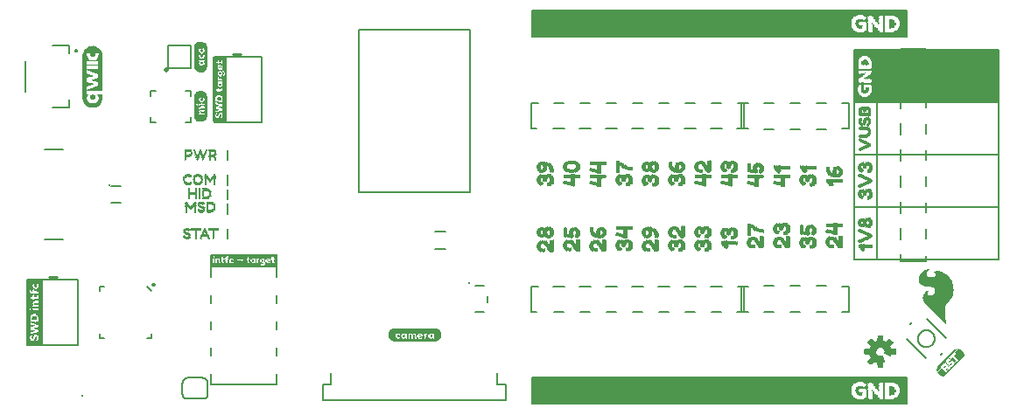
<source format=gto>
G04 EAGLE Gerber RS-274X export*
G75*
%MOMM*%
%FSLAX34Y34*%
%LPD*%
%INSilkscreen Top*%
%IPPOS*%
%AMOC8*
5,1,8,0,0,1.08239X$1,22.5*%
G01*
%ADD10R,30.480000X2.540000*%
%ADD11C,0.203200*%
%ADD12C,0.127000*%
%ADD13R,12.065000X5.080000*%
%ADD14C,0.300000*%
%ADD15C,0.152400*%
%ADD16C,0.254000*%
%ADD17C,0.508000*%
%ADD18C,0.254000*%
%ADD19C,0.323106*%
%ADD20C,0.177800*%
%ADD21R,6.020000X0.060000*%
%ADD22R,6.020000X0.070000*%
%ADD23R,1.310000X0.070000*%
%ADD24R,4.280000X0.070000*%
%ADD25R,1.120000X0.060000*%
%ADD26R,0.500000X0.060000*%
%ADD27R,0.680000X0.060000*%
%ADD28R,0.250000X0.060000*%
%ADD29R,1.180000X0.060000*%
%ADD30R,1.060000X0.060000*%
%ADD31R,0.310000X0.060000*%
%ADD32R,0.620000X0.060000*%
%ADD33R,0.190000X0.060000*%
%ADD34R,0.930000X0.060000*%
%ADD35R,0.560000X0.060000*%
%ADD36R,0.990000X0.060000*%
%ADD37R,0.870000X0.060000*%
%ADD38R,0.490000X0.060000*%
%ADD39R,0.810000X0.070000*%
%ADD40R,0.250000X0.070000*%
%ADD41R,0.490000X0.070000*%
%ADD42R,0.190000X0.070000*%
%ADD43R,0.870000X0.070000*%
%ADD44R,0.810000X0.060000*%
%ADD45R,0.430000X0.060000*%
%ADD46R,0.750000X0.060000*%
%ADD47R,0.370000X0.060000*%
%ADD48R,0.380000X0.060000*%
%ADD49R,0.440000X0.060000*%
%ADD50R,0.690000X0.060000*%
%ADD51R,0.690000X0.070000*%
%ADD52R,1.180000X0.070000*%
%ADD53R,0.560000X0.070000*%
%ADD54R,0.680000X0.070000*%
%ADD55R,0.180000X0.060000*%
%ADD56R,0.120000X0.060000*%
%ADD57R,0.060000X0.060000*%
%ADD58R,0.310000X0.070000*%
%ADD59R,0.130000X0.070000*%
%ADD60R,0.620000X0.070000*%
%ADD61R,0.370000X0.070000*%
%ADD62R,1.000000X0.060000*%
%ADD63R,0.500000X0.070000*%
%ADD64R,0.740000X0.070000*%
%ADD65R,1.240000X0.070000*%
%ADD66R,0.060000X5.050000*%
%ADD67R,0.050000X5.050000*%
%ADD68R,0.050000X1.100000*%
%ADD69R,0.050000X3.590000*%
%ADD70R,0.050000X0.940000*%
%ADD71R,0.050000X0.420000*%
%ADD72R,0.050000X0.570000*%
%ADD73R,0.050000X0.210000*%
%ADD74R,0.050000X0.990000*%
%ADD75R,0.050000X0.890000*%
%ADD76R,0.050000X0.260000*%
%ADD77R,0.050000X0.520000*%
%ADD78R,0.050000X0.160000*%
%ADD79R,0.060000X0.780000*%
%ADD80R,0.060000X0.210000*%
%ADD81R,0.060000X0.470000*%
%ADD82R,0.060000X0.160000*%
%ADD83R,0.060000X0.830000*%
%ADD84R,0.050000X0.730000*%
%ADD85R,0.050000X0.410000*%
%ADD86R,0.050000X0.680000*%
%ADD87R,0.050000X0.360000*%
%ADD88R,0.050000X0.630000*%
%ADD89R,0.050000X0.310000*%
%ADD90R,0.050000X0.320000*%
%ADD91R,0.060000X0.630000*%
%ADD92R,0.060000X0.940000*%
%ADD93R,0.060000X0.260000*%
%ADD94R,0.060000X0.370000*%
%ADD95R,0.050000X0.580000*%
%ADD96R,0.050000X0.470000*%
%ADD97R,0.050000X0.150000*%
%ADD98R,0.050000X0.100000*%
%ADD99R,0.060000X0.580000*%
%ADD100R,0.060000X0.310000*%
%ADD101R,0.060000X0.050000*%
%ADD102R,0.060000X0.100000*%
%ADD103R,0.060000X0.520000*%
%ADD104R,0.060000X0.570000*%
%ADD105R,0.050000X0.050000*%
%ADD106R,0.050000X0.110000*%
%ADD107R,0.060000X0.420000*%
%ADD108R,0.050000X0.370000*%
%ADD109R,0.050000X0.840000*%
%ADD110R,0.050000X0.830000*%
%ADD111R,0.050000X0.620000*%
%ADD112R,0.050000X1.040000*%
%ADD113R,0.060000X0.360000*%
%ADD114R,0.050000X0.880000*%
%ADD115R,0.060000X0.680000*%
%ADD116R,0.060000X0.880000*%
%ADD117R,0.050000X0.780000*%
%ADD118R,0.060000X0.410000*%
%ADD119R,0.060000X0.730000*%
%ADD120R,0.060000X0.670000*%
%ADD121R,0.050000X0.670000*%
%ADD122R,0.050000X0.040000*%
%ADD123R,0.050000X0.270000*%
%ADD124R,0.040000X0.170000*%
%ADD125R,0.040000X0.190000*%
%ADD126R,0.040000X0.230000*%
%ADD127R,0.040000X0.490000*%
%ADD128R,0.040000X0.710000*%
%ADD129R,0.050000X0.810000*%
%ADD130R,0.040000X0.320000*%
%ADD131R,0.040000X0.310000*%
%ADD132R,0.040000X0.680000*%
%ADD133R,0.040000X0.850000*%
%ADD134R,0.050000X0.760000*%
%ADD135R,0.050000X0.900000*%
%ADD136R,0.040000X0.720000*%
%ADD137R,0.040000X0.900000*%
%ADD138R,0.040000X0.180000*%
%ADD139R,0.040000X0.580000*%
%ADD140R,0.040000X0.450000*%
%ADD141R,0.050000X0.450000*%
%ADD142R,0.040000X0.500000*%
%ADD143R,0.040000X0.590000*%
%ADD144R,0.040000X0.440000*%
%ADD145R,0.040000X0.630000*%
%ADD146R,0.040000X0.270000*%
%ADD147R,0.040000X0.280000*%
%ADD148R,0.050000X0.140000*%
%ADD149R,0.040000X0.530000*%
%ADD150R,0.040000X0.220000*%
%ADD151R,0.050000X0.490000*%
%ADD152R,0.050000X0.350000*%
%ADD153R,0.040000X0.860000*%
%ADD154R,0.040000X0.940000*%
%ADD155R,0.050000X0.400000*%
%ADD156R,0.050000X0.800000*%
%ADD157R,0.040000X0.360000*%
%ADD158R,0.040000X0.800000*%
%ADD159R,0.040000X0.760000*%
%ADD160R,0.050000X0.720000*%
%ADD161R,0.050000X0.850000*%
%ADD162R,0.040000X0.540000*%
%ADD163R,0.050000X0.180000*%
%ADD164R,2.310000X0.030000*%
%ADD165R,2.490000X0.030000*%
%ADD166R,2.610000X0.020000*%
%ADD167R,2.730000X0.040000*%
%ADD168R,2.790000X0.030000*%
%ADD169R,2.850000X0.030000*%
%ADD170R,2.910000X0.020000*%
%ADD171R,1.350000X0.030000*%
%ADD172R,1.440000X0.030000*%
%ADD173R,0.540000X0.040000*%
%ADD174R,0.330000X0.040000*%
%ADD175R,0.120000X0.040000*%
%ADD176R,0.510000X0.040000*%
%ADD177R,0.540000X0.030000*%
%ADD178R,0.240000X0.030000*%
%ADD179R,0.060000X0.030000*%
%ADD180R,0.510000X0.030000*%
%ADD181R,0.570000X0.030000*%
%ADD182R,0.180000X0.030000*%
%ADD183R,0.030000X0.030000*%
%ADD184R,0.120000X0.030000*%
%ADD185R,0.600000X0.040000*%
%ADD186R,0.060000X0.040000*%
%ADD187R,0.600000X0.030000*%
%ADD188R,0.090000X0.030000*%
%ADD189R,0.330000X0.030000*%
%ADD190R,0.870000X0.030000*%
%ADD191R,0.150000X0.030000*%
%ADD192R,0.360000X0.030000*%
%ADD193R,0.630000X0.030000*%
%ADD194R,0.900000X0.030000*%
%ADD195R,0.630000X0.040000*%
%ADD196R,0.240000X0.040000*%
%ADD197R,0.900000X0.040000*%
%ADD198R,0.420000X0.030000*%
%ADD199R,0.210000X0.030000*%
%ADD200R,0.300000X0.030000*%
%ADD201R,0.270000X0.030000*%
%ADD202R,0.390000X0.030000*%
%ADD203R,0.480000X0.040000*%
%ADD204R,0.270000X0.040000*%
%ADD205R,0.210000X0.040000*%
%ADD206R,0.870000X0.040000*%
%ADD207R,0.840000X0.030000*%
%ADD208R,0.810000X0.030000*%
%ADD209R,0.150000X0.040000*%
%ADD210R,0.360000X0.040000*%
%ADD211R,0.810000X0.040000*%
%ADD212R,0.450000X0.030000*%
%ADD213R,0.780000X0.030000*%
%ADD214R,2.910000X0.030000*%
%ADD215R,2.730000X0.030000*%
%ADD216R,2.610000X0.030000*%
%ADD217R,0.060000X0.300000*%
%ADD218R,0.060000X0.660000*%
%ADD219R,0.060000X0.600000*%
%ADD220R,0.060000X0.900000*%
%ADD221R,0.060000X1.020000*%
%ADD222R,0.060000X0.960000*%
%ADD223R,0.060000X0.540000*%
%ADD224R,0.060000X0.480000*%
%ADD225R,0.060000X0.180000*%
%ADD226R,0.060000X0.720000*%
%ADD227R,0.060000X1.080000*%
%ADD228R,0.060000X1.140000*%
%ADD229R,0.060000X0.840000*%
%ADD230R,0.060000X0.120000*%
%ADD231R,0.060000X1.200000*%
%ADD232R,0.060000X0.240000*%
%ADD233R,0.060000X1.260000*%
%ADD234R,0.030000X6.280000*%
%ADD235R,0.020000X6.280000*%
%ADD236R,0.020000X0.480000*%
%ADD237R,0.020000X0.320000*%
%ADD238R,0.020000X0.740000*%
%ADD239R,0.020000X4.520000*%
%ADD240R,0.030000X0.430000*%
%ADD241R,0.030000X0.140000*%
%ADD242R,0.030000X0.260000*%
%ADD243R,0.030000X0.080000*%
%ADD244R,0.030000X3.950000*%
%ADD245R,0.030000X0.400000*%
%ADD246R,0.030000X0.110000*%
%ADD247R,0.030000X0.230000*%
%ADD248R,0.030000X0.050000*%
%ADD249R,0.030000X0.590000*%
%ADD250R,0.030000X2.530000*%
%ADD251R,0.030000X0.460000*%
%ADD252R,0.030000X0.370000*%
%ADD253R,0.030000X0.510000*%
%ADD254R,0.030000X2.500000*%
%ADD255R,0.030000X0.340000*%
%ADD256R,0.030000X0.060000*%
%ADD257R,0.030000X0.170000*%
%ADD258R,0.030000X0.480000*%
%ADD259R,0.030000X0.450000*%
%ADD260R,0.030000X0.310000*%
%ADD261R,0.030000X0.090000*%
%ADD262R,0.020000X0.310000*%
%ADD263R,0.020000X0.140000*%
%ADD264R,0.020000X0.110000*%
%ADD265R,0.020000X0.080000*%
%ADD266R,0.020000X0.170000*%
%ADD267R,0.020000X0.420000*%
%ADD268R,0.020000X2.500000*%
%ADD269R,0.020000X0.460000*%
%ADD270R,0.030000X0.200000*%
%ADD271R,0.030000X0.220000*%
%ADD272R,0.030000X0.120000*%
%ADD273R,0.030000X0.190000*%
%ADD274R,0.030000X0.250000*%
%ADD275R,0.030000X0.320000*%
%ADD276R,0.030000X0.150000*%
%ADD277R,0.030000X0.290000*%
%ADD278R,0.030000X0.030000*%
%ADD279R,0.020000X0.370000*%
%ADD280R,0.020000X0.290000*%
%ADD281R,0.020000X0.280000*%
%ADD282R,0.020000X0.050000*%
%ADD283R,0.020000X0.060000*%
%ADD284R,0.020000X0.090000*%
%ADD285R,0.020000X0.030000*%
%ADD286R,0.030000X0.020000*%
%ADD287R,0.030000X0.390000*%
%ADD288R,0.030000X0.570000*%
%ADD289R,0.030000X0.650000*%
%ADD290R,0.020000X0.340000*%
%ADD291R,0.020000X0.200000*%
%ADD292R,0.020000X0.250000*%
%ADD293R,0.020000X0.120000*%
%ADD294R,0.020000X0.220000*%
%ADD295R,0.030000X0.420000*%
%ADD296R,0.030000X0.280000*%
%ADD297R,0.030000X0.540000*%
%ADD298R,0.020000X0.400000*%
%ADD299R,0.020000X0.230000*%
%ADD300R,0.020000X0.650000*%
%ADD301R,0.020000X0.020000*%
%ADD302R,0.030000X0.770000*%
%ADD303R,0.030000X0.620000*%
%ADD304R,0.030000X4.740000*%
%ADD305R,0.030000X1.370000*%
%ADD306R,0.030000X4.460000*%
%ADD307R,0.030000X4.430000*%
%ADD308R,0.030000X1.390000*%
%ADD309R,0.030000X1.420000*%
%ADD310R,0.020000X4.460000*%
%ADD311R,0.020000X1.450000*%
%ADD312R,0.030000X4.490000*%
%ADD313R,0.030000X1.480000*%
%ADD314R,0.030000X6.260000*%
%ADD315R,0.040000X6.260000*%
%ADD316R,0.040000X3.370000*%
%ADD317R,0.040000X1.600000*%
%ADD318R,0.040000X0.980000*%
%ADD319R,0.030000X0.550000*%
%ADD320R,0.030000X0.360000*%
%ADD321R,0.030000X0.820000*%
%ADD322R,0.030000X1.310000*%
%ADD323R,0.030000X1.510000*%
%ADD324R,0.030000X0.950000*%
%ADD325R,0.030000X0.490000*%
%ADD326R,0.030000X0.160000*%
%ADD327R,0.030000X0.130000*%
%ADD328R,0.030000X1.470000*%
%ADD329R,0.040000X0.460000*%
%ADD330R,0.040000X0.100000*%
%ADD331R,0.040000X0.260000*%
%ADD332R,0.040000X0.060000*%
%ADD333R,0.040000X0.880000*%
%ADD334R,0.040000X0.950000*%
%ADD335R,0.030000X0.070000*%
%ADD336R,0.030000X0.560000*%
%ADD337R,0.030000X0.880000*%
%ADD338R,0.030000X0.330000*%
%ADD339R,0.030000X0.980000*%
%ADD340R,0.030000X0.100000*%
%ADD341R,0.030000X1.570000*%
%ADD342R,0.030000X1.080000*%
%ADD343R,0.040000X0.200000*%
%ADD344R,0.040000X0.090000*%
%ADD345R,0.040000X1.540000*%
%ADD346R,0.040000X0.330000*%
%ADD347R,0.040000X1.110000*%
%ADD348R,0.030000X1.500000*%
%ADD349R,0.030000X1.110000*%
%ADD350R,0.030000X0.270000*%
%ADD351R,0.040000X0.140000*%
%ADD352R,0.040000X0.130000*%
%ADD353R,0.040000X0.390000*%
%ADD354R,0.040000X0.040000*%
%ADD355R,0.040000X0.160000*%
%ADD356R,0.030000X0.300000*%
%ADD357R,0.040000X0.420000*%
%ADD358R,0.040000X0.030000*%
%ADD359R,0.040000X0.070000*%
%ADD360R,0.030000X0.040000*%
%ADD361R,0.030000X0.690000*%
%ADD362R,0.040000X0.750000*%
%ADD363R,0.040000X0.300000*%
%ADD364R,0.040000X0.690000*%
%ADD365R,0.030000X0.520000*%
%ADD366R,0.040000X0.290000*%
%ADD367R,0.040000X0.560000*%
%ADD368R,0.030000X0.720000*%
%ADD369R,4.170000X0.030000*%
%ADD370R,4.350000X0.030000*%
%ADD371R,4.470000X0.020000*%
%ADD372R,4.590000X0.040000*%
%ADD373R,4.650000X0.030000*%
%ADD374R,4.710000X0.030000*%
%ADD375R,4.770000X0.020000*%
%ADD376R,4.830000X0.030000*%
%ADD377R,4.890000X0.040000*%
%ADD378R,4.890000X0.030000*%
%ADD379R,4.950000X0.030000*%
%ADD380R,5.010000X0.040000*%
%ADD381R,5.010000X0.030000*%
%ADD382R,0.690000X0.030000*%
%ADD383R,0.780000X0.040000*%
%ADD384R,0.090000X0.040000*%
%ADD385R,0.660000X0.040000*%
%ADD386R,0.720000X0.030000*%
%ADD387R,0.660000X0.030000*%
%ADD388R,0.180000X0.040000*%
%ADD389R,0.690000X0.040000*%
%ADD390R,0.570000X0.040000*%
%ADD391R,4.770000X0.030000*%
%ADD392R,4.590000X0.030000*%
%ADD393R,4.470000X0.030000*%
%ADD394R,0.030000X2.070000*%
%ADD395R,0.030000X2.250000*%
%ADD396R,0.020000X2.370000*%
%ADD397R,0.040000X2.490000*%
%ADD398R,0.030000X2.550000*%
%ADD399R,0.030000X2.610000*%
%ADD400R,0.020000X1.440000*%
%ADD401R,0.020000X1.080000*%
%ADD402R,0.040000X1.470000*%
%ADD403R,0.030000X1.140000*%
%ADD404R,0.030000X1.530000*%
%ADD405R,0.030000X1.170000*%
%ADD406R,0.040000X2.910000*%
%ADD407R,0.030000X2.910000*%
%ADD408R,0.030000X0.180000*%
%ADD409R,0.030000X0.240000*%
%ADD410R,0.030000X0.750000*%
%ADD411R,0.040000X0.660000*%
%ADD412R,0.030000X0.660000*%
%ADD413R,0.030000X0.630000*%
%ADD414R,0.030000X0.930000*%
%ADD415R,0.040000X0.120000*%
%ADD416R,0.040000X0.960000*%
%ADD417R,0.030000X0.600000*%
%ADD418R,0.040000X0.570000*%
%ADD419R,0.040000X0.150000*%
%ADD420R,0.040000X0.600000*%
%ADD421R,0.030000X2.670000*%
%ADD422R,0.030000X2.490000*%
%ADD423R,0.030000X2.370000*%
%ADD424R,0.020000X2.670000*%
%ADD425R,0.030000X2.730000*%
%ADD426R,0.040000X2.790000*%
%ADD427R,0.030000X2.790000*%
%ADD428R,0.030000X2.850000*%
%ADD429R,0.030000X0.810000*%
%ADD430R,0.040000X0.210000*%
%ADD431R,6.470000X0.020000*%
%ADD432R,6.470000X0.030000*%
%ADD433R,0.270000X0.020000*%
%ADD434R,1.200000X0.020000*%
%ADD435R,4.700000X0.020000*%
%ADD436R,0.250000X0.030000*%
%ADD437R,1.130000X0.030000*%
%ADD438R,4.700000X0.030000*%
%ADD439R,0.250000X0.020000*%
%ADD440R,0.700000X0.020000*%
%ADD441R,0.300000X0.020000*%
%ADD442R,1.830000X0.020000*%
%ADD443R,2.250000X0.020000*%
%ADD444R,0.400000X0.020000*%
%ADD445R,0.650000X0.030000*%
%ADD446R,1.800000X0.030000*%
%ADD447R,2.170000X0.030000*%
%ADD448R,0.370000X0.030000*%
%ADD449R,0.650000X0.020000*%
%ADD450R,0.230000X0.020000*%
%ADD451R,1.800000X0.020000*%
%ADD452R,2.170000X0.020000*%
%ADD453R,0.350000X0.020000*%
%ADD454R,0.200000X0.030000*%
%ADD455R,0.350000X0.030000*%
%ADD456R,0.670000X0.020000*%
%ADD457R,0.200000X0.020000*%
%ADD458R,1.820000X0.020000*%
%ADD459R,1.070000X0.030000*%
%ADD460R,1.900000X0.030000*%
%ADD461R,1.070000X0.020000*%
%ADD462R,1.470000X0.020000*%
%ADD463R,0.950000X0.020000*%
%ADD464R,0.800000X0.020000*%
%ADD465R,0.080000X0.030000*%
%ADD466R,0.050000X0.030000*%
%ADD467R,0.170000X0.030000*%
%ADD468R,1.330000X0.030000*%
%ADD469R,0.100000X0.030000*%
%ADD470R,0.130000X0.030000*%
%ADD471R,0.050000X0.020000*%
%ADD472R,0.100000X0.020000*%
%ADD473R,0.820000X0.020000*%
%ADD474R,0.450000X0.020000*%
%ADD475R,0.130000X0.020000*%
%ADD476R,0.080000X0.020000*%
%ADD477R,0.220000X0.020000*%
%ADD478R,0.070000X0.030000*%
%ADD479R,0.770000X0.030000*%
%ADD480R,0.400000X0.030000*%
%ADD481R,0.220000X0.030000*%
%ADD482R,0.770000X0.020000*%
%ADD483R,0.370000X0.020000*%
%ADD484R,0.380000X0.020000*%
%ADD485R,0.380000X0.030000*%
%ADD486R,0.420000X0.020000*%
%ADD487R,0.150000X0.020000*%
%ADD488R,0.110000X0.020000*%
%ADD489R,0.170000X0.020000*%
%ADD490R,0.070000X0.020000*%
%ADD491R,1.020000X0.030000*%
%ADD492R,0.110000X0.030000*%
%ADD493R,1.020000X0.020000*%
%ADD494R,0.470000X0.020000*%
%ADD495R,0.120000X0.020000*%
%ADD496R,0.500000X0.030000*%
%ADD497R,0.850000X0.020000*%
%ADD498R,0.520000X0.020000*%
%ADD499R,1.370000X0.030000*%
%ADD500R,1.350000X0.020000*%
%ADD501R,1.320000X0.030000*%
%ADD502R,0.180000X0.020000*%
%ADD503R,1.320000X0.020000*%
%ADD504R,1.380000X0.030000*%
%ADD505R,0.280000X0.030000*%
%ADD506R,1.420000X0.020000*%
%ADD507R,0.290000X0.030000*%
%ADD508R,1.480000X0.030000*%
%ADD509R,2.020000X0.020000*%
%ADD510R,2.820000X0.020000*%
%ADD511R,0.750000X0.020000*%
%ADD512R,4.900000X0.030000*%
%ADD513R,1.170000X0.030000*%
%ADD514R,4.870000X0.020000*%
%ADD515R,1.170000X0.020000*%
%ADD516R,4.870000X0.030000*%
%ADD517R,4.850000X0.020000*%
%ADD518R,1.220000X0.030000*%
%ADD519R,4.900000X0.020000*%
%ADD520R,1.250000X0.020000*%
%ADD521R,0.520000X0.040000*%
%ADD522R,0.160000X0.040000*%
%ADD523R,0.640000X0.040000*%
%ADD524R,0.200000X0.040000*%
%ADD525R,0.680000X0.040000*%
%ADD526R,0.720000X0.040000*%
%ADD527R,0.760000X0.040000*%
%ADD528R,0.320000X0.040000*%
%ADD529R,0.400000X0.040000*%
%ADD530R,0.280000X0.040000*%
%ADD531R,0.440000X0.040000*%
%ADD532R,0.560000X0.040000*%
%ADD533R,0.080000X0.040000*%
%ADD534R,0.800000X0.040000*%
%ADD535R,0.840000X0.040000*%
%ADD536R,0.960000X0.040000*%
%ADD537R,0.880000X0.040000*%

G36*
X920404Y77832D02*
X920404Y77832D01*
X920405Y77832D01*
X920485Y77863D01*
X920565Y77893D01*
X920566Y77894D01*
X920567Y77894D01*
X920625Y77957D01*
X920684Y78020D01*
X920684Y78021D01*
X920709Y78104D01*
X920733Y78186D01*
X920733Y78187D01*
X920732Y78194D01*
X920715Y78329D01*
X920663Y78483D01*
X920663Y78987D01*
X920660Y79000D01*
X920662Y79016D01*
X920592Y79935D01*
X920589Y79943D01*
X920590Y79953D01*
X920450Y81071D01*
X920380Y82401D01*
X920378Y82407D01*
X920379Y82415D01*
X920238Y83962D01*
X920168Y85580D01*
X920097Y87345D01*
X920027Y89254D01*
X920025Y89262D01*
X920026Y89272D01*
X919886Y90953D01*
X919886Y92483D01*
X919955Y93793D01*
X920157Y94938D01*
X920558Y96007D01*
X921083Y96927D01*
X923805Y99648D01*
X923816Y99666D01*
X923836Y99684D01*
X925321Y101593D01*
X925331Y101614D01*
X925351Y101638D01*
X926482Y103618D01*
X926490Y103642D01*
X926508Y103672D01*
X927285Y105722D01*
X927289Y105745D01*
X927301Y105773D01*
X927796Y107965D01*
X927796Y107981D01*
X927802Y107999D01*
X928085Y110120D01*
X928082Y110147D01*
X928088Y110183D01*
X928017Y112375D01*
X928013Y112390D01*
X928014Y112410D01*
X927732Y114672D01*
X927721Y114700D01*
X927716Y114741D01*
X926443Y118701D01*
X926427Y118729D01*
X926412Y118772D01*
X924574Y122025D01*
X924551Y122049D01*
X924527Y122091D01*
X922193Y124707D01*
X922167Y124726D01*
X922135Y124760D01*
X919448Y126740D01*
X919420Y126752D01*
X919385Y126777D01*
X916698Y128050D01*
X916674Y128056D01*
X916644Y128071D01*
X914028Y128849D01*
X913989Y128851D01*
X913919Y128865D01*
X911515Y128865D01*
X911481Y128857D01*
X911430Y128855D01*
X909591Y128431D01*
X909529Y128400D01*
X909464Y128375D01*
X909452Y128362D01*
X909436Y128354D01*
X909393Y128299D01*
X909346Y128248D01*
X909341Y128231D01*
X909330Y128217D01*
X909317Y128149D01*
X909297Y128082D01*
X909300Y128064D01*
X909296Y128047D01*
X909315Y127980D01*
X909327Y127911D01*
X909338Y127895D01*
X909342Y127880D01*
X909368Y127850D01*
X909408Y127791D01*
X909832Y127367D01*
X909859Y127350D01*
X909890Y127319D01*
X910256Y127075D01*
X910881Y126201D01*
X910993Y125751D01*
X910993Y125164D01*
X910767Y124597D01*
X910365Y124195D01*
X909169Y123531D01*
X908382Y123268D01*
X906732Y122993D01*
X905844Y122925D01*
X905194Y122925D01*
X904317Y123127D01*
X904312Y123127D01*
X904306Y123130D01*
X903657Y123259D01*
X903092Y123574D01*
X902666Y123878D01*
X902373Y124288D01*
X902183Y124730D01*
X901989Y125314D01*
X901926Y125877D01*
X901992Y126855D01*
X902246Y127618D01*
X902635Y128267D01*
X903172Y128938D01*
X904043Y129809D01*
X904357Y129997D01*
X904383Y130022D01*
X904430Y130054D01*
X904501Y130125D01*
X904534Y130178D01*
X904574Y130227D01*
X904579Y130251D01*
X904592Y130272D01*
X904598Y130335D01*
X904612Y130396D01*
X904606Y130420D01*
X904609Y130444D01*
X904586Y130503D01*
X904572Y130564D01*
X904556Y130583D01*
X904547Y130606D01*
X904501Y130649D01*
X904461Y130697D01*
X904438Y130707D01*
X904420Y130724D01*
X904360Y130742D01*
X904302Y130767D01*
X904274Y130767D01*
X904254Y130773D01*
X904217Y130767D01*
X904157Y130766D01*
X903809Y130697D01*
X902967Y130556D01*
X902953Y130550D01*
X902933Y130549D01*
X901589Y130196D01*
X901568Y130184D01*
X901536Y130177D01*
X900052Y129541D01*
X900037Y129530D01*
X900014Y129523D01*
X898388Y128603D01*
X898363Y128580D01*
X898320Y128554D01*
X896835Y127211D01*
X896813Y127179D01*
X896768Y127131D01*
X895566Y125222D01*
X895554Y125187D01*
X895525Y125134D01*
X894747Y122659D01*
X894745Y122626D01*
X894732Y122581D01*
X894520Y120389D01*
X894525Y120351D01*
X894524Y120283D01*
X894878Y118374D01*
X894893Y118339D01*
X894909Y118279D01*
X895686Y116653D01*
X895708Y116626D01*
X895760Y116548D01*
X896963Y115346D01*
X896996Y115326D01*
X897049Y115281D01*
X898605Y114433D01*
X898633Y114425D01*
X898667Y114406D01*
X900576Y113769D01*
X900606Y113767D01*
X900646Y113753D01*
X902767Y113470D01*
X902789Y113473D01*
X902818Y113467D01*
X905208Y113467D01*
X907122Y113330D01*
X908548Y112812D01*
X909438Y111922D01*
X910008Y110844D01*
X910072Y109632D01*
X909810Y108323D01*
X909158Y107149D01*
X908100Y106091D01*
X907163Y105556D01*
X906391Y105170D01*
X905561Y105106D01*
X904788Y105106D01*
X904244Y105287D01*
X903685Y105598D01*
X903272Y106012D01*
X903044Y106467D01*
X902986Y106874D01*
X902986Y107391D01*
X903053Y108001D01*
X903116Y108440D01*
X903309Y108889D01*
X903311Y108903D01*
X903320Y108919D01*
X903532Y109555D01*
X903535Y109593D01*
X903551Y109675D01*
X903551Y109817D01*
X903546Y109842D01*
X903548Y109868D01*
X903526Y109925D01*
X903512Y109985D01*
X903495Y110005D01*
X903486Y110029D01*
X903441Y110071D01*
X903402Y110119D01*
X903378Y110130D01*
X903359Y110147D01*
X903300Y110165D01*
X903244Y110190D01*
X903218Y110189D01*
X903193Y110196D01*
X903132Y110186D01*
X903070Y110183D01*
X903048Y110171D01*
X903022Y110167D01*
X902951Y110118D01*
X902918Y110101D01*
X902912Y110093D01*
X902902Y110086D01*
X902875Y110059D01*
X902657Y109950D01*
X902173Y109742D01*
X902160Y109733D01*
X902150Y109730D01*
X902130Y109714D01*
X902094Y109697D01*
X901529Y109272D01*
X901514Y109254D01*
X901488Y109237D01*
X900215Y107964D01*
X900199Y107938D01*
X900168Y107906D01*
X899602Y107058D01*
X899598Y107047D01*
X899588Y107036D01*
X899023Y106046D01*
X899017Y106027D01*
X899003Y106007D01*
X898579Y105017D01*
X898573Y104985D01*
X898556Y104942D01*
X898343Y103881D01*
X898345Y103850D01*
X898336Y103806D01*
X898336Y102675D01*
X898341Y102655D01*
X898339Y102628D01*
X898480Y101496D01*
X898490Y101472D01*
X898493Y101436D01*
X898847Y100234D01*
X898863Y100205D01*
X898879Y100157D01*
X899586Y98884D01*
X899603Y98865D01*
X899618Y98835D01*
X900608Y97563D01*
X900618Y97555D01*
X900626Y97542D01*
X900799Y97349D01*
X901826Y96208D01*
X901899Y96127D01*
X901906Y96122D01*
X901912Y96113D01*
X920085Y77940D01*
X920160Y77894D01*
X920231Y77849D01*
X920232Y77849D01*
X920320Y77840D01*
X920403Y77832D01*
X920404Y77832D01*
G37*
G36*
X95068Y287120D02*
X95068Y287120D01*
X95073Y287121D01*
X95081Y287117D01*
X95511Y287127D01*
X95513Y287129D01*
X95516Y287128D01*
X96026Y287178D01*
X96027Y287178D01*
X96496Y287228D01*
X96886Y287268D01*
X96889Y287270D01*
X96893Y287269D01*
X97223Y287339D01*
X97224Y287340D01*
X97227Y287339D01*
X97887Y287519D01*
X97888Y287521D01*
X97890Y287520D01*
X98730Y287800D01*
X98731Y287802D01*
X98734Y287802D01*
X99274Y288022D01*
X99276Y288025D01*
X99280Y288025D01*
X99730Y288275D01*
X100230Y288545D01*
X100408Y288643D01*
X100418Y288638D01*
X100424Y288643D01*
X100432Y288641D01*
X100449Y288664D01*
X100452Y288666D01*
X100468Y288670D01*
X100948Y289030D01*
X100948Y289031D01*
X100950Y289032D01*
X101360Y289372D01*
X102100Y289992D01*
X102102Y289997D01*
X102109Y290000D01*
X103059Y291160D01*
X103059Y291162D01*
X103060Y291163D01*
X103230Y291393D01*
X103231Y291395D01*
X103234Y291397D01*
X103514Y291857D01*
X103514Y291859D01*
X103515Y291860D01*
X103735Y292270D01*
X103735Y292271D01*
X103915Y292610D01*
X104135Y292999D01*
X104133Y293021D01*
X104141Y293022D01*
X104144Y293034D01*
X104160Y293052D01*
X104750Y295052D01*
X104749Y295057D01*
X104752Y295064D01*
X104922Y296774D01*
X104921Y296776D01*
X104923Y296780D01*
X104923Y299840D01*
X104911Y299859D01*
X104907Y299881D01*
X104892Y299888D01*
X104886Y299897D01*
X104876Y299896D01*
X104860Y299903D01*
X99420Y299903D01*
X99414Y299899D01*
X99376Y299884D01*
X99366Y299874D01*
X99364Y299867D01*
X99363Y299866D01*
X99363Y299863D01*
X99359Y299846D01*
X99348Y299818D01*
X99352Y299813D01*
X99351Y299808D01*
X99360Y299801D01*
X99378Y299776D01*
X99498Y299706D01*
X99596Y299647D01*
X99730Y299552D01*
X99924Y299367D01*
X100112Y299140D01*
X100260Y298953D01*
X100396Y298738D01*
X100564Y298442D01*
X100681Y298168D01*
X100800Y297803D01*
X100868Y297518D01*
X100918Y297202D01*
X100957Y296846D01*
X100957Y296551D01*
X100947Y296254D01*
X100918Y295898D01*
X100819Y295294D01*
X100630Y294678D01*
X100632Y294672D01*
X100621Y294662D01*
X100512Y294365D01*
X100355Y294051D01*
X100137Y293704D01*
X99940Y293408D01*
X99684Y293113D01*
X99408Y292846D01*
X99160Y292629D01*
X98924Y292452D01*
X98547Y292214D01*
X98339Y292094D01*
X98332Y292082D01*
X98326Y292077D01*
X98314Y292077D01*
X98025Y291947D01*
X97687Y291799D01*
X97373Y291690D01*
X96886Y291581D01*
X96448Y291482D01*
X96133Y291432D01*
X95488Y291393D01*
X95230Y291383D01*
X94902Y291393D01*
X94883Y291381D01*
X94870Y291389D01*
X94863Y291398D01*
X94855Y291397D01*
X94845Y291403D01*
X94157Y291462D01*
X93871Y291502D01*
X93553Y291571D01*
X93227Y291650D01*
X92822Y291779D01*
X92515Y291907D01*
X92158Y292076D01*
X91813Y292264D01*
X91597Y292411D01*
X91300Y292639D01*
X90945Y292954D01*
X90520Y293478D01*
X90323Y293754D01*
X90125Y294110D01*
X90122Y294112D01*
X90121Y294114D01*
X90120Y294115D01*
X90121Y294117D01*
X90117Y294120D01*
X90117Y294126D01*
X89978Y294435D01*
X89840Y294779D01*
X89741Y295183D01*
X89652Y295678D01*
X89613Y296094D01*
X89593Y296561D01*
X89593Y296727D01*
X89622Y297034D01*
X89642Y297241D01*
X89701Y297536D01*
X89731Y297666D01*
X89790Y297901D01*
X89878Y298116D01*
X89997Y298403D01*
X90144Y298679D01*
X90302Y298934D01*
X90528Y299230D01*
X90755Y299477D01*
X91003Y299724D01*
X91092Y299803D01*
X91095Y299817D01*
X91107Y299824D01*
X91104Y299847D01*
X91110Y299869D01*
X91099Y299878D01*
X91097Y299891D01*
X91066Y299906D01*
X91058Y299912D01*
X91054Y299911D01*
X91050Y299913D01*
X89703Y299913D01*
X89703Y303507D01*
X104830Y303517D01*
X104849Y303529D01*
X104871Y303533D01*
X104878Y303548D01*
X104887Y303554D01*
X104886Y303564D01*
X104893Y303580D01*
X104893Y310750D01*
X104886Y310760D01*
X104886Y310764D01*
X104893Y310780D01*
X104883Y318221D01*
X104887Y318224D01*
X104886Y318234D01*
X104893Y318250D01*
X104893Y327130D01*
X104885Y327142D01*
X104887Y327144D01*
X104886Y327154D01*
X104893Y327170D01*
X104893Y337260D01*
X104892Y337261D01*
X104893Y337263D01*
X104843Y338163D01*
X104831Y338180D01*
X104832Y338186D01*
X104722Y339356D01*
X104719Y339361D01*
X104720Y339370D01*
X104660Y339549D01*
X104480Y340168D01*
X104270Y340868D01*
X104267Y340870D01*
X104268Y340875D01*
X103998Y341495D01*
X103996Y341496D01*
X103996Y341499D01*
X103696Y342069D01*
X103695Y342069D01*
X103695Y342070D01*
X103335Y342730D01*
X103331Y342732D01*
X103330Y342738D01*
X102860Y343358D01*
X102859Y343358D01*
X102858Y343360D01*
X102228Y344110D01*
X102225Y344111D01*
X102224Y344115D01*
X101784Y344545D01*
X101782Y344545D01*
X101780Y344548D01*
X101060Y345148D01*
X101051Y345149D01*
X101046Y345157D01*
X101036Y345156D01*
X101018Y345190D01*
X100728Y345410D01*
X100724Y345410D01*
X100721Y345414D01*
X99671Y346014D01*
X99670Y346014D01*
X99669Y346016D01*
X98919Y346406D01*
X98915Y346405D01*
X98911Y346409D01*
X98571Y346529D01*
X98570Y346529D01*
X98569Y346530D01*
X97989Y346710D01*
X97981Y346708D01*
X97979Y346710D01*
X97339Y346910D01*
X97336Y346909D01*
X97332Y346912D01*
X96862Y347002D01*
X96859Y347001D01*
X96856Y347002D01*
X95306Y347162D01*
X95302Y347160D01*
X95296Y347163D01*
X94426Y347103D01*
X94425Y347102D01*
X94423Y347102D01*
X93413Y346992D01*
X93412Y346992D01*
X93410Y346992D01*
X93090Y346942D01*
X93087Y346939D01*
X93082Y346940D01*
X92693Y346820D01*
X92544Y346781D01*
X92534Y346769D01*
X92525Y346768D01*
X92511Y346770D01*
X91631Y346490D01*
X91629Y346488D01*
X91626Y346488D01*
X91136Y346288D01*
X91134Y346286D01*
X91130Y346285D01*
X90410Y345895D01*
X89850Y345585D01*
X89848Y345581D01*
X89842Y345580D01*
X89522Y345340D01*
X89521Y345338D01*
X89519Y345337D01*
X89517Y345333D01*
X89501Y345329D01*
X88561Y344569D01*
X88560Y344567D01*
X88557Y344566D01*
X88157Y344186D01*
X88156Y344182D01*
X88152Y344180D01*
X87822Y343780D01*
X87821Y343780D01*
X87461Y343340D01*
X87182Y343011D01*
X87182Y343006D01*
X87176Y343002D01*
X86916Y342572D01*
X86916Y342571D01*
X86915Y342570D01*
X86455Y341730D01*
X86455Y341729D01*
X86454Y341728D01*
X86124Y341078D01*
X86125Y341074D01*
X86120Y341069D01*
X85950Y340539D01*
X85660Y339609D01*
X85664Y339594D01*
X85663Y339592D01*
X85653Y339586D01*
X85654Y339578D01*
X85648Y339567D01*
X85398Y337427D01*
X85399Y337424D01*
X85397Y337420D01*
X85397Y332440D01*
X85405Y332427D01*
X85403Y332426D01*
X85404Y332416D01*
X85397Y332400D01*
X85407Y323949D01*
X85403Y323946D01*
X85405Y323934D01*
X85397Y323924D01*
X85402Y323911D01*
X85397Y323900D01*
X85397Y307890D01*
X85404Y307880D01*
X85404Y307876D01*
X85397Y307860D01*
X85397Y299860D01*
X85400Y299856D01*
X85397Y299850D01*
X85397Y297120D01*
X85399Y297118D01*
X85397Y297115D01*
X85527Y295475D01*
X85529Y295473D01*
X85528Y295470D01*
X85638Y294800D01*
X85641Y294797D01*
X85640Y294792D01*
X86010Y293542D01*
X86012Y293541D01*
X86011Y293538D01*
X86271Y292858D01*
X86274Y292855D01*
X86275Y292850D01*
X86605Y292240D01*
X86605Y292239D01*
X86975Y291580D01*
X86984Y291562D01*
X87002Y291551D01*
X87000Y291543D01*
X87006Y291538D01*
X87008Y291525D01*
X87248Y291175D01*
X87251Y291174D01*
X87251Y291170D01*
X87651Y290680D01*
X87652Y290680D01*
X87652Y290679D01*
X87791Y290517D01*
X87845Y290454D01*
X87892Y290399D01*
X87893Y290399D01*
X87899Y290392D01*
X87954Y290329D01*
X88009Y290266D01*
X88064Y290203D01*
X88103Y290159D01*
X88103Y290158D01*
X88175Y290078D01*
X88230Y290015D01*
X88263Y289978D01*
X88266Y289977D01*
X88268Y289973D01*
X88548Y289723D01*
X88549Y289723D01*
X88550Y289722D01*
X88970Y289372D01*
X89360Y289052D01*
X89361Y289051D01*
X89362Y289050D01*
X89652Y288830D01*
X89653Y288830D01*
X89654Y288829D01*
X89924Y288639D01*
X89926Y288639D01*
X89929Y288636D01*
X90239Y288456D01*
X90240Y288455D01*
X90530Y288295D01*
X90531Y288295D01*
X90531Y288294D01*
X91311Y287894D01*
X91315Y287895D01*
X91319Y287891D01*
X92109Y287611D01*
X92111Y287611D01*
X92112Y287610D01*
X92338Y287544D01*
X92344Y287539D01*
X93344Y287269D01*
X93348Y287271D01*
X93354Y287268D01*
X93964Y287208D01*
X94644Y287138D01*
X94645Y287137D01*
X95045Y287107D01*
X95068Y287120D01*
G37*
G36*
X859185Y35180D02*
X859185Y35180D01*
X859293Y35194D01*
X859305Y35200D01*
X859319Y35202D01*
X859414Y35253D01*
X859512Y35301D01*
X859522Y35311D01*
X859534Y35317D01*
X859608Y35396D01*
X859685Y35473D01*
X859691Y35485D01*
X859701Y35495D01*
X859745Y35594D01*
X859794Y35691D01*
X859797Y35709D01*
X859801Y35718D01*
X859804Y35739D01*
X859823Y35836D01*
X860266Y40187D01*
X861425Y40558D01*
X861474Y40583D01*
X861527Y40600D01*
X861582Y40639D01*
X861642Y40669D01*
X861681Y40709D01*
X861726Y40742D01*
X861765Y40796D01*
X861812Y40844D01*
X861836Y40895D01*
X861868Y40940D01*
X861888Y41004D01*
X861916Y41065D01*
X861923Y41120D01*
X861939Y41173D01*
X861937Y41241D01*
X861945Y41307D01*
X861933Y41361D01*
X861931Y41417D01*
X861897Y41531D01*
X861894Y41546D01*
X861891Y41550D01*
X861889Y41558D01*
X861626Y42192D01*
X861316Y42941D01*
X861316Y42942D01*
X861006Y43690D01*
X861006Y43691D01*
X861005Y43691D01*
X860695Y44440D01*
X860385Y45189D01*
X860075Y45938D01*
X859764Y46687D01*
X859764Y46688D01*
X859736Y46756D01*
X859682Y46842D01*
X859633Y46932D01*
X859618Y46946D01*
X859607Y46963D01*
X859528Y47028D01*
X859452Y47097D01*
X859434Y47105D01*
X859419Y47118D01*
X859323Y47154D01*
X859229Y47195D01*
X859209Y47197D01*
X859190Y47204D01*
X859088Y47207D01*
X858986Y47216D01*
X858960Y47211D01*
X858947Y47212D01*
X858923Y47205D01*
X858840Y47190D01*
X857865Y46915D01*
X856941Y46879D01*
X856034Y47059D01*
X855195Y47446D01*
X854469Y48018D01*
X853888Y48759D01*
X853499Y49617D01*
X853326Y50542D01*
X853377Y51482D01*
X853651Y52383D01*
X854130Y53193D01*
X854789Y53866D01*
X855588Y54363D01*
X856483Y54656D01*
X857422Y54728D01*
X858350Y54574D01*
X859216Y54205D01*
X859969Y53640D01*
X860567Y52912D01*
X860974Y52063D01*
X861168Y51142D01*
X861137Y50201D01*
X860859Y49208D01*
X860848Y49107D01*
X860832Y49007D01*
X860835Y48986D01*
X860833Y48965D01*
X860855Y48866D01*
X860871Y48766D01*
X860881Y48747D01*
X860886Y48727D01*
X860938Y48640D01*
X860986Y48551D01*
X861001Y48536D01*
X861012Y48518D01*
X861090Y48453D01*
X861164Y48384D01*
X861188Y48371D01*
X861199Y48361D01*
X861222Y48352D01*
X861294Y48314D01*
X866492Y46161D01*
X866546Y46149D01*
X866597Y46127D01*
X866664Y46121D01*
X866729Y46106D01*
X866785Y46111D01*
X866840Y46107D01*
X866905Y46123D01*
X866972Y46130D01*
X867023Y46153D01*
X867076Y46166D01*
X867133Y46203D01*
X867194Y46231D01*
X867235Y46268D01*
X867282Y46299D01*
X867323Y46351D01*
X867372Y46397D01*
X867399Y46446D01*
X867433Y46490D01*
X867481Y46599D01*
X867488Y46612D01*
X867488Y46617D01*
X867492Y46625D01*
X867863Y47784D01*
X872214Y48227D01*
X872319Y48255D01*
X872424Y48280D01*
X872436Y48287D01*
X872449Y48291D01*
X872539Y48351D01*
X872632Y48408D01*
X872640Y48419D01*
X872652Y48427D01*
X872718Y48513D01*
X872787Y48597D01*
X872791Y48610D01*
X872800Y48621D01*
X872835Y48724D01*
X872873Y48825D01*
X872875Y48843D01*
X872878Y48852D01*
X872878Y48874D01*
X872887Y48972D01*
X872887Y52628D01*
X872870Y52735D01*
X872856Y52843D01*
X872850Y52855D01*
X872848Y52869D01*
X872797Y52964D01*
X872749Y53062D01*
X872739Y53072D01*
X872733Y53084D01*
X872654Y53158D01*
X872577Y53235D01*
X872565Y53241D01*
X872555Y53251D01*
X872456Y53295D01*
X872359Y53344D01*
X872341Y53347D01*
X872332Y53351D01*
X872311Y53354D01*
X872214Y53373D01*
X867863Y53816D01*
X867492Y54975D01*
X867482Y54993D01*
X867444Y55090D01*
X866887Y56172D01*
X869651Y59561D01*
X869705Y59656D01*
X869762Y59748D01*
X869765Y59761D01*
X869772Y59773D01*
X869793Y59880D01*
X869818Y59985D01*
X869816Y59999D01*
X869819Y60012D01*
X869804Y60120D01*
X869794Y60228D01*
X869788Y60241D01*
X869786Y60254D01*
X869738Y60352D01*
X869693Y60450D01*
X869682Y60464D01*
X869678Y60473D01*
X869662Y60488D01*
X869600Y60565D01*
X867015Y63150D01*
X866926Y63213D01*
X866841Y63279D01*
X866828Y63284D01*
X866816Y63292D01*
X866713Y63323D01*
X866610Y63359D01*
X866596Y63359D01*
X866583Y63363D01*
X866475Y63359D01*
X866366Y63360D01*
X866353Y63355D01*
X866339Y63355D01*
X866237Y63317D01*
X866134Y63282D01*
X866120Y63273D01*
X866111Y63269D01*
X866094Y63255D01*
X866011Y63201D01*
X862622Y60437D01*
X861540Y60994D01*
X861520Y61000D01*
X861425Y61042D01*
X860266Y61413D01*
X859823Y65764D01*
X859795Y65869D01*
X859770Y65974D01*
X859763Y65986D01*
X859759Y65999D01*
X859699Y66089D01*
X859642Y66182D01*
X859631Y66190D01*
X859623Y66202D01*
X859537Y66268D01*
X859453Y66337D01*
X859440Y66341D01*
X859429Y66350D01*
X859326Y66385D01*
X859225Y66423D01*
X859207Y66425D01*
X859198Y66428D01*
X859176Y66428D01*
X859078Y66437D01*
X855422Y66437D01*
X855315Y66420D01*
X855207Y66406D01*
X855195Y66400D01*
X855181Y66398D01*
X855086Y66347D01*
X854988Y66299D01*
X854978Y66289D01*
X854966Y66283D01*
X854892Y66204D01*
X854815Y66127D01*
X854809Y66115D01*
X854799Y66105D01*
X854755Y66006D01*
X854706Y65909D01*
X854703Y65891D01*
X854699Y65882D01*
X854696Y65861D01*
X854677Y65764D01*
X854234Y61413D01*
X853075Y61042D01*
X853057Y61032D01*
X852960Y60994D01*
X851878Y60437D01*
X848489Y63201D01*
X848394Y63255D01*
X848302Y63312D01*
X848289Y63315D01*
X848277Y63322D01*
X848170Y63343D01*
X848065Y63368D01*
X848051Y63366D01*
X848038Y63369D01*
X847930Y63354D01*
X847822Y63344D01*
X847809Y63338D01*
X847796Y63336D01*
X847698Y63288D01*
X847600Y63243D01*
X847586Y63232D01*
X847577Y63228D01*
X847562Y63212D01*
X847485Y63150D01*
X844900Y60565D01*
X844837Y60476D01*
X844771Y60391D01*
X844766Y60378D01*
X844758Y60366D01*
X844727Y60263D01*
X844691Y60160D01*
X844691Y60146D01*
X844687Y60133D01*
X844691Y60025D01*
X844690Y59916D01*
X844695Y59903D01*
X844695Y59889D01*
X844733Y59787D01*
X844768Y59684D01*
X844777Y59670D01*
X844781Y59661D01*
X844795Y59644D01*
X844849Y59561D01*
X847613Y56172D01*
X847056Y55090D01*
X847050Y55070D01*
X847008Y54975D01*
X846637Y53816D01*
X842286Y53373D01*
X842181Y53345D01*
X842076Y53320D01*
X842064Y53313D01*
X842051Y53309D01*
X841961Y53249D01*
X841868Y53192D01*
X841860Y53181D01*
X841848Y53173D01*
X841782Y53087D01*
X841713Y53003D01*
X841709Y52990D01*
X841700Y52979D01*
X841665Y52876D01*
X841627Y52775D01*
X841625Y52757D01*
X841622Y52748D01*
X841622Y52726D01*
X841613Y52628D01*
X841613Y48972D01*
X841630Y48865D01*
X841644Y48757D01*
X841650Y48745D01*
X841652Y48731D01*
X841703Y48636D01*
X841751Y48538D01*
X841761Y48528D01*
X841767Y48516D01*
X841846Y48442D01*
X841923Y48365D01*
X841935Y48359D01*
X841945Y48349D01*
X842044Y48305D01*
X842141Y48256D01*
X842159Y48253D01*
X842168Y48249D01*
X842189Y48246D01*
X842286Y48227D01*
X846637Y47784D01*
X847008Y46625D01*
X847018Y46607D01*
X847056Y46510D01*
X847613Y45428D01*
X844849Y42039D01*
X844795Y41944D01*
X844738Y41852D01*
X844735Y41839D01*
X844728Y41827D01*
X844707Y41720D01*
X844682Y41615D01*
X844684Y41601D01*
X844681Y41588D01*
X844696Y41480D01*
X844706Y41372D01*
X844712Y41359D01*
X844714Y41346D01*
X844762Y41248D01*
X844807Y41150D01*
X844818Y41136D01*
X844822Y41127D01*
X844838Y41112D01*
X844900Y41035D01*
X847485Y38450D01*
X847574Y38387D01*
X847659Y38321D01*
X847672Y38316D01*
X847684Y38308D01*
X847787Y38277D01*
X847890Y38241D01*
X847904Y38241D01*
X847917Y38237D01*
X848025Y38241D01*
X848134Y38240D01*
X848147Y38245D01*
X848161Y38245D01*
X848263Y38283D01*
X848366Y38318D01*
X848380Y38327D01*
X848389Y38331D01*
X848406Y38345D01*
X848489Y38399D01*
X851878Y41163D01*
X852960Y40606D01*
X852980Y40600D01*
X853075Y40558D01*
X854234Y40187D01*
X854677Y35836D01*
X854705Y35731D01*
X854730Y35626D01*
X854737Y35614D01*
X854741Y35601D01*
X854801Y35511D01*
X854858Y35418D01*
X854869Y35410D01*
X854877Y35398D01*
X854963Y35332D01*
X855047Y35263D01*
X855060Y35259D01*
X855071Y35250D01*
X855174Y35215D01*
X855275Y35177D01*
X855293Y35175D01*
X855302Y35172D01*
X855324Y35172D01*
X855422Y35163D01*
X859078Y35163D01*
X859185Y35180D01*
G37*
%LPC*%
G36*
X89703Y307841D02*
X89703Y307841D01*
X97248Y310050D01*
X97260Y310064D01*
X97278Y310069D01*
X97280Y310087D01*
X97292Y310101D01*
X97284Y310118D01*
X97287Y310136D01*
X97269Y310152D01*
X97264Y310163D01*
X97255Y310164D01*
X97248Y310170D01*
X89706Y312375D01*
X89708Y315796D01*
X97228Y317990D01*
X97240Y318004D01*
X97257Y318009D01*
X97260Y318027D01*
X97272Y318041D01*
X97264Y318058D01*
X97267Y318076D01*
X97249Y318092D01*
X97244Y318103D01*
X97235Y318104D01*
X97228Y318110D01*
X89711Y320336D01*
X89713Y323831D01*
X100827Y319753D01*
X100827Y318250D01*
X100834Y318240D01*
X100834Y318236D01*
X100827Y318220D01*
X100827Y316199D01*
X94021Y314090D01*
X94020Y314088D01*
X94018Y314089D01*
X93998Y314062D01*
X93978Y314038D01*
X93979Y314036D01*
X93977Y314034D01*
X93996Y313986D01*
X94006Y313976D01*
X94017Y313973D01*
X94032Y313960D01*
X100827Y311890D01*
X100827Y310780D01*
X100834Y310770D01*
X100834Y310766D01*
X100827Y310750D01*
X100827Y308284D01*
X89703Y304216D01*
X89703Y307841D01*
G37*
%LPD*%
%LPC*%
G36*
X95055Y333163D02*
X95055Y333163D01*
X93014Y333510D01*
X91135Y334755D01*
X90069Y336384D01*
X89752Y337992D01*
X89732Y338013D01*
X89722Y338028D01*
X89722Y338029D01*
X89583Y338945D01*
X89583Y339537D01*
X92519Y339537D01*
X92557Y338956D01*
X92560Y338953D01*
X92558Y338948D01*
X92668Y338388D01*
X92671Y338385D01*
X92670Y338380D01*
X92770Y338080D01*
X92776Y338075D01*
X92778Y338064D01*
X93028Y337704D01*
X93032Y337703D01*
X93033Y337698D01*
X93061Y337667D01*
X93229Y337479D01*
X93373Y337318D01*
X93382Y337316D01*
X93391Y337304D01*
X93841Y337074D01*
X93844Y337074D01*
X93846Y337072D01*
X94356Y336862D01*
X94363Y336863D01*
X94373Y336858D01*
X95123Y336768D01*
X95126Y336769D01*
X95130Y336767D01*
X95530Y336767D01*
X95534Y336770D01*
X95541Y336768D01*
X96451Y336928D01*
X96457Y336934D01*
X96469Y336934D01*
X96969Y337194D01*
X96971Y337197D01*
X96975Y337198D01*
X97375Y337468D01*
X97378Y337476D01*
X97390Y337482D01*
X97690Y337872D01*
X97690Y337879D01*
X97698Y337886D01*
X97918Y338406D01*
X97917Y338411D01*
X97922Y338418D01*
X98012Y338888D01*
X98010Y338893D01*
X98013Y338900D01*
X98013Y339537D01*
X100957Y339537D01*
X100957Y339461D01*
X100937Y338974D01*
X100898Y338548D01*
X100838Y338211D01*
X100840Y338206D01*
X100837Y338200D01*
X100837Y338189D01*
X100833Y338186D01*
X100834Y338176D01*
X100827Y338160D01*
X100827Y338106D01*
X100530Y336473D01*
X99404Y334685D01*
X97656Y333549D01*
X95594Y333163D01*
X95055Y333163D01*
G37*
%LPD*%
%LPC*%
G36*
X89723Y324363D02*
X89723Y324363D01*
X89723Y327937D01*
X100827Y327937D01*
X100827Y327160D01*
X100830Y327155D01*
X100828Y327150D01*
X100834Y327144D01*
X100827Y327130D01*
X100827Y324363D01*
X89723Y324363D01*
G37*
%LPD*%
%LPC*%
G36*
X89723Y328783D02*
X89723Y328783D01*
X89723Y332347D01*
X100827Y332347D01*
X100827Y328783D01*
X89723Y328783D01*
G37*
%LPD*%
G36*
X96258Y295128D02*
X96258Y295128D01*
X96263Y295132D01*
X96273Y295132D01*
X96803Y295342D01*
X96806Y295346D01*
X96813Y295347D01*
X97283Y295637D01*
X97286Y295644D01*
X97297Y295649D01*
X97937Y296379D01*
X97939Y296390D01*
X97952Y296408D01*
X98162Y297458D01*
X98158Y297468D01*
X98161Y297485D01*
X97911Y298505D01*
X97904Y298512D01*
X97900Y298528D01*
X97570Y298968D01*
X97565Y298969D01*
X97562Y298976D01*
X97202Y299306D01*
X97197Y299307D01*
X97192Y299314D01*
X96712Y299604D01*
X96706Y299604D01*
X96700Y299610D01*
X96220Y299770D01*
X96216Y299768D01*
X96210Y299772D01*
X95670Y299862D01*
X95667Y299860D01*
X95662Y299863D01*
X95102Y299883D01*
X95101Y299882D01*
X95093Y299882D01*
X95091Y299882D01*
X94541Y299802D01*
X94539Y299800D01*
X94536Y299801D01*
X94106Y299701D01*
X94101Y299696D01*
X94090Y299695D01*
X93710Y299485D01*
X93708Y299483D01*
X93705Y299482D01*
X93175Y299122D01*
X93171Y299114D01*
X93160Y299108D01*
X92850Y298698D01*
X92849Y298692D01*
X92843Y298686D01*
X92623Y298196D01*
X92624Y298190D01*
X92619Y298183D01*
X92519Y297693D01*
X92521Y297687D01*
X92517Y297680D01*
X92517Y297170D01*
X92521Y297165D01*
X92519Y297156D01*
X92639Y296636D01*
X92644Y296631D01*
X92645Y296621D01*
X92895Y296151D01*
X92899Y296148D01*
X92900Y296142D01*
X93220Y295722D01*
X93222Y295721D01*
X93223Y295719D01*
X93270Y295697D01*
X93273Y295697D01*
X94138Y295176D01*
X94147Y295177D01*
X94159Y295168D01*
X95199Y294988D01*
X95207Y294991D01*
X95218Y294988D01*
X96258Y295128D01*
G37*
D10*
X673100Y12700D03*
X673100Y368300D03*
D11*
X854075Y342900D02*
X854075Y292100D01*
X971550Y292100D01*
X971550Y342900D01*
X854075Y342900D01*
X971550Y292100D02*
X971550Y241300D01*
X854075Y241300D01*
X854075Y292100D01*
X854075Y241300D02*
X854075Y190500D01*
X971550Y190500D01*
X971550Y241300D01*
X854075Y190500D02*
X854075Y139700D01*
X971550Y139700D01*
X971550Y190500D01*
X854075Y342900D02*
X831850Y342900D01*
X831850Y292100D01*
X854075Y292100D01*
X831850Y292100D02*
X831850Y241300D01*
X831850Y190500D01*
X831850Y139700D01*
X854075Y139700D01*
X854075Y190500D02*
X831850Y190500D01*
X831850Y241300D02*
X854075Y241300D01*
X882650Y355600D02*
X882650Y381000D01*
X882650Y355600D02*
X520700Y355600D01*
X520700Y381000D01*
X882650Y381000D01*
X882650Y25400D02*
X520700Y25400D01*
X882650Y25400D02*
X882650Y0D01*
X520700Y0D01*
X520700Y25400D01*
D12*
X225425Y273050D02*
X212725Y273050D01*
X212725Y336550D01*
X225425Y336550D01*
X47625Y57150D02*
X32004Y57150D01*
X32004Y120650D01*
X47625Y120650D01*
D11*
X209550Y133350D02*
X209550Y144526D01*
X273050Y144526D01*
X273050Y133350D01*
D13*
X911225Y317500D03*
D11*
X225425Y193993D02*
X225425Y184468D01*
X225425Y198438D02*
X225425Y207963D01*
X225425Y212408D02*
X225425Y221933D01*
X225425Y236538D02*
X225425Y246063D01*
X225425Y169863D02*
X225425Y160338D01*
D14*
X111110Y212200D03*
D15*
X113538Y211582D02*
X122682Y211582D01*
X122682Y194818D02*
X113538Y194818D01*
X150860Y303530D02*
X155940Y303530D01*
X150860Y303530D02*
X150860Y298450D01*
X185420Y303530D02*
X190500Y303530D01*
X190500Y298450D01*
X190500Y273050D02*
X185420Y273050D01*
X190500Y273050D02*
X190500Y278130D01*
X150860Y278130D02*
X150860Y273050D01*
X155940Y273050D01*
D11*
X66900Y246400D02*
X48900Y246400D01*
X48900Y160000D02*
X66900Y160000D01*
D16*
X231090Y338830D02*
X238710Y338830D01*
D12*
X258450Y336550D02*
X258450Y273050D01*
X258450Y336550D02*
X224150Y336550D01*
X224150Y273050D01*
X258450Y273050D01*
D16*
X60910Y122930D02*
X53290Y122930D01*
D12*
X80650Y120650D02*
X80650Y57150D01*
X80650Y120650D02*
X46350Y120650D01*
X46350Y57150D01*
X80650Y57150D01*
D11*
X30200Y302500D02*
X30200Y332500D01*
X56200Y347500D02*
X72700Y347500D01*
X72700Y295000D02*
X72700Y287500D01*
X56200Y287500D01*
X72700Y340000D02*
X72700Y347500D01*
X78184Y342500D02*
X78186Y342563D01*
X78192Y342626D01*
X78202Y342689D01*
X78215Y342750D01*
X78233Y342811D01*
X78254Y342870D01*
X78279Y342929D01*
X78307Y342985D01*
X78339Y343040D01*
X78374Y343092D01*
X78413Y343142D01*
X78454Y343190D01*
X78499Y343235D01*
X78546Y343277D01*
X78595Y343316D01*
X78647Y343352D01*
X78701Y343385D01*
X78757Y343414D01*
X78815Y343440D01*
X78874Y343462D01*
X78934Y343481D01*
X78996Y343495D01*
X79058Y343506D01*
X79121Y343513D01*
X79184Y343516D01*
X79247Y343515D01*
X79310Y343510D01*
X79373Y343501D01*
X79435Y343488D01*
X79496Y343472D01*
X79556Y343452D01*
X79614Y343428D01*
X79671Y343400D01*
X79726Y343369D01*
X79779Y343335D01*
X79830Y343297D01*
X79878Y343256D01*
X79924Y343213D01*
X79967Y343166D01*
X80007Y343117D01*
X80044Y343066D01*
X80077Y343013D01*
X80107Y342957D01*
X80134Y342900D01*
X80157Y342841D01*
X80176Y342781D01*
X80192Y342719D01*
X80204Y342657D01*
X80212Y342595D01*
X80216Y342532D01*
X80216Y342468D01*
X80212Y342405D01*
X80204Y342343D01*
X80192Y342281D01*
X80176Y342219D01*
X80157Y342159D01*
X80134Y342100D01*
X80107Y342043D01*
X80077Y341987D01*
X80044Y341934D01*
X80007Y341883D01*
X79967Y341834D01*
X79924Y341787D01*
X79878Y341744D01*
X79830Y341703D01*
X79779Y341665D01*
X79726Y341631D01*
X79671Y341600D01*
X79614Y341572D01*
X79556Y341548D01*
X79496Y341528D01*
X79435Y341512D01*
X79373Y341499D01*
X79310Y341490D01*
X79247Y341485D01*
X79184Y341484D01*
X79121Y341487D01*
X79058Y341494D01*
X78996Y341505D01*
X78934Y341519D01*
X78874Y341538D01*
X78815Y341560D01*
X78757Y341586D01*
X78701Y341615D01*
X78647Y341648D01*
X78595Y341684D01*
X78546Y341723D01*
X78499Y341765D01*
X78454Y341810D01*
X78413Y341858D01*
X78374Y341908D01*
X78339Y341960D01*
X78307Y342015D01*
X78279Y342071D01*
X78254Y342130D01*
X78233Y342189D01*
X78215Y342250D01*
X78202Y342311D01*
X78192Y342374D01*
X78186Y342437D01*
X78184Y342500D01*
X317884Y3384D02*
X494916Y3384D01*
X325884Y19416D02*
X317884Y19416D01*
X325884Y19416D02*
X325884Y30144D01*
X317884Y19416D02*
X317884Y3384D01*
X494916Y3384D02*
X494916Y19416D01*
X486916Y19416D01*
X486916Y30144D01*
X273050Y133350D02*
X209550Y133350D01*
X209550Y19050D02*
X273050Y19050D01*
X273050Y29210D01*
X273050Y123190D02*
X273050Y133350D01*
X273050Y54610D02*
X273050Y46990D01*
X273050Y72390D02*
X273050Y80010D01*
X273050Y97790D02*
X273050Y105410D01*
X209550Y123190D02*
X209550Y133350D01*
X209550Y29210D02*
X209550Y19050D01*
X209550Y97790D02*
X209550Y105410D01*
X209550Y80010D02*
X209550Y72390D01*
X209550Y54610D02*
X209550Y46990D01*
D12*
X893650Y63500D02*
X893652Y63698D01*
X893660Y63895D01*
X893672Y64092D01*
X893689Y64289D01*
X893711Y64485D01*
X893737Y64681D01*
X893769Y64876D01*
X893805Y65070D01*
X893846Y65264D01*
X893891Y65456D01*
X893942Y65647D01*
X893997Y65837D01*
X894056Y66025D01*
X894121Y66212D01*
X894189Y66397D01*
X894263Y66581D01*
X894341Y66762D01*
X894423Y66942D01*
X894510Y67119D01*
X894601Y67295D01*
X894696Y67468D01*
X894795Y67639D01*
X894899Y67807D01*
X895007Y67972D01*
X895118Y68135D01*
X895234Y68295D01*
X895354Y68453D01*
X895477Y68607D01*
X895604Y68758D01*
X895735Y68906D01*
X895870Y69051D01*
X896008Y69192D01*
X896149Y69330D01*
X896294Y69465D01*
X896442Y69596D01*
X896593Y69723D01*
X896747Y69846D01*
X896905Y69966D01*
X897065Y70082D01*
X897228Y70193D01*
X897393Y70301D01*
X897561Y70405D01*
X897732Y70504D01*
X897905Y70599D01*
X898081Y70690D01*
X898258Y70777D01*
X898438Y70859D01*
X898619Y70937D01*
X898803Y71011D01*
X898988Y71079D01*
X899175Y71144D01*
X899363Y71203D01*
X899553Y71258D01*
X899744Y71309D01*
X899936Y71354D01*
X900130Y71395D01*
X900324Y71431D01*
X900519Y71463D01*
X900715Y71489D01*
X900911Y71511D01*
X901108Y71528D01*
X901305Y71540D01*
X901502Y71548D01*
X901700Y71550D01*
X901898Y71548D01*
X902095Y71540D01*
X902292Y71528D01*
X902489Y71511D01*
X902685Y71489D01*
X902881Y71463D01*
X903076Y71431D01*
X903270Y71395D01*
X903464Y71354D01*
X903656Y71309D01*
X903847Y71258D01*
X904037Y71203D01*
X904225Y71144D01*
X904412Y71079D01*
X904597Y71011D01*
X904781Y70937D01*
X904962Y70859D01*
X905142Y70777D01*
X905319Y70690D01*
X905495Y70599D01*
X905668Y70504D01*
X905839Y70405D01*
X906007Y70301D01*
X906172Y70193D01*
X906335Y70082D01*
X906495Y69966D01*
X906653Y69846D01*
X906807Y69723D01*
X906958Y69596D01*
X907106Y69465D01*
X907251Y69330D01*
X907392Y69192D01*
X907530Y69051D01*
X907665Y68906D01*
X907796Y68758D01*
X907923Y68607D01*
X908046Y68453D01*
X908166Y68295D01*
X908282Y68135D01*
X908393Y67972D01*
X908501Y67807D01*
X908605Y67639D01*
X908704Y67468D01*
X908799Y67295D01*
X908890Y67119D01*
X908977Y66942D01*
X909059Y66762D01*
X909137Y66581D01*
X909211Y66397D01*
X909279Y66212D01*
X909344Y66025D01*
X909403Y65837D01*
X909458Y65647D01*
X909509Y65456D01*
X909554Y65264D01*
X909595Y65070D01*
X909631Y64876D01*
X909663Y64681D01*
X909689Y64485D01*
X909711Y64289D01*
X909728Y64092D01*
X909740Y63895D01*
X909748Y63698D01*
X909750Y63500D01*
X909748Y63302D01*
X909740Y63105D01*
X909728Y62908D01*
X909711Y62711D01*
X909689Y62515D01*
X909663Y62319D01*
X909631Y62124D01*
X909595Y61930D01*
X909554Y61736D01*
X909509Y61544D01*
X909458Y61353D01*
X909403Y61163D01*
X909344Y60975D01*
X909279Y60788D01*
X909211Y60603D01*
X909137Y60419D01*
X909059Y60238D01*
X908977Y60058D01*
X908890Y59881D01*
X908799Y59705D01*
X908704Y59532D01*
X908605Y59361D01*
X908501Y59193D01*
X908393Y59028D01*
X908282Y58865D01*
X908166Y58705D01*
X908046Y58547D01*
X907923Y58393D01*
X907796Y58242D01*
X907665Y58094D01*
X907530Y57949D01*
X907392Y57808D01*
X907251Y57670D01*
X907106Y57535D01*
X906958Y57404D01*
X906807Y57277D01*
X906653Y57154D01*
X906495Y57034D01*
X906335Y56918D01*
X906172Y56807D01*
X906007Y56699D01*
X905839Y56595D01*
X905668Y56496D01*
X905495Y56401D01*
X905319Y56310D01*
X905142Y56223D01*
X904962Y56141D01*
X904781Y56063D01*
X904597Y55989D01*
X904412Y55921D01*
X904225Y55856D01*
X904037Y55797D01*
X903847Y55742D01*
X903656Y55691D01*
X903464Y55646D01*
X903270Y55605D01*
X903076Y55569D01*
X902881Y55537D01*
X902685Y55511D01*
X902489Y55489D01*
X902292Y55472D01*
X902095Y55460D01*
X901898Y55452D01*
X901700Y55450D01*
X901502Y55452D01*
X901305Y55460D01*
X901108Y55472D01*
X900911Y55489D01*
X900715Y55511D01*
X900519Y55537D01*
X900324Y55569D01*
X900130Y55605D01*
X899936Y55646D01*
X899744Y55691D01*
X899553Y55742D01*
X899363Y55797D01*
X899175Y55856D01*
X898988Y55921D01*
X898803Y55989D01*
X898619Y56063D01*
X898438Y56141D01*
X898258Y56223D01*
X898081Y56310D01*
X897905Y56401D01*
X897732Y56496D01*
X897561Y56595D01*
X897393Y56699D01*
X897228Y56807D01*
X897065Y56918D01*
X896905Y57034D01*
X896747Y57154D01*
X896593Y57277D01*
X896442Y57404D01*
X896294Y57535D01*
X896149Y57670D01*
X896008Y57808D01*
X895870Y57949D01*
X895735Y58094D01*
X895604Y58242D01*
X895477Y58393D01*
X895354Y58547D01*
X895234Y58705D01*
X895118Y58865D01*
X895007Y59028D01*
X894899Y59193D01*
X894795Y59361D01*
X894696Y59532D01*
X894601Y59705D01*
X894510Y59881D01*
X894423Y60058D01*
X894341Y60238D01*
X894263Y60419D01*
X894189Y60603D01*
X894121Y60788D01*
X894056Y60975D01*
X893997Y61163D01*
X893942Y61353D01*
X893891Y61544D01*
X893846Y61736D01*
X893805Y61930D01*
X893769Y62124D01*
X893737Y62319D01*
X893711Y62515D01*
X893689Y62711D01*
X893672Y62908D01*
X893660Y63105D01*
X893652Y63302D01*
X893650Y63500D01*
D11*
X882339Y63062D02*
X901262Y44139D01*
X921061Y63938D02*
X902138Y82861D01*
X887770Y79268D02*
X885932Y77430D01*
X915630Y47732D02*
X917468Y49570D01*
D12*
X152000Y63900D02*
X152000Y67900D01*
X152000Y63900D02*
X148000Y63900D01*
X106000Y63900D02*
X102000Y63900D01*
X102000Y67900D01*
X102000Y109900D02*
X102000Y113900D01*
X106000Y113900D01*
X148000Y113900D02*
X152000Y109900D01*
X153179Y115738D02*
X153181Y115801D01*
X153187Y115863D01*
X153197Y115925D01*
X153210Y115987D01*
X153228Y116047D01*
X153249Y116106D01*
X153274Y116164D01*
X153303Y116220D01*
X153335Y116274D01*
X153370Y116326D01*
X153408Y116375D01*
X153450Y116423D01*
X153494Y116467D01*
X153542Y116509D01*
X153591Y116547D01*
X153643Y116582D01*
X153697Y116614D01*
X153753Y116643D01*
X153811Y116668D01*
X153870Y116689D01*
X153930Y116707D01*
X153992Y116720D01*
X154054Y116730D01*
X154116Y116736D01*
X154179Y116738D01*
X154242Y116736D01*
X154304Y116730D01*
X154366Y116720D01*
X154428Y116707D01*
X154488Y116689D01*
X154547Y116668D01*
X154605Y116643D01*
X154661Y116614D01*
X154715Y116582D01*
X154767Y116547D01*
X154816Y116509D01*
X154864Y116467D01*
X154908Y116423D01*
X154950Y116375D01*
X154988Y116326D01*
X155023Y116274D01*
X155055Y116220D01*
X155084Y116164D01*
X155109Y116106D01*
X155130Y116047D01*
X155148Y115987D01*
X155161Y115925D01*
X155171Y115863D01*
X155177Y115801D01*
X155179Y115738D01*
X155177Y115675D01*
X155171Y115613D01*
X155161Y115551D01*
X155148Y115489D01*
X155130Y115429D01*
X155109Y115370D01*
X155084Y115312D01*
X155055Y115256D01*
X155023Y115202D01*
X154988Y115150D01*
X154950Y115101D01*
X154908Y115053D01*
X154864Y115009D01*
X154816Y114967D01*
X154767Y114929D01*
X154715Y114894D01*
X154661Y114862D01*
X154605Y114833D01*
X154547Y114808D01*
X154488Y114787D01*
X154428Y114769D01*
X154366Y114756D01*
X154304Y114746D01*
X154242Y114740D01*
X154179Y114738D01*
X154116Y114740D01*
X154054Y114746D01*
X153992Y114756D01*
X153930Y114769D01*
X153870Y114787D01*
X153811Y114808D01*
X153753Y114833D01*
X153697Y114862D01*
X153643Y114894D01*
X153591Y114929D01*
X153542Y114967D01*
X153494Y115009D01*
X153450Y115053D01*
X153408Y115101D01*
X153370Y115150D01*
X153335Y115202D01*
X153303Y115256D01*
X153274Y115312D01*
X153249Y115370D01*
X153228Y115429D01*
X153210Y115489D01*
X153197Y115551D01*
X153187Y115613D01*
X153181Y115675D01*
X153179Y115738D01*
X460150Y205650D02*
X460150Y363150D01*
X352650Y363150D01*
X352650Y205650D01*
X460150Y205650D01*
D11*
X190086Y325534D02*
X168054Y325534D01*
X168054Y347566D01*
X190086Y347566D01*
X190086Y325534D01*
D17*
X166054Y323534D03*
D18*
X459740Y117602D03*
D11*
X465606Y88900D02*
X474194Y88900D01*
X474194Y114300D02*
X465606Y114300D01*
X476988Y104284D02*
X476988Y98916D01*
D19*
X85250Y8300D03*
D11*
X426800Y167250D02*
X436800Y167250D01*
X436800Y150250D02*
X426800Y150250D01*
X876500Y343900D02*
X901500Y343900D01*
X901500Y138700D02*
X876500Y138700D01*
X876500Y338700D02*
X876500Y343900D01*
X876500Y145170D02*
X876500Y138700D01*
X901500Y138700D02*
X901500Y143900D01*
X901500Y337430D02*
X901500Y343900D01*
X876500Y196170D02*
X876500Y184830D01*
X901500Y312690D02*
X901500Y322310D01*
X901500Y296910D02*
X901500Y287290D01*
X901500Y271510D02*
X901500Y261890D01*
X901500Y246110D02*
X901500Y236490D01*
X901500Y220710D02*
X901500Y211090D01*
X901500Y195310D02*
X901500Y185690D01*
X901500Y169910D02*
X901500Y160290D01*
X876500Y159430D02*
X876500Y170770D01*
X876500Y210230D02*
X876500Y221570D01*
X876500Y235630D02*
X876500Y246970D01*
X876500Y261030D02*
X876500Y272370D01*
X876500Y286430D02*
X876500Y297770D01*
X876500Y311830D02*
X876500Y323170D01*
D20*
X722900Y291900D02*
X722900Y266900D01*
X826500Y266900D02*
X826500Y291900D01*
X729300Y266900D02*
X722900Y266900D01*
X819800Y266900D02*
X826500Y266900D01*
X826500Y291900D02*
X819800Y291900D01*
X729300Y291900D02*
X722900Y291900D01*
X795290Y266500D02*
X804910Y266500D01*
X804910Y291900D02*
X795290Y291900D01*
X779510Y266500D02*
X769890Y266500D01*
X769890Y291900D02*
X779510Y291900D01*
X754110Y266500D02*
X744490Y266500D01*
X744490Y291900D02*
X754110Y291900D01*
X826500Y114100D02*
X826500Y89100D01*
X722900Y89100D02*
X722900Y114100D01*
X820100Y114100D02*
X826500Y114100D01*
X729600Y114100D02*
X722900Y114100D01*
X722900Y89100D02*
X729600Y89100D01*
X820100Y89100D02*
X826500Y89100D01*
X754110Y114500D02*
X744490Y114500D01*
X744490Y89100D02*
X754110Y89100D01*
X769890Y114500D02*
X779510Y114500D01*
X779510Y89100D02*
X769890Y89100D01*
X795290Y114500D02*
X804910Y114500D01*
X804910Y89100D02*
X795290Y89100D01*
D11*
X519700Y266900D02*
X519700Y291900D01*
X724900Y291900D02*
X724900Y266900D01*
X524900Y266900D02*
X519700Y266900D01*
X718430Y266900D02*
X724900Y266900D01*
X724900Y291900D02*
X719700Y291900D01*
X526170Y291900D02*
X519700Y291900D01*
X667430Y266900D02*
X678770Y266900D01*
X550910Y291900D02*
X541290Y291900D01*
X566690Y291900D02*
X576310Y291900D01*
X592090Y291900D02*
X601710Y291900D01*
X617490Y291900D02*
X627110Y291900D01*
X642890Y291900D02*
X652510Y291900D01*
X668290Y291900D02*
X677910Y291900D01*
X693690Y291900D02*
X703310Y291900D01*
X704170Y266900D02*
X692830Y266900D01*
X653370Y266900D02*
X642030Y266900D01*
X627970Y266900D02*
X616630Y266900D01*
X602570Y266900D02*
X591230Y266900D01*
X577170Y266900D02*
X565830Y266900D01*
X551770Y266900D02*
X540430Y266900D01*
X724900Y114100D02*
X724900Y89100D01*
X519700Y89100D02*
X519700Y114100D01*
X719700Y114100D02*
X724900Y114100D01*
X526170Y114100D02*
X519700Y114100D01*
X519700Y89100D02*
X524900Y89100D01*
X718430Y89100D02*
X724900Y89100D01*
X577170Y114100D02*
X565830Y114100D01*
X693690Y89100D02*
X703310Y89100D01*
X677910Y89100D02*
X668290Y89100D01*
X652510Y89100D02*
X642890Y89100D01*
X627110Y89100D02*
X617490Y89100D01*
X601710Y89100D02*
X592090Y89100D01*
X576310Y89100D02*
X566690Y89100D01*
X550910Y89100D02*
X541290Y89100D01*
X540430Y114100D02*
X551770Y114100D01*
X591230Y114100D02*
X602570Y114100D01*
X616630Y114100D02*
X627970Y114100D01*
X642030Y114100D02*
X653370Y114100D01*
X667430Y114100D02*
X678770Y114100D01*
X692830Y114100D02*
X704170Y114100D01*
X201930Y5080D02*
X186690Y5080D01*
X206502Y20828D02*
X206500Y20961D01*
X206494Y21094D01*
X206485Y21226D01*
X206471Y21359D01*
X206454Y21491D01*
X206433Y21622D01*
X206408Y21753D01*
X206379Y21882D01*
X206346Y22011D01*
X206310Y22139D01*
X206270Y22266D01*
X206226Y22392D01*
X206179Y22516D01*
X206128Y22639D01*
X206074Y22760D01*
X206016Y22880D01*
X205954Y22998D01*
X205889Y23114D01*
X205821Y23228D01*
X205750Y23340D01*
X205675Y23450D01*
X205597Y23558D01*
X205516Y23664D01*
X205432Y23767D01*
X205345Y23867D01*
X205256Y23965D01*
X205163Y24061D01*
X205067Y24154D01*
X204969Y24243D01*
X204869Y24330D01*
X204766Y24414D01*
X204660Y24495D01*
X204552Y24573D01*
X204442Y24648D01*
X204330Y24719D01*
X204216Y24787D01*
X204100Y24852D01*
X203982Y24914D01*
X203862Y24972D01*
X203741Y25026D01*
X203618Y25077D01*
X203494Y25124D01*
X203368Y25168D01*
X203241Y25208D01*
X203113Y25244D01*
X202984Y25277D01*
X202855Y25306D01*
X202724Y25331D01*
X202593Y25352D01*
X202461Y25369D01*
X202328Y25383D01*
X202196Y25392D01*
X202063Y25398D01*
X201930Y25400D01*
X186690Y25400D02*
X186557Y25398D01*
X186424Y25392D01*
X186292Y25383D01*
X186159Y25369D01*
X186027Y25352D01*
X185896Y25331D01*
X185765Y25306D01*
X185636Y25277D01*
X185507Y25244D01*
X185379Y25208D01*
X185252Y25168D01*
X185126Y25124D01*
X185002Y25077D01*
X184879Y25026D01*
X184758Y24972D01*
X184638Y24914D01*
X184520Y24852D01*
X184404Y24787D01*
X184290Y24719D01*
X184178Y24648D01*
X184068Y24573D01*
X183960Y24495D01*
X183854Y24414D01*
X183751Y24330D01*
X183651Y24243D01*
X183553Y24154D01*
X183457Y24061D01*
X183364Y23965D01*
X183275Y23867D01*
X183188Y23767D01*
X183104Y23664D01*
X183023Y23558D01*
X182945Y23450D01*
X182870Y23340D01*
X182799Y23228D01*
X182731Y23114D01*
X182666Y22998D01*
X182604Y22880D01*
X182546Y22760D01*
X182492Y22639D01*
X182441Y22516D01*
X182394Y22392D01*
X182350Y22266D01*
X182310Y22139D01*
X182274Y22011D01*
X182241Y21882D01*
X182212Y21753D01*
X182187Y21622D01*
X182166Y21491D01*
X182149Y21359D01*
X182135Y21226D01*
X182126Y21094D01*
X182120Y20961D01*
X182118Y20828D01*
X182118Y9652D02*
X182120Y9519D01*
X182126Y9386D01*
X182135Y9254D01*
X182149Y9121D01*
X182166Y8989D01*
X182187Y8858D01*
X182212Y8727D01*
X182241Y8598D01*
X182274Y8469D01*
X182310Y8341D01*
X182350Y8214D01*
X182394Y8088D01*
X182441Y7964D01*
X182492Y7841D01*
X182546Y7720D01*
X182604Y7600D01*
X182666Y7482D01*
X182731Y7366D01*
X182799Y7252D01*
X182870Y7140D01*
X182945Y7030D01*
X183023Y6922D01*
X183104Y6816D01*
X183188Y6713D01*
X183275Y6613D01*
X183364Y6515D01*
X183457Y6419D01*
X183553Y6326D01*
X183651Y6237D01*
X183751Y6150D01*
X183854Y6066D01*
X183960Y5985D01*
X184068Y5907D01*
X184178Y5832D01*
X184290Y5761D01*
X184404Y5693D01*
X184520Y5628D01*
X184638Y5566D01*
X184758Y5508D01*
X184879Y5454D01*
X185002Y5403D01*
X185126Y5356D01*
X185252Y5312D01*
X185379Y5272D01*
X185507Y5236D01*
X185636Y5203D01*
X185765Y5174D01*
X185896Y5149D01*
X186027Y5128D01*
X186159Y5111D01*
X186292Y5097D01*
X186424Y5088D01*
X186557Y5082D01*
X186690Y5080D01*
X201930Y5080D02*
X202063Y5082D01*
X202196Y5088D01*
X202328Y5097D01*
X202461Y5111D01*
X202593Y5128D01*
X202724Y5149D01*
X202855Y5174D01*
X202984Y5203D01*
X203113Y5236D01*
X203241Y5272D01*
X203368Y5312D01*
X203494Y5356D01*
X203618Y5403D01*
X203741Y5454D01*
X203862Y5508D01*
X203982Y5566D01*
X204100Y5628D01*
X204216Y5693D01*
X204330Y5761D01*
X204442Y5832D01*
X204552Y5907D01*
X204660Y5985D01*
X204766Y6066D01*
X204869Y6150D01*
X204969Y6237D01*
X205067Y6326D01*
X205163Y6419D01*
X205256Y6515D01*
X205345Y6613D01*
X205432Y6713D01*
X205516Y6816D01*
X205597Y6922D01*
X205675Y7030D01*
X205750Y7140D01*
X205821Y7252D01*
X205889Y7366D01*
X205954Y7482D01*
X206016Y7600D01*
X206074Y7720D01*
X206128Y7841D01*
X206179Y7964D01*
X206226Y8088D01*
X206270Y8214D01*
X206310Y8341D01*
X206346Y8469D01*
X206379Y8598D01*
X206408Y8727D01*
X206433Y8858D01*
X206454Y8989D01*
X206471Y9121D01*
X206485Y9254D01*
X206494Y9386D01*
X206500Y9519D01*
X206502Y9652D01*
X206502Y20828D01*
X182118Y20828D02*
X182118Y9652D01*
X186690Y25400D02*
X201930Y25400D01*
D21*
X852459Y25100D03*
X852459Y24500D03*
D22*
X852459Y23850D03*
D21*
X852459Y23200D03*
X852459Y22600D03*
X852459Y22000D03*
X852459Y21400D03*
D23*
X828909Y20750D03*
D24*
X861159Y20750D03*
D25*
X827959Y20100D03*
D26*
X843459Y20100D03*
D27*
X852459Y20100D03*
D28*
X860809Y20100D03*
D29*
X876659Y20100D03*
D30*
X827659Y19500D03*
D31*
X843809Y19500D03*
D32*
X852759Y19500D03*
D33*
X860509Y19500D03*
D30*
X877259Y19500D03*
D34*
X827009Y18900D03*
D28*
X844109Y18900D03*
D35*
X853059Y18900D03*
D33*
X860509Y18900D03*
D36*
X877609Y18900D03*
D37*
X826709Y18300D03*
D33*
X844409Y18300D03*
D38*
X853409Y18300D03*
D33*
X860509Y18300D03*
D37*
X878209Y18300D03*
D39*
X826409Y17650D03*
D40*
X844109Y17650D03*
D41*
X853409Y17650D03*
D42*
X860509Y17650D03*
D43*
X878209Y17650D03*
D44*
X826409Y17000D03*
D28*
X844109Y17000D03*
D45*
X853709Y17000D03*
D33*
X860509Y17000D03*
D44*
X878509Y17000D03*
D46*
X826109Y16400D03*
D45*
X837609Y16400D03*
D31*
X843809Y16400D03*
D47*
X854009Y16400D03*
D33*
X860509Y16400D03*
D48*
X867659Y16400D03*
D46*
X878809Y16400D03*
X826109Y15800D03*
D25*
X839759Y15800D03*
D31*
X854309Y15800D03*
D33*
X860509Y15800D03*
D49*
X867959Y15800D03*
D46*
X878809Y15800D03*
D50*
X825809Y15200D03*
D25*
X839759Y15200D03*
D31*
X854309Y15200D03*
D33*
X860509Y15200D03*
D26*
X868259Y15200D03*
D27*
X879159Y15200D03*
D51*
X825809Y14550D03*
D52*
X839459Y14550D03*
D40*
X854609Y14550D03*
D42*
X860509Y14550D03*
D53*
X868559Y14550D03*
D54*
X879159Y14550D03*
D50*
X825809Y13900D03*
D31*
X835109Y13900D03*
D28*
X844109Y13900D03*
D55*
X854959Y13900D03*
D33*
X860509Y13900D03*
D35*
X868559Y13900D03*
D27*
X879159Y13900D03*
D50*
X825809Y13300D03*
D47*
X834809Y13300D03*
D33*
X844409Y13300D03*
D56*
X855259Y13300D03*
D33*
X860509Y13300D03*
D32*
X868859Y13300D03*
D27*
X879159Y13300D03*
D50*
X825809Y12700D03*
D47*
X834809Y12700D03*
D33*
X844409Y12700D03*
D57*
X849959Y12700D03*
D56*
X855259Y12700D03*
D33*
X860509Y12700D03*
D32*
X868859Y12700D03*
D27*
X879159Y12700D03*
D50*
X825809Y12100D03*
D47*
X834809Y12100D03*
D33*
X844409Y12100D03*
D57*
X849959Y12100D03*
X855559Y12100D03*
D33*
X860509Y12100D03*
D32*
X868859Y12100D03*
D27*
X879159Y12100D03*
D51*
X825809Y11450D03*
D58*
X835109Y11450D03*
D42*
X844409Y11450D03*
D59*
X850309Y11450D03*
D42*
X860509Y11450D03*
D60*
X868859Y11450D03*
D54*
X879159Y11450D03*
D50*
X825809Y10800D03*
D35*
X836359Y10800D03*
D33*
X844409Y10800D03*
X850609Y10800D03*
X860509Y10800D03*
D35*
X868559Y10800D03*
D27*
X879159Y10800D03*
D50*
X825809Y10200D03*
D32*
X836659Y10200D03*
D33*
X844409Y10200D03*
D28*
X850909Y10200D03*
D33*
X860509Y10200D03*
D35*
X868559Y10200D03*
D27*
X879159Y10200D03*
D46*
X826109Y9600D03*
D35*
X836959Y9600D03*
D33*
X844409Y9600D03*
D28*
X850909Y9600D03*
D33*
X860509Y9600D03*
D26*
X868259Y9600D03*
D46*
X878809Y9600D03*
X826109Y9000D03*
D26*
X837259Y9000D03*
D33*
X844409Y9000D03*
D31*
X851209Y9000D03*
D33*
X860509Y9000D03*
D49*
X867959Y9000D03*
D46*
X878809Y9000D03*
D39*
X826409Y8350D03*
D58*
X837609Y8350D03*
D42*
X844409Y8350D03*
D61*
X851509Y8350D03*
D42*
X860509Y8350D03*
D40*
X867009Y8350D03*
D39*
X878509Y8350D03*
D44*
X826409Y7700D03*
D33*
X844409Y7700D03*
D49*
X851859Y7700D03*
D33*
X860509Y7700D03*
D44*
X878509Y7700D03*
D37*
X826709Y7100D03*
D33*
X844409Y7100D03*
D49*
X851859Y7100D03*
D33*
X860509Y7100D03*
D37*
X878209Y7100D03*
D34*
X827009Y6500D03*
D33*
X844409Y6500D03*
D26*
X852159Y6500D03*
D33*
X860509Y6500D03*
D34*
X877909Y6500D03*
D62*
X827359Y5900D03*
D28*
X844109Y5900D03*
D35*
X852459Y5900D03*
D33*
X860509Y5900D03*
D36*
X877609Y5900D03*
D30*
X827659Y5300D03*
D31*
X843809Y5300D03*
D32*
X852759Y5300D03*
D33*
X860509Y5300D03*
D25*
X876959Y5300D03*
D52*
X828259Y4650D03*
D63*
X843459Y4650D03*
D64*
X852759Y4650D03*
D40*
X860809Y4650D03*
D65*
X876359Y4650D03*
D21*
X852459Y4000D03*
X852459Y3400D03*
X852459Y2800D03*
X852459Y2200D03*
D22*
X852459Y1550D03*
D21*
X852459Y900D03*
X852459Y300D03*
X852459Y380700D03*
X852459Y380100D03*
D22*
X852459Y379450D03*
D21*
X852459Y378800D03*
X852459Y378200D03*
X852459Y377600D03*
X852459Y377000D03*
D23*
X828909Y376350D03*
D24*
X861159Y376350D03*
D25*
X827959Y375700D03*
D26*
X843459Y375700D03*
D27*
X852459Y375700D03*
D28*
X860809Y375700D03*
D29*
X876659Y375700D03*
D30*
X827659Y375100D03*
D31*
X843809Y375100D03*
D32*
X852759Y375100D03*
D33*
X860509Y375100D03*
D30*
X877259Y375100D03*
D34*
X827009Y374500D03*
D28*
X844109Y374500D03*
D35*
X853059Y374500D03*
D33*
X860509Y374500D03*
D36*
X877609Y374500D03*
D37*
X826709Y373900D03*
D33*
X844409Y373900D03*
D38*
X853409Y373900D03*
D33*
X860509Y373900D03*
D37*
X878209Y373900D03*
D39*
X826409Y373250D03*
D40*
X844109Y373250D03*
D41*
X853409Y373250D03*
D42*
X860509Y373250D03*
D43*
X878209Y373250D03*
D44*
X826409Y372600D03*
D28*
X844109Y372600D03*
D45*
X853709Y372600D03*
D33*
X860509Y372600D03*
D44*
X878509Y372600D03*
D46*
X826109Y372000D03*
D45*
X837609Y372000D03*
D31*
X843809Y372000D03*
D47*
X854009Y372000D03*
D33*
X860509Y372000D03*
D48*
X867659Y372000D03*
D46*
X878809Y372000D03*
X826109Y371400D03*
D25*
X839759Y371400D03*
D31*
X854309Y371400D03*
D33*
X860509Y371400D03*
D49*
X867959Y371400D03*
D46*
X878809Y371400D03*
D50*
X825809Y370800D03*
D25*
X839759Y370800D03*
D31*
X854309Y370800D03*
D33*
X860509Y370800D03*
D26*
X868259Y370800D03*
D27*
X879159Y370800D03*
D51*
X825809Y370150D03*
D52*
X839459Y370150D03*
D40*
X854609Y370150D03*
D42*
X860509Y370150D03*
D53*
X868559Y370150D03*
D54*
X879159Y370150D03*
D50*
X825809Y369500D03*
D31*
X835109Y369500D03*
D28*
X844109Y369500D03*
D55*
X854959Y369500D03*
D33*
X860509Y369500D03*
D35*
X868559Y369500D03*
D27*
X879159Y369500D03*
D50*
X825809Y368900D03*
D47*
X834809Y368900D03*
D33*
X844409Y368900D03*
D56*
X855259Y368900D03*
D33*
X860509Y368900D03*
D32*
X868859Y368900D03*
D27*
X879159Y368900D03*
D50*
X825809Y368300D03*
D47*
X834809Y368300D03*
D33*
X844409Y368300D03*
D57*
X849959Y368300D03*
D56*
X855259Y368300D03*
D33*
X860509Y368300D03*
D32*
X868859Y368300D03*
D27*
X879159Y368300D03*
D50*
X825809Y367700D03*
D47*
X834809Y367700D03*
D33*
X844409Y367700D03*
D57*
X849959Y367700D03*
X855559Y367700D03*
D33*
X860509Y367700D03*
D32*
X868859Y367700D03*
D27*
X879159Y367700D03*
D51*
X825809Y367050D03*
D58*
X835109Y367050D03*
D42*
X844409Y367050D03*
D59*
X850309Y367050D03*
D42*
X860509Y367050D03*
D60*
X868859Y367050D03*
D54*
X879159Y367050D03*
D50*
X825809Y366400D03*
D35*
X836359Y366400D03*
D33*
X844409Y366400D03*
X850609Y366400D03*
X860509Y366400D03*
D35*
X868559Y366400D03*
D27*
X879159Y366400D03*
D50*
X825809Y365800D03*
D32*
X836659Y365800D03*
D33*
X844409Y365800D03*
D28*
X850909Y365800D03*
D33*
X860509Y365800D03*
D35*
X868559Y365800D03*
D27*
X879159Y365800D03*
D46*
X826109Y365200D03*
D35*
X836959Y365200D03*
D33*
X844409Y365200D03*
D28*
X850909Y365200D03*
D33*
X860509Y365200D03*
D26*
X868259Y365200D03*
D46*
X878809Y365200D03*
X826109Y364600D03*
D26*
X837259Y364600D03*
D33*
X844409Y364600D03*
D31*
X851209Y364600D03*
D33*
X860509Y364600D03*
D49*
X867959Y364600D03*
D46*
X878809Y364600D03*
D39*
X826409Y363950D03*
D58*
X837609Y363950D03*
D42*
X844409Y363950D03*
D61*
X851509Y363950D03*
D42*
X860509Y363950D03*
D40*
X867009Y363950D03*
D39*
X878509Y363950D03*
D44*
X826409Y363300D03*
D33*
X844409Y363300D03*
D49*
X851859Y363300D03*
D33*
X860509Y363300D03*
D44*
X878509Y363300D03*
D37*
X826709Y362700D03*
D33*
X844409Y362700D03*
D49*
X851859Y362700D03*
D33*
X860509Y362700D03*
D37*
X878209Y362700D03*
D34*
X827009Y362100D03*
D33*
X844409Y362100D03*
D26*
X852159Y362100D03*
D33*
X860509Y362100D03*
D34*
X877909Y362100D03*
D62*
X827359Y361500D03*
D28*
X844109Y361500D03*
D35*
X852459Y361500D03*
D33*
X860509Y361500D03*
D36*
X877609Y361500D03*
D30*
X827659Y360900D03*
D31*
X843809Y360900D03*
D32*
X852759Y360900D03*
D33*
X860509Y360900D03*
D25*
X876959Y360900D03*
D52*
X828259Y360250D03*
D63*
X843459Y360250D03*
D64*
X852759Y360250D03*
D40*
X860809Y360250D03*
D65*
X876359Y360250D03*
D21*
X852459Y359600D03*
X852459Y359000D03*
X852459Y358400D03*
X852459Y357800D03*
D22*
X852459Y357150D03*
D21*
X852459Y356500D03*
X852459Y355900D03*
D66*
X832118Y317454D03*
D67*
X832668Y317454D03*
X833168Y317454D03*
X833668Y317454D03*
X834168Y317454D03*
D66*
X834718Y317454D03*
D67*
X835268Y317454D03*
D68*
X835768Y297704D03*
D69*
X835768Y324754D03*
D70*
X836268Y296904D03*
D71*
X836268Y309904D03*
D72*
X836268Y317454D03*
D73*
X836268Y324454D03*
D74*
X836268Y337754D03*
D75*
X836768Y296654D03*
D76*
X836768Y310204D03*
D77*
X836768Y317704D03*
D78*
X836768Y324204D03*
D75*
X836768Y338254D03*
D79*
X837318Y296104D03*
D80*
X837318Y310454D03*
D81*
X837318Y317954D03*
D82*
X837318Y324204D03*
D83*
X837318Y338554D03*
D84*
X837868Y295854D03*
D78*
X837868Y310704D03*
D85*
X837868Y318254D03*
D78*
X837868Y324204D03*
D84*
X837868Y339054D03*
D86*
X838368Y295604D03*
D73*
X838368Y310454D03*
D85*
X838368Y318254D03*
D78*
X838368Y324204D03*
D84*
X838368Y339054D03*
D86*
X838868Y295604D03*
D73*
X838868Y310454D03*
D87*
X838868Y318504D03*
D78*
X838868Y324204D03*
D86*
X838868Y339304D03*
D88*
X839368Y295354D03*
D87*
X839368Y305004D03*
D76*
X839368Y310204D03*
D89*
X839368Y318754D03*
D78*
X839368Y324204D03*
D90*
X839368Y330204D03*
D88*
X839368Y339554D03*
D91*
X839918Y295354D03*
D92*
X839918Y306804D03*
D93*
X839918Y319004D03*
D82*
X839918Y324204D03*
D94*
X839918Y330454D03*
D91*
X839918Y339554D03*
D95*
X840468Y295104D03*
D70*
X840468Y306804D03*
D76*
X840468Y319004D03*
D78*
X840468Y324204D03*
D71*
X840468Y330704D03*
D72*
X840468Y339854D03*
D95*
X840968Y295104D03*
D74*
X840968Y306554D03*
D73*
X840968Y319254D03*
D78*
X840968Y324204D03*
D96*
X840968Y330954D03*
D72*
X840968Y339854D03*
D95*
X841468Y295104D03*
D76*
X841468Y302904D03*
D73*
X841468Y310454D03*
D97*
X841468Y319554D03*
D78*
X841468Y324204D03*
D96*
X841468Y330954D03*
D72*
X841468Y339854D03*
D95*
X841968Y295104D03*
D89*
X841968Y302654D03*
D78*
X841968Y310704D03*
D98*
X841968Y319804D03*
D78*
X841968Y324204D03*
D77*
X841968Y331204D03*
D72*
X841968Y339854D03*
D99*
X842518Y295104D03*
D100*
X842518Y302654D03*
D82*
X842518Y310704D03*
D101*
X842518Y315354D03*
D102*
X842518Y319804D03*
D82*
X842518Y324204D03*
D103*
X842518Y331204D03*
D104*
X842518Y339854D03*
D95*
X843068Y295104D03*
D89*
X843068Y302654D03*
D78*
X843068Y310704D03*
D105*
X843068Y315354D03*
X843068Y320054D03*
D78*
X843068Y324204D03*
D77*
X843068Y331204D03*
D72*
X843068Y339854D03*
D95*
X843568Y295104D03*
D76*
X843568Y302904D03*
D78*
X843568Y310704D03*
D106*
X843568Y315654D03*
D78*
X843568Y324204D03*
D77*
X843568Y331204D03*
D72*
X843568Y339854D03*
D95*
X844068Y295104D03*
D96*
X844068Y303954D03*
D78*
X844068Y310704D03*
X844068Y315904D03*
X844068Y324204D03*
D96*
X844068Y330954D03*
D72*
X844068Y339854D03*
D95*
X844568Y295104D03*
D77*
X844568Y304204D03*
D78*
X844568Y310704D03*
D73*
X844568Y316154D03*
D78*
X844568Y324204D03*
D96*
X844568Y330954D03*
D72*
X844568Y339854D03*
D91*
X845118Y295354D03*
D81*
X845118Y304454D03*
D82*
X845118Y310704D03*
D80*
X845118Y316154D03*
D82*
X845118Y324204D03*
D107*
X845118Y330704D03*
D91*
X845118Y339554D03*
D88*
X845668Y295354D03*
D71*
X845668Y304704D03*
D78*
X845668Y310704D03*
D76*
X845668Y316404D03*
D78*
X845668Y324204D03*
D108*
X845668Y330454D03*
D88*
X845668Y339554D03*
D86*
X846168Y295604D03*
D76*
X846168Y305004D03*
D78*
X846168Y310704D03*
D89*
X846168Y316654D03*
D78*
X846168Y324204D03*
D73*
X846168Y329654D03*
D86*
X846168Y339304D03*
X846668Y295604D03*
D78*
X846668Y310704D03*
D108*
X846668Y316954D03*
D78*
X846668Y324204D03*
D86*
X846668Y339304D03*
D84*
X847168Y295854D03*
D78*
X847168Y310704D03*
D108*
X847168Y316954D03*
D78*
X847168Y324204D03*
D84*
X847168Y339054D03*
D79*
X847718Y296104D03*
D82*
X847718Y310704D03*
D107*
X847718Y317204D03*
D82*
X847718Y324204D03*
D79*
X847718Y338804D03*
D109*
X848268Y296404D03*
D73*
X848268Y310454D03*
D96*
X848268Y317454D03*
D78*
X848268Y324204D03*
D110*
X848268Y338554D03*
D75*
X848768Y296654D03*
D76*
X848768Y310204D03*
D77*
X848768Y317704D03*
D78*
X848768Y324204D03*
D70*
X848768Y338004D03*
D74*
X849268Y297154D03*
D71*
X849268Y309904D03*
D111*
X849268Y317704D03*
D73*
X849268Y324454D03*
D112*
X849268Y337504D03*
D67*
X849768Y317454D03*
D66*
X850318Y317454D03*
D67*
X850868Y317454D03*
X851368Y317454D03*
X851868Y317454D03*
X852368Y317454D03*
D66*
X852918Y317454D03*
D76*
X836276Y203328D03*
D98*
X836276Y211428D03*
D106*
X836276Y221278D03*
D76*
X836276Y229328D03*
D72*
X836776Y203378D03*
D76*
X836776Y211128D03*
X836776Y221528D03*
D72*
X836776Y229378D03*
D86*
X837276Y203328D03*
D89*
X837276Y210878D03*
X837276Y221778D03*
D86*
X837276Y229328D03*
D79*
X837826Y203328D03*
D113*
X837826Y211128D03*
X837826Y221528D03*
D79*
X837826Y229328D03*
D114*
X838376Y203328D03*
D87*
X838376Y211128D03*
X838376Y221528D03*
D114*
X838376Y229328D03*
X838876Y203328D03*
D108*
X838876Y211678D03*
D87*
X838876Y221028D03*
D114*
X838876Y229328D03*
D96*
X839376Y200778D03*
D71*
X839376Y206228D03*
D108*
X839376Y211678D03*
D87*
X839376Y221028D03*
D96*
X839376Y226778D03*
D71*
X839376Y232228D03*
D89*
X839876Y200478D03*
D108*
X839876Y206478D03*
X839876Y212178D03*
D87*
X839876Y220528D03*
D89*
X839876Y226478D03*
D108*
X839876Y232478D03*
D93*
X840426Y200228D03*
D94*
X840426Y206478D03*
X840426Y212178D03*
D113*
X840426Y220528D03*
D93*
X840426Y226228D03*
D94*
X840426Y232478D03*
D78*
X840976Y200728D03*
D108*
X840976Y206478D03*
D87*
X840976Y212728D03*
D89*
X840976Y220278D03*
D78*
X840976Y226728D03*
D108*
X840976Y232478D03*
D88*
X841476Y205178D03*
D87*
X841476Y212728D03*
D108*
X841476Y219978D03*
D88*
X841476Y231178D03*
D72*
X841976Y204878D03*
D87*
X841976Y213228D03*
D90*
X841976Y219728D03*
D72*
X841976Y230878D03*
D77*
X842476Y204628D03*
D87*
X842476Y213228D03*
D108*
X842476Y219478D03*
D77*
X842476Y230628D03*
D103*
X843026Y204628D03*
D100*
X843026Y213478D03*
X843026Y219178D03*
D103*
X843026Y230628D03*
D72*
X843576Y204878D03*
D87*
X843576Y213728D03*
X843576Y218928D03*
D72*
X843576Y230878D03*
D88*
X844076Y205178D03*
D89*
X844076Y213978D03*
D87*
X844076Y218928D03*
D88*
X844076Y231178D03*
D71*
X844576Y206228D03*
D108*
X844576Y214278D03*
D87*
X844576Y218428D03*
D71*
X844576Y232228D03*
D76*
X845076Y199728D03*
D90*
X845076Y206728D03*
D84*
X845076Y216578D03*
D76*
X845076Y225728D03*
D90*
X845076Y232728D03*
D100*
X845626Y199978D03*
D94*
X845626Y206978D03*
D115*
X845626Y216328D03*
D100*
X845626Y225978D03*
D94*
X845626Y232978D03*
D87*
X846176Y199728D03*
D108*
X846176Y206978D03*
D111*
X846176Y216628D03*
D87*
X846176Y225728D03*
D108*
X846176Y232978D03*
D87*
X846676Y200228D03*
D108*
X846676Y206478D03*
D72*
X846676Y216378D03*
D87*
X846676Y226228D03*
D108*
X846676Y232478D03*
D74*
X847176Y203378D03*
D77*
X847176Y216628D03*
D74*
X847176Y229378D03*
X847676Y203378D03*
D96*
X847676Y216378D03*
D74*
X847676Y229378D03*
D116*
X848226Y203328D03*
D107*
X848226Y216628D03*
D116*
X848226Y229328D03*
D117*
X848776Y203328D03*
D87*
X848776Y216328D03*
D117*
X848776Y229328D03*
D86*
X849276Y203328D03*
D89*
X849276Y216578D03*
D86*
X849276Y229328D03*
D77*
X849776Y203128D03*
D78*
X849776Y216328D03*
D77*
X849776Y229128D03*
D106*
X836276Y157994D03*
D98*
X836276Y167844D03*
D89*
X836276Y175694D03*
D76*
X836776Y153044D03*
X836776Y157744D03*
X836776Y168144D03*
D77*
X836776Y175644D03*
D87*
X837276Y153044D03*
D89*
X837276Y157494D03*
X837276Y168394D03*
D111*
X837276Y175644D03*
D118*
X837826Y152794D03*
D113*
X837826Y157744D03*
X837826Y168144D03*
D119*
X837826Y175694D03*
D96*
X838376Y152494D03*
D87*
X838376Y157744D03*
X838376Y168144D03*
D110*
X838376Y175694D03*
D77*
X838876Y152244D03*
D87*
X838876Y158244D03*
D108*
X838876Y167594D03*
D110*
X838876Y175694D03*
D72*
X839376Y151994D03*
D87*
X839376Y158244D03*
D108*
X839376Y167594D03*
D71*
X839376Y173044D03*
X839376Y178244D03*
D111*
X839876Y151744D03*
D87*
X839876Y158744D03*
D108*
X839876Y167094D03*
X839876Y172794D03*
D87*
X839876Y178544D03*
D120*
X840426Y151494D03*
D113*
X840426Y158744D03*
D94*
X840426Y167094D03*
X840426Y172794D03*
D113*
X840426Y178544D03*
D121*
X840976Y151494D03*
D89*
X840976Y158994D03*
D87*
X840976Y166544D03*
D108*
X840976Y172794D03*
D87*
X840976Y178544D03*
D111*
X841476Y151744D03*
D108*
X841476Y159294D03*
D87*
X841476Y166544D03*
D110*
X841476Y175694D03*
D111*
X841976Y151744D03*
D90*
X841976Y159544D03*
D87*
X841976Y166044D03*
D110*
X841976Y175694D03*
D105*
X842476Y149894D03*
D87*
X842476Y153044D03*
D108*
X842476Y159794D03*
D87*
X842476Y166044D03*
D84*
X842476Y175694D03*
D113*
X843026Y153044D03*
D100*
X843026Y160094D03*
X843026Y165794D03*
D119*
X843026Y175694D03*
D87*
X843576Y153044D03*
X843576Y160344D03*
X843576Y165544D03*
D110*
X843576Y175694D03*
D87*
X844076Y153044D03*
D89*
X844076Y160594D03*
X844076Y165294D03*
D70*
X844076Y175644D03*
D87*
X844576Y153044D03*
X844576Y160844D03*
D108*
X844576Y164994D03*
X844576Y172794D03*
D87*
X844576Y178544D03*
X845076Y153044D03*
X845076Y160844D03*
D90*
X845076Y164744D03*
D108*
X845076Y172294D03*
D89*
X845076Y178794D03*
D113*
X845626Y153044D03*
D115*
X845626Y162944D03*
D94*
X845626Y172294D03*
D113*
X845626Y179044D03*
D87*
X846176Y153044D03*
D111*
X846176Y162644D03*
D108*
X846176Y172294D03*
D87*
X846176Y179044D03*
X846676Y153044D03*
D72*
X846676Y162894D03*
D108*
X846676Y172794D03*
D87*
X846676Y178544D03*
X847176Y153044D03*
D77*
X847176Y162644D03*
D70*
X847176Y175644D03*
D87*
X847676Y153044D03*
D96*
X847676Y162894D03*
D70*
X847676Y175644D03*
D113*
X848226Y153044D03*
D107*
X848226Y162644D03*
D83*
X848226Y175694D03*
D87*
X848776Y153044D03*
X848776Y162944D03*
D84*
X848776Y175694D03*
D87*
X849276Y153044D03*
D89*
X849276Y162694D03*
D111*
X849276Y175644D03*
D76*
X849776Y153044D03*
D78*
X849776Y162944D03*
D96*
X849776Y175394D03*
D105*
X836668Y247046D03*
D122*
X836668Y255596D03*
D123*
X836668Y273346D03*
D124*
X837118Y246846D03*
D125*
X837118Y255846D03*
D126*
X837118Y259646D03*
X837118Y267346D03*
D127*
X837118Y273646D03*
D128*
X837118Y282846D03*
D123*
X837568Y246846D03*
X837568Y255846D03*
D89*
X837568Y259646D03*
D90*
X837568Y267296D03*
D95*
X837568Y273596D03*
D129*
X837568Y282846D03*
D130*
X838018Y246596D03*
D131*
X838018Y256046D03*
X838018Y259646D03*
D130*
X838018Y267296D03*
D132*
X838018Y273596D03*
D133*
X838018Y283046D03*
D90*
X838468Y247096D03*
X838468Y255596D03*
D89*
X838468Y259646D03*
D90*
X838468Y267296D03*
D134*
X838468Y273596D03*
D135*
X838468Y283296D03*
D130*
X838918Y247096D03*
X838918Y255596D03*
D131*
X838918Y259646D03*
D130*
X838918Y267296D03*
D136*
X838918Y273396D03*
D137*
X838918Y283296D03*
D89*
X839368Y247546D03*
D90*
X839368Y255196D03*
D89*
X839368Y259646D03*
D90*
X839368Y267296D03*
D87*
X839368Y271096D03*
D123*
X839368Y275646D03*
D135*
X839368Y283296D03*
D131*
X839818Y247546D03*
D130*
X839818Y255196D03*
D131*
X839818Y259646D03*
D130*
X839818Y267296D03*
X839818Y270896D03*
D138*
X839818Y275596D03*
D131*
X839818Y280346D03*
X839818Y286646D03*
D89*
X840268Y247946D03*
D90*
X840268Y254696D03*
D89*
X840268Y259646D03*
D90*
X840268Y267296D03*
X840268Y270896D03*
D89*
X840268Y280346D03*
X840268Y286646D03*
D131*
X840718Y247946D03*
D130*
X840718Y254696D03*
D131*
X840718Y259646D03*
D130*
X840718Y267296D03*
X840718Y270896D03*
D131*
X840718Y280346D03*
X840718Y286646D03*
D123*
X841168Y248146D03*
D89*
X841168Y254246D03*
X841168Y259646D03*
D90*
X841168Y267296D03*
D85*
X841168Y271846D03*
D89*
X841168Y280346D03*
X841168Y286246D03*
D130*
X841618Y248396D03*
D131*
X841618Y254246D03*
X841618Y259646D03*
D130*
X841618Y267296D03*
D139*
X841618Y272696D03*
D131*
X841618Y280346D03*
D140*
X841618Y285546D03*
D123*
X842068Y248646D03*
D90*
X842068Y253796D03*
D89*
X842068Y259646D03*
D90*
X842068Y267296D03*
D88*
X842068Y273346D03*
D89*
X842068Y280346D03*
D141*
X842068Y285546D03*
D131*
X842518Y248846D03*
D130*
X842518Y253796D03*
D131*
X842518Y259646D03*
D130*
X842518Y267296D03*
D132*
X842518Y273596D03*
D131*
X842518Y280346D03*
D142*
X842518Y285296D03*
D123*
X842968Y249046D03*
X842968Y253546D03*
D89*
X842968Y259646D03*
D90*
X842968Y267296D03*
D111*
X842968Y274296D03*
D89*
X842968Y280346D03*
D141*
X842968Y285546D03*
D130*
X843418Y249296D03*
D131*
X843418Y253346D03*
X843418Y259646D03*
D130*
X843418Y267296D03*
D143*
X843418Y274946D03*
D131*
X843418Y280346D03*
D144*
X843418Y285996D03*
D123*
X843868Y249546D03*
X843868Y253146D03*
D89*
X843868Y259646D03*
D90*
X843868Y267296D03*
D141*
X843868Y275646D03*
D89*
X843868Y280346D03*
D123*
X843868Y286846D03*
D145*
X844318Y251346D03*
D146*
X844318Y259846D03*
D147*
X844318Y267096D03*
D130*
X844318Y276296D03*
D131*
X844318Y280346D03*
D146*
X844318Y286846D03*
D95*
X844768Y251096D03*
D90*
X844768Y260096D03*
X844768Y266896D03*
D148*
X844768Y270896D03*
D123*
X844768Y276546D03*
D89*
X844768Y280346D03*
D123*
X844768Y286846D03*
D149*
X845218Y251346D03*
D130*
X845218Y260096D03*
X845218Y266896D03*
D150*
X845218Y270896D03*
D146*
X845218Y276546D03*
D131*
X845218Y280346D03*
D146*
X845218Y286846D03*
D151*
X845668Y251146D03*
D87*
X845668Y260796D03*
D85*
X845668Y266446D03*
D90*
X845668Y270896D03*
X845668Y276296D03*
D89*
X845668Y280346D03*
D152*
X845668Y286446D03*
D140*
X846118Y251346D03*
D137*
X846118Y263496D03*
D153*
X846118Y273596D03*
D154*
X846118Y283496D03*
D155*
X846568Y251096D03*
D156*
X846568Y263496D03*
D129*
X846568Y273346D03*
D135*
X846568Y283296D03*
D157*
X847018Y251296D03*
D158*
X847018Y263496D03*
D159*
X847018Y273596D03*
D137*
X847018Y283296D03*
D90*
X847468Y251096D03*
D160*
X847468Y263496D03*
D86*
X847468Y273596D03*
D161*
X847468Y283046D03*
D146*
X847918Y251346D03*
D162*
X847918Y263496D03*
D139*
X847918Y273596D03*
D159*
X847918Y283096D03*
D163*
X848368Y251296D03*
D141*
X848368Y263446D03*
D155*
X848368Y273596D03*
D121*
X848368Y282646D03*
D164*
G36*
X929054Y52702D02*
X912720Y36368D01*
X912508Y36580D01*
X928842Y52914D01*
X929054Y52702D01*
G37*
D165*
G36*
X929902Y53126D02*
X912296Y35520D01*
X912084Y35732D01*
X929690Y53338D01*
X929902Y53126D01*
G37*
D166*
G36*
X930468Y53409D02*
X912013Y34954D01*
X911872Y35095D01*
X930327Y53550D01*
X930468Y53409D01*
G37*
D167*
G36*
X931175Y53550D02*
X911872Y34247D01*
X911589Y34530D01*
X930892Y53833D01*
X931175Y53550D01*
G37*
D168*
G36*
X931600Y53550D02*
X911872Y33822D01*
X911660Y34034D01*
X931388Y53762D01*
X931600Y53550D01*
G37*
D169*
G36*
X932024Y53550D02*
X911872Y33398D01*
X911660Y33610D01*
X931812Y53762D01*
X932024Y53550D01*
G37*
D170*
G36*
X932378Y53620D02*
X911802Y33044D01*
X911660Y33186D01*
X932236Y53762D01*
X932378Y53620D01*
G37*
D171*
G36*
X921347Y42165D02*
X911802Y32620D01*
X911589Y32833D01*
X921134Y42378D01*
X921347Y42165D01*
G37*
D172*
G36*
X932802Y53621D02*
X922620Y43439D01*
X922408Y43651D01*
X932590Y53833D01*
X932802Y53621D01*
G37*
D173*
G36*
X915689Y35943D02*
X911872Y32126D01*
X911589Y32409D01*
X915406Y36226D01*
X915689Y35943D01*
G37*
D174*
G36*
X921205Y41458D02*
X918872Y39125D01*
X918589Y39408D01*
X920922Y41741D01*
X921205Y41458D01*
G37*
D175*
G36*
X924387Y44640D02*
X923540Y43793D01*
X923257Y44076D01*
X924104Y44923D01*
X924387Y44640D01*
G37*
D176*
G36*
X933296Y53550D02*
X929691Y49945D01*
X929408Y50228D01*
X933013Y53833D01*
X933296Y53550D01*
G37*
D177*
G36*
X915902Y35731D02*
X912084Y31913D01*
X911872Y32125D01*
X915690Y35943D01*
X915902Y35731D01*
G37*
D178*
G36*
X921205Y41034D02*
X919509Y39338D01*
X919297Y39550D01*
X920993Y41246D01*
X921205Y41034D01*
G37*
D179*
G36*
X924387Y44216D02*
X923963Y43792D01*
X923751Y44004D01*
X924175Y44428D01*
X924387Y44216D01*
G37*
D180*
G36*
X933509Y53338D02*
X929903Y49732D01*
X929691Y49944D01*
X933297Y53550D01*
X933509Y53338D01*
G37*
D181*
G36*
X916043Y35590D02*
X912013Y31560D01*
X911801Y31772D01*
X915831Y35802D01*
X916043Y35590D01*
G37*
D182*
G36*
X921134Y40681D02*
X919862Y39409D01*
X919650Y39621D01*
X920922Y40893D01*
X921134Y40681D01*
G37*
D183*
G36*
X924529Y44075D02*
X924317Y43863D01*
X924105Y44075D01*
X924317Y44287D01*
X924529Y44075D01*
G37*
D177*
G36*
X933862Y53409D02*
X930044Y49591D01*
X929832Y49803D01*
X933650Y53621D01*
X933862Y53409D01*
G37*
D181*
G36*
X916255Y35377D02*
X912225Y31347D01*
X912013Y31559D01*
X916043Y35589D01*
X916255Y35377D01*
G37*
D184*
G36*
X921134Y40256D02*
X920286Y39408D01*
X920074Y39620D01*
X920922Y40468D01*
X921134Y40256D01*
G37*
D183*
G36*
X924953Y44075D02*
X924741Y43863D01*
X924529Y44075D01*
X924741Y44287D01*
X924953Y44075D01*
G37*
D177*
G36*
X934075Y53197D02*
X930257Y49379D01*
X930045Y49591D01*
X933863Y53409D01*
X934075Y53197D01*
G37*
D185*
G36*
X916538Y35094D02*
X912297Y30853D01*
X912014Y31136D01*
X916255Y35377D01*
X916538Y35094D01*
G37*
D175*
G36*
X921417Y39973D02*
X920570Y39126D01*
X920287Y39409D01*
X921134Y40256D01*
X921417Y39973D01*
G37*
D186*
G36*
X925235Y43792D02*
X924812Y43369D01*
X924529Y43652D01*
X924952Y44075D01*
X925235Y43792D01*
G37*
D185*
G36*
X934569Y53125D02*
X930328Y48884D01*
X930045Y49167D01*
X934286Y53408D01*
X934569Y53125D01*
G37*
D187*
G36*
X916750Y34882D02*
X912508Y30640D01*
X912296Y30852D01*
X916538Y35094D01*
X916750Y34882D01*
G37*
D179*
G36*
X921417Y39550D02*
X920993Y39126D01*
X920781Y39338D01*
X921205Y39762D01*
X921417Y39550D01*
G37*
D188*
G36*
X923751Y41883D02*
X923115Y41247D01*
X922903Y41459D01*
X923539Y42095D01*
X923751Y41883D01*
G37*
D189*
G36*
X927356Y45489D02*
X925024Y43157D01*
X924812Y43369D01*
X927144Y45701D01*
X927356Y45489D01*
G37*
D190*
G36*
X934781Y52913D02*
X928631Y46763D01*
X928419Y46975D01*
X934569Y53125D01*
X934781Y52913D01*
G37*
D187*
G36*
X916892Y34741D02*
X912650Y30499D01*
X912438Y30711D01*
X916680Y34953D01*
X916892Y34741D01*
G37*
D182*
G36*
X919437Y37287D02*
X918165Y36015D01*
X917953Y36227D01*
X919225Y37499D01*
X919437Y37287D01*
G37*
D179*
G36*
X921559Y39408D02*
X921135Y38984D01*
X920923Y39196D01*
X921347Y39620D01*
X921559Y39408D01*
G37*
D191*
G36*
X924104Y41953D02*
X923044Y40893D01*
X922832Y41105D01*
X923892Y42165D01*
X924104Y41953D01*
G37*
D192*
G36*
X927498Y45347D02*
X924954Y42803D01*
X924742Y43015D01*
X927286Y45559D01*
X927498Y45347D01*
G37*
D190*
G36*
X934922Y52772D02*
X928772Y46622D01*
X928560Y46834D01*
X934710Y52984D01*
X934922Y52772D01*
G37*
D193*
G36*
X917104Y34529D02*
X912650Y30075D01*
X912438Y30287D01*
X916892Y34741D01*
X917104Y34529D01*
G37*
D178*
G36*
X920073Y37499D02*
X918377Y35803D01*
X918165Y36015D01*
X919861Y37711D01*
X920073Y37499D01*
G37*
D179*
G36*
X921771Y39196D02*
X921347Y38772D01*
X921135Y38984D01*
X921559Y39408D01*
X921771Y39196D01*
G37*
D193*
G36*
X927710Y45135D02*
X923256Y40681D01*
X923044Y40893D01*
X927498Y45347D01*
X927710Y45135D01*
G37*
D194*
G36*
X935348Y52772D02*
X928985Y46409D01*
X928772Y46622D01*
X935135Y52985D01*
X935348Y52772D01*
G37*
D195*
G36*
X917386Y34245D02*
X912933Y29792D01*
X912650Y30075D01*
X917103Y34528D01*
X917386Y34245D01*
G37*
D196*
G36*
X920356Y37216D02*
X918660Y35520D01*
X918378Y35802D01*
X920074Y37498D01*
X920356Y37216D01*
G37*
D186*
G36*
X922053Y38912D02*
X921630Y38489D01*
X921347Y38772D01*
X921770Y39195D01*
X922053Y38912D01*
G37*
D195*
G36*
X927993Y44852D02*
X923540Y40399D01*
X923257Y40682D01*
X927710Y45135D01*
X927993Y44852D01*
G37*
D197*
G36*
X935630Y52489D02*
X929267Y46126D01*
X928984Y46409D01*
X935347Y52772D01*
X935630Y52489D01*
G37*
D193*
G36*
X917599Y34034D02*
X913145Y29580D01*
X912933Y29792D01*
X917387Y34246D01*
X917599Y34034D01*
G37*
D178*
G36*
X920568Y37004D02*
X918872Y35308D01*
X918660Y35520D01*
X920356Y37216D01*
X920568Y37004D01*
G37*
D188*
G36*
X922478Y38913D02*
X921842Y38277D01*
X921630Y38489D01*
X922266Y39125D01*
X922478Y38913D01*
G37*
D177*
G36*
X928206Y44641D02*
X924388Y40823D01*
X924176Y41035D01*
X927994Y44853D01*
X928206Y44641D01*
G37*
D194*
G36*
X935843Y52277D02*
X929480Y45914D01*
X929267Y46127D01*
X935630Y52490D01*
X935843Y52277D01*
G37*
D193*
G36*
X917811Y33822D02*
X913357Y29368D01*
X913145Y29580D01*
X917599Y34034D01*
X917811Y33822D01*
G37*
D178*
G36*
X920781Y36791D02*
X919085Y35095D01*
X918873Y35307D01*
X920569Y37003D01*
X920781Y36791D01*
G37*
D188*
G36*
X922690Y38701D02*
X922054Y38065D01*
X921842Y38277D01*
X922478Y38913D01*
X922690Y38701D01*
G37*
D198*
G36*
X928417Y44428D02*
X925449Y41460D01*
X925237Y41672D01*
X928205Y44640D01*
X928417Y44428D01*
G37*
D194*
G36*
X936055Y52064D02*
X929692Y45701D01*
X929479Y45914D01*
X935842Y52277D01*
X936055Y52064D01*
G37*
D193*
G36*
X917952Y33680D02*
X913498Y29226D01*
X913286Y29438D01*
X917740Y33892D01*
X917952Y33680D01*
G37*
D199*
G36*
X920710Y36438D02*
X919226Y34954D01*
X919014Y35166D01*
X920498Y36650D01*
X920710Y36438D01*
G37*
D184*
G36*
X923044Y38772D02*
X922196Y37924D01*
X921984Y38136D01*
X922832Y38984D01*
X923044Y38772D01*
G37*
D192*
G36*
X928558Y44286D02*
X926014Y41742D01*
X925802Y41954D01*
X928346Y44498D01*
X928558Y44286D01*
G37*
D194*
G36*
X936196Y51923D02*
X929833Y45560D01*
X929620Y45773D01*
X935983Y52136D01*
X936196Y51923D01*
G37*
D195*
G36*
X918235Y33397D02*
X913782Y28944D01*
X913499Y29227D01*
X917952Y33680D01*
X918235Y33397D01*
G37*
D175*
G36*
X923326Y38488D02*
X922479Y37641D01*
X922196Y37924D01*
X923043Y38771D01*
X923326Y38488D01*
G37*
D174*
G36*
X928842Y44004D02*
X926509Y41671D01*
X926226Y41954D01*
X928559Y44287D01*
X928842Y44004D01*
G37*
D197*
G36*
X936479Y51641D02*
X930116Y45278D01*
X929833Y45561D01*
X936196Y51924D01*
X936479Y51641D01*
G37*
D193*
G36*
X918447Y33185D02*
X913993Y28731D01*
X913781Y28943D01*
X918235Y33397D01*
X918447Y33185D01*
G37*
D182*
G36*
X923963Y38701D02*
X922691Y37429D01*
X922479Y37641D01*
X923751Y38913D01*
X923963Y38701D01*
G37*
D200*
G36*
X929054Y43792D02*
X926934Y41672D01*
X926722Y41884D01*
X928842Y44004D01*
X929054Y43792D01*
G37*
D194*
G36*
X936691Y51428D02*
X930328Y45065D01*
X930115Y45278D01*
X936478Y51641D01*
X936691Y51428D01*
G37*
D193*
G36*
X918589Y33044D02*
X914135Y28590D01*
X913923Y28802D01*
X918377Y33256D01*
X918589Y33044D01*
G37*
D201*
G36*
X924528Y38983D02*
X922620Y37075D01*
X922408Y37287D01*
X924316Y39195D01*
X924528Y38983D01*
G37*
G36*
X929195Y43650D02*
X927287Y41742D01*
X927075Y41954D01*
X928983Y43862D01*
X929195Y43650D01*
G37*
D194*
G36*
X936832Y51287D02*
X930469Y44924D01*
X930256Y45137D01*
X936619Y51500D01*
X936832Y51287D01*
G37*
D193*
G36*
X918801Y32832D02*
X914347Y28378D01*
X914135Y28590D01*
X918589Y33044D01*
X918801Y32832D01*
G37*
D202*
G36*
X925376Y39407D02*
X922620Y36651D01*
X922408Y36863D01*
X925164Y39619D01*
X925376Y39407D01*
G37*
D201*
G36*
X929407Y43438D02*
X927499Y41530D01*
X927287Y41742D01*
X929195Y43650D01*
X929407Y43438D01*
G37*
D194*
G36*
X937045Y51075D02*
X930682Y44712D01*
X930469Y44925D01*
X936832Y51288D01*
X937045Y51075D01*
G37*
D195*
G36*
X919083Y32548D02*
X914630Y28095D01*
X914347Y28378D01*
X918800Y32831D01*
X919083Y32548D01*
G37*
D203*
G36*
X926296Y39761D02*
X922903Y36368D01*
X922620Y36651D01*
X926013Y40044D01*
X926296Y39761D01*
G37*
D204*
G36*
X929691Y43156D02*
X927782Y41247D01*
X927499Y41530D01*
X929408Y43439D01*
X929691Y43156D01*
G37*
D197*
G36*
X937327Y50792D02*
X930964Y44429D01*
X930681Y44712D01*
X937044Y51075D01*
X937327Y50792D01*
G37*
D193*
G36*
X919296Y32337D02*
X914842Y27883D01*
X914630Y28095D01*
X919084Y32549D01*
X919296Y32337D01*
G37*
D182*
G36*
X924387Y37428D02*
X923115Y36156D01*
X922903Y36368D01*
X924175Y37640D01*
X924387Y37428D01*
G37*
D178*
G36*
X926720Y39761D02*
X925024Y38065D01*
X924812Y38277D01*
X926508Y39973D01*
X926720Y39761D01*
G37*
D201*
G36*
X929902Y42943D02*
X927994Y41035D01*
X927782Y41247D01*
X929690Y43155D01*
X929902Y42943D01*
G37*
D194*
G36*
X937540Y50580D02*
X931177Y44217D01*
X930964Y44430D01*
X937327Y50793D01*
X937540Y50580D01*
G37*
D187*
G36*
X919508Y32125D02*
X915266Y27883D01*
X915054Y28095D01*
X919296Y32337D01*
X919508Y32125D01*
G37*
D184*
G36*
X924387Y37004D02*
X923539Y36156D01*
X923327Y36368D01*
X924175Y37216D01*
X924387Y37004D01*
G37*
D199*
G36*
X926932Y39549D02*
X925448Y38065D01*
X925236Y38277D01*
X926720Y39761D01*
X926932Y39549D01*
G37*
D201*
G36*
X930114Y42731D02*
X928206Y40823D01*
X927994Y41035D01*
X929902Y42943D01*
X930114Y42731D01*
G37*
D190*
G36*
X937539Y50155D02*
X931389Y44005D01*
X931177Y44217D01*
X937327Y50367D01*
X937539Y50155D01*
G37*
D187*
G36*
X919649Y31983D02*
X915407Y27741D01*
X915195Y27953D01*
X919437Y32195D01*
X919649Y31983D01*
G37*
D182*
G36*
X922195Y34529D02*
X920923Y33257D01*
X920711Y33469D01*
X921983Y34741D01*
X922195Y34529D01*
G37*
D188*
G36*
X924316Y36650D02*
X923680Y36014D01*
X923468Y36226D01*
X924104Y36862D01*
X924316Y36650D01*
G37*
D191*
G36*
X926862Y39196D02*
X925802Y38136D01*
X925590Y38348D01*
X926650Y39408D01*
X926862Y39196D01*
G37*
D201*
G36*
X930256Y42590D02*
X928348Y40682D01*
X928136Y40894D01*
X930044Y42802D01*
X930256Y42590D01*
G37*
D190*
G36*
X937680Y50014D02*
X931530Y43864D01*
X931318Y44076D01*
X937468Y50226D01*
X937680Y50014D01*
G37*
D185*
G36*
X919932Y31700D02*
X915691Y27459D01*
X915408Y27742D01*
X919649Y31983D01*
X919932Y31700D01*
G37*
D205*
G36*
X922689Y34458D02*
X921205Y32974D01*
X920923Y33256D01*
X922407Y34740D01*
X922689Y34458D01*
G37*
D186*
G36*
X924599Y36367D02*
X924176Y35944D01*
X923893Y36227D01*
X924316Y36650D01*
X924599Y36367D01*
G37*
D204*
G36*
X930539Y42307D02*
X928630Y40398D01*
X928347Y40681D01*
X930256Y42590D01*
X930539Y42307D01*
G37*
D206*
G36*
X937964Y49731D02*
X931813Y43580D01*
X931530Y43863D01*
X937681Y50014D01*
X937964Y49731D01*
G37*
D181*
G36*
X920144Y31488D02*
X916114Y27458D01*
X915902Y27670D01*
X919932Y31700D01*
X920144Y31488D01*
G37*
D199*
G36*
X922902Y34246D02*
X921418Y32762D01*
X921206Y32974D01*
X922690Y34458D01*
X922902Y34246D01*
G37*
D179*
G36*
X924811Y36155D02*
X924387Y35731D01*
X924175Y35943D01*
X924599Y36367D01*
X924811Y36155D01*
G37*
D200*
G36*
X930751Y42095D02*
X928631Y39975D01*
X928419Y40187D01*
X930539Y42307D01*
X930751Y42095D01*
G37*
D207*
G36*
X937963Y49307D02*
X932025Y43369D01*
X931813Y43581D01*
X937751Y49519D01*
X937963Y49307D01*
G37*
D181*
G36*
X920286Y31347D02*
X916256Y27317D01*
X916044Y27529D01*
X920074Y31559D01*
X920286Y31347D01*
G37*
D178*
G36*
X923255Y34317D02*
X921559Y32621D01*
X921347Y32833D01*
X923043Y34529D01*
X923255Y34317D01*
G37*
D179*
G36*
X925165Y36226D02*
X924741Y35802D01*
X924529Y36014D01*
X924953Y36438D01*
X925165Y36226D01*
G37*
D200*
G36*
X930892Y41953D02*
X928772Y39833D01*
X928560Y40045D01*
X930680Y42165D01*
X930892Y41953D01*
G37*
D207*
G36*
X938104Y49165D02*
X932166Y43227D01*
X931954Y43439D01*
X937892Y49377D01*
X938104Y49165D01*
G37*
D177*
G36*
X920498Y31135D02*
X916680Y27317D01*
X916468Y27529D01*
X920286Y31347D01*
X920498Y31135D01*
G37*
D178*
G36*
X923468Y34104D02*
X921772Y32408D01*
X921560Y32620D01*
X923256Y34316D01*
X923468Y34104D01*
G37*
D188*
G36*
X925589Y36226D02*
X924953Y35590D01*
X924741Y35802D01*
X925377Y36438D01*
X925589Y36226D01*
G37*
D189*
G36*
X931104Y41741D02*
X928772Y39409D01*
X928560Y39621D01*
X930892Y41953D01*
X931104Y41741D01*
G37*
D208*
G36*
X938104Y48741D02*
X932378Y43015D01*
X932166Y43227D01*
X937892Y48953D01*
X938104Y48741D01*
G37*
D173*
G36*
X920781Y30851D02*
X916964Y27034D01*
X916681Y27317D01*
X920498Y31134D01*
X920781Y30851D01*
G37*
D196*
G36*
X923750Y33822D02*
X922054Y32126D01*
X921772Y32408D01*
X923468Y34104D01*
X923750Y33822D01*
G37*
D209*
G36*
X926084Y36155D02*
X925025Y35096D01*
X924742Y35379D01*
X925801Y36438D01*
X926084Y36155D01*
G37*
D210*
G36*
X931388Y41458D02*
X928843Y38913D01*
X928560Y39196D01*
X931105Y41741D01*
X931388Y41458D01*
G37*
D211*
G36*
X938388Y48459D02*
X932661Y42732D01*
X932378Y43015D01*
X938105Y48742D01*
X938388Y48459D01*
G37*
D177*
G36*
X921205Y30852D02*
X917387Y27034D01*
X917175Y27246D01*
X920993Y31064D01*
X921205Y30852D01*
G37*
D200*
G36*
X924175Y33821D02*
X922055Y31701D01*
X921843Y31913D01*
X923963Y34033D01*
X924175Y33821D01*
G37*
D178*
G36*
X926720Y36367D02*
X925024Y34671D01*
X924812Y34883D01*
X926508Y36579D01*
X926720Y36367D01*
G37*
D212*
G36*
X931812Y41458D02*
X928631Y38277D01*
X928418Y38490D01*
X931599Y41671D01*
X931812Y41458D01*
G37*
D213*
G36*
X938387Y48034D02*
X932873Y42520D01*
X932661Y42732D01*
X938175Y48246D01*
X938387Y48034D01*
G37*
D214*
G36*
X938388Y47610D02*
X917812Y27034D01*
X917600Y27246D01*
X938176Y47822D01*
X938388Y47610D01*
G37*
D169*
G36*
X938388Y47186D02*
X918236Y27034D01*
X918024Y27246D01*
X938176Y47398D01*
X938388Y47186D01*
G37*
D168*
G36*
X938388Y46762D02*
X918660Y27034D01*
X918448Y27246D01*
X938176Y46974D01*
X938388Y46762D01*
G37*
D215*
G36*
X938317Y46408D02*
X919014Y27105D01*
X918801Y27318D01*
X938104Y46621D01*
X938317Y46408D01*
G37*
D216*
G36*
X938104Y45771D02*
X919650Y27317D01*
X919438Y27529D01*
X937892Y45983D01*
X938104Y45771D01*
G37*
D165*
G36*
X937893Y45135D02*
X920287Y27529D01*
X920075Y27741D01*
X937681Y45347D01*
X937893Y45135D01*
G37*
D164*
G36*
X937469Y44287D02*
X921135Y27953D01*
X920923Y28165D01*
X937257Y44499D01*
X937469Y44287D01*
G37*
D217*
X525600Y216950D03*
X525600Y229550D03*
D218*
X526200Y216950D03*
D219*
X526200Y229250D03*
D79*
X526800Y216950D03*
X526800Y229550D03*
D220*
X527400Y216950D03*
X527400Y229550D03*
D221*
X528000Y216950D03*
D222*
X528000Y229250D03*
D221*
X528600Y216950D03*
X528600Y229550D03*
D223*
X529200Y213950D03*
D224*
X529200Y220250D03*
X529200Y226250D03*
D107*
X529200Y232550D03*
D113*
X529800Y213650D03*
D107*
X529800Y220550D03*
X529800Y225950D03*
D113*
X529800Y232850D03*
D217*
X530400Y213350D03*
D107*
X530400Y220550D03*
X530400Y225950D03*
D113*
X530400Y232850D03*
D225*
X531000Y213950D03*
D107*
X531000Y220550D03*
X531000Y225950D03*
X531000Y233150D03*
D226*
X531600Y219050D03*
D224*
X531600Y226250D03*
D223*
X531600Y232550D03*
D218*
X532200Y218750D03*
D227*
X532200Y229850D03*
D219*
X532800Y218450D03*
D227*
X532800Y229850D03*
D219*
X533400Y218450D03*
D221*
X533400Y230150D03*
D218*
X534000Y218750D03*
D220*
X534000Y230150D03*
D226*
X534600Y219050D03*
D79*
X534600Y230750D03*
D224*
X535200Y220250D03*
D107*
X535200Y232550D03*
D217*
X535800Y212750D03*
D113*
X535800Y220850D03*
D107*
X535800Y232550D03*
D113*
X536400Y213050D03*
D107*
X536400Y221150D03*
X536400Y231950D03*
X537000Y212750D03*
X537000Y221150D03*
D224*
X537000Y231650D03*
D107*
X537600Y213350D03*
X537600Y220550D03*
D219*
X537600Y230450D03*
D228*
X538200Y216950D03*
D229*
X538200Y228650D03*
D228*
X538800Y216950D03*
D229*
X538800Y228650D03*
D221*
X539400Y216950D03*
D79*
X539400Y228350D03*
D220*
X540000Y216950D03*
D226*
X540000Y228050D03*
D79*
X540600Y216950D03*
D219*
X540600Y227450D03*
X541200Y216650D03*
D113*
X541200Y226850D03*
D230*
X551000Y214250D03*
D217*
X551000Y230150D03*
X551600Y214550D03*
X551600Y220550D03*
D219*
X551600Y229850D03*
D113*
X552200Y214850D03*
D107*
X552200Y220550D03*
D79*
X552200Y230150D03*
D107*
X552800Y214550D03*
X552800Y220550D03*
D220*
X552800Y230150D03*
D107*
X553400Y214550D03*
X553400Y220550D03*
D222*
X553400Y229850D03*
D107*
X554000Y214550D03*
X554000Y220550D03*
D221*
X554000Y230150D03*
D113*
X554600Y214250D03*
D107*
X554600Y220550D03*
D227*
X554600Y229850D03*
D107*
X555200Y213950D03*
X555200Y220550D03*
X555200Y226550D03*
X555200Y233150D03*
X555800Y213950D03*
X555800Y220550D03*
X555800Y226550D03*
X555800Y233750D03*
X556400Y213950D03*
X556400Y220550D03*
D113*
X556400Y226250D03*
D107*
X556400Y233750D03*
D113*
X557000Y213650D03*
D107*
X557000Y220550D03*
X557000Y225950D03*
D113*
X557000Y234050D03*
D107*
X557600Y213350D03*
X557600Y220550D03*
X557600Y225950D03*
D113*
X557600Y234050D03*
D107*
X558200Y213350D03*
X558200Y220550D03*
X558200Y225950D03*
D113*
X558200Y234050D03*
D228*
X558800Y216950D03*
D107*
X558800Y225950D03*
D113*
X558800Y234050D03*
D228*
X559400Y216950D03*
D107*
X559400Y225950D03*
D113*
X559400Y234050D03*
D228*
X560000Y216950D03*
D107*
X560000Y225950D03*
D113*
X560000Y234050D03*
D231*
X560600Y216650D03*
D107*
X560600Y225950D03*
D113*
X560600Y234050D03*
D228*
X561200Y216950D03*
D107*
X561200Y225950D03*
D113*
X561200Y234050D03*
D228*
X561800Y216950D03*
D113*
X561800Y226250D03*
D107*
X561800Y233750D03*
X562400Y220550D03*
X562400Y226550D03*
X562400Y233750D03*
X563000Y220550D03*
D224*
X563000Y226850D03*
D107*
X563000Y233150D03*
X563600Y220550D03*
D227*
X563600Y229850D03*
D107*
X564200Y220550D03*
D221*
X564200Y230150D03*
D107*
X564800Y220550D03*
D220*
X564800Y230150D03*
D107*
X565400Y220550D03*
D229*
X565400Y229850D03*
D113*
X566000Y220850D03*
D226*
X566000Y229850D03*
D217*
X566600Y220550D03*
D223*
X566600Y230150D03*
D57*
X576400Y213950D03*
X576400Y226550D03*
D113*
X577000Y214250D03*
X577000Y220250D03*
D217*
X577000Y227150D03*
D113*
X577000Y232850D03*
X577600Y214250D03*
X577600Y220250D03*
D107*
X577600Y227150D03*
D113*
X577600Y232850D03*
X578200Y214250D03*
X578200Y220250D03*
D107*
X578200Y227150D03*
D113*
X578200Y232850D03*
X578800Y214250D03*
X578800Y220250D03*
X578800Y226850D03*
X578800Y232850D03*
D107*
X579400Y213950D03*
D113*
X579400Y220250D03*
D107*
X579400Y226550D03*
D113*
X579400Y232850D03*
D107*
X580000Y213950D03*
D113*
X580000Y220250D03*
D107*
X580000Y226550D03*
D113*
X580000Y232850D03*
X580600Y213650D03*
X580600Y220250D03*
D107*
X580600Y226550D03*
D113*
X580600Y232850D03*
X581200Y213650D03*
X581200Y220250D03*
X581200Y226250D03*
X581200Y232850D03*
D107*
X581800Y213350D03*
D113*
X581800Y220250D03*
D107*
X581800Y225950D03*
D113*
X581800Y232850D03*
D107*
X582400Y213350D03*
D113*
X582400Y220250D03*
D107*
X582400Y225950D03*
D113*
X582400Y232850D03*
X583000Y213050D03*
X583000Y220250D03*
D107*
X583000Y225950D03*
D113*
X583000Y232850D03*
X583600Y213050D03*
X583600Y220250D03*
X583600Y225650D03*
X583600Y232850D03*
D228*
X584200Y216350D03*
X584200Y228950D03*
X584800Y216350D03*
X584800Y228950D03*
X585400Y216350D03*
X585400Y228950D03*
X586000Y216350D03*
X586000Y228950D03*
X586600Y216350D03*
X586600Y228950D03*
X587200Y216350D03*
X587200Y228950D03*
D107*
X587800Y219950D03*
D113*
X587800Y232850D03*
X588400Y220250D03*
X588400Y232850D03*
X589000Y220250D03*
X589000Y232850D03*
X589600Y220250D03*
X589600Y232850D03*
X590200Y220250D03*
X590200Y232850D03*
X590800Y220250D03*
X590800Y232850D03*
X591400Y220250D03*
X591400Y232850D03*
D232*
X592000Y220250D03*
D217*
X592000Y233150D03*
X601800Y216950D03*
D218*
X602400Y216950D03*
D228*
X602400Y229550D03*
D79*
X603000Y216950D03*
D228*
X603000Y229550D03*
D220*
X603600Y216950D03*
D228*
X603600Y229550D03*
D221*
X604200Y216950D03*
D228*
X604200Y229550D03*
D221*
X604800Y216950D03*
D228*
X604800Y229550D03*
D223*
X605400Y213950D03*
D224*
X605400Y220250D03*
D227*
X605400Y229850D03*
D113*
X606000Y213650D03*
D107*
X606000Y220550D03*
X606000Y232550D03*
D217*
X606600Y213350D03*
D107*
X606600Y220550D03*
X606600Y232550D03*
D225*
X607200Y213950D03*
D107*
X607200Y220550D03*
X607200Y231950D03*
D226*
X607800Y219050D03*
D224*
X607800Y231650D03*
D218*
X608400Y218750D03*
D224*
X608400Y231050D03*
D219*
X609000Y218450D03*
D107*
X609000Y230750D03*
D219*
X609600Y218450D03*
D224*
X609600Y230450D03*
D218*
X610200Y218750D03*
D107*
X610200Y230150D03*
D226*
X610800Y219050D03*
D224*
X610800Y229850D03*
X611400Y220250D03*
D107*
X611400Y229550D03*
D217*
X612000Y212750D03*
D113*
X612000Y220850D03*
D107*
X612000Y228950D03*
D113*
X612600Y213050D03*
D107*
X612600Y221150D03*
X612600Y228950D03*
X613200Y212750D03*
X613200Y221150D03*
X613200Y228350D03*
X613800Y213350D03*
X613800Y220550D03*
X613800Y228350D03*
D228*
X614400Y216950D03*
D107*
X614400Y228350D03*
D228*
X615000Y216950D03*
D113*
X615000Y228050D03*
D221*
X615600Y216950D03*
D113*
X615600Y228050D03*
D220*
X616200Y216950D03*
D113*
X616200Y228050D03*
D79*
X616800Y216950D03*
D113*
X616800Y228050D03*
D219*
X617400Y216650D03*
D217*
X617400Y227750D03*
D113*
X627200Y216650D03*
D217*
X627200Y229550D03*
D219*
X627800Y216650D03*
D218*
X627800Y229550D03*
D229*
X628400Y216650D03*
D79*
X628400Y229550D03*
D222*
X629000Y216650D03*
D220*
X629000Y229550D03*
D222*
X629600Y216650D03*
D220*
X629600Y229550D03*
D227*
X630200Y216650D03*
D221*
X630200Y229550D03*
D224*
X630800Y213650D03*
X630800Y219650D03*
D107*
X630800Y226550D03*
X630800Y232550D03*
X631400Y213350D03*
D113*
X631400Y220250D03*
X631400Y226250D03*
X631400Y232850D03*
D217*
X632000Y213350D03*
D113*
X632000Y220250D03*
X632000Y226250D03*
X632000Y232850D03*
D225*
X632600Y213350D03*
D107*
X632600Y219950D03*
X632600Y226550D03*
X632600Y232550D03*
D218*
X633200Y218750D03*
D221*
X633200Y229550D03*
D226*
X633800Y218450D03*
D220*
X633800Y229550D03*
D219*
X634400Y217850D03*
D220*
X634400Y229550D03*
D219*
X635000Y217850D03*
D220*
X635000Y229550D03*
D218*
X635600Y218150D03*
D221*
X635600Y229550D03*
D218*
X636200Y218750D03*
D221*
X636200Y229550D03*
D224*
X636800Y220250D03*
X636800Y226250D03*
X636800Y232850D03*
D217*
X637400Y212750D03*
D107*
X637400Y220550D03*
X637400Y225950D03*
X637400Y233150D03*
D113*
X638000Y212450D03*
X638000Y220850D03*
X638000Y225650D03*
X638000Y233450D03*
D107*
X638600Y212750D03*
X638600Y220550D03*
D113*
X638600Y225650D03*
D107*
X638600Y233150D03*
X639200Y212750D03*
X639200Y220550D03*
X639200Y225950D03*
X639200Y233150D03*
D231*
X639800Y216650D03*
D228*
X639800Y229550D03*
D227*
X640400Y216650D03*
D221*
X640400Y229550D03*
D227*
X641000Y216650D03*
D221*
X641000Y229550D03*
D222*
X641600Y216650D03*
D220*
X641600Y229550D03*
D229*
X642200Y216650D03*
D79*
X642200Y229550D03*
D219*
X642800Y216650D03*
D223*
X642800Y229550D03*
D217*
X652600Y216950D03*
D218*
X653200Y216950D03*
D224*
X653200Y231650D03*
D79*
X653800Y216950D03*
D218*
X653800Y231350D03*
D220*
X654400Y216950D03*
D226*
X654400Y231050D03*
D221*
X655000Y216950D03*
D79*
X655000Y230750D03*
D221*
X655600Y216950D03*
D229*
X655600Y230450D03*
D223*
X656200Y213950D03*
D224*
X656200Y220250D03*
D229*
X656200Y229850D03*
D113*
X656800Y213650D03*
D107*
X656800Y220550D03*
D223*
X656800Y228350D03*
D217*
X657400Y213350D03*
D107*
X657400Y220550D03*
D224*
X657400Y227450D03*
D225*
X658000Y213950D03*
D107*
X658000Y220550D03*
D224*
X658000Y226850D03*
D226*
X658600Y219050D03*
D107*
X658600Y226550D03*
D218*
X659200Y218750D03*
X659200Y227750D03*
D219*
X659800Y218450D03*
D229*
X659800Y228650D03*
D219*
X660400Y218450D03*
D222*
X660400Y228650D03*
D218*
X661000Y218750D03*
D221*
X661000Y228950D03*
D226*
X661600Y219050D03*
D227*
X661600Y229250D03*
D224*
X662200Y220250D03*
D227*
X662200Y229250D03*
D217*
X662800Y212750D03*
D113*
X662800Y220850D03*
D224*
X662800Y226250D03*
D107*
X662800Y232550D03*
D113*
X663400Y213050D03*
D107*
X663400Y221150D03*
X663400Y225950D03*
X663400Y233150D03*
X664000Y212750D03*
X664000Y221150D03*
X664000Y225950D03*
X664000Y233150D03*
X664600Y213350D03*
X664600Y220550D03*
D113*
X664600Y226250D03*
D107*
X664600Y233150D03*
D228*
X665200Y216950D03*
D224*
X665200Y226850D03*
X665200Y232250D03*
D228*
X665800Y216950D03*
D221*
X665800Y229550D03*
X666400Y216950D03*
D220*
X666400Y229550D03*
X667000Y216950D03*
D229*
X667000Y229850D03*
D79*
X667600Y216950D03*
D226*
X667600Y229850D03*
D219*
X668200Y216650D03*
D223*
X668200Y229550D03*
D230*
X678000Y214250D03*
D113*
X678000Y229850D03*
D217*
X678600Y214550D03*
X678600Y220550D03*
D219*
X678600Y229850D03*
D113*
X679200Y214850D03*
D107*
X679200Y220550D03*
D226*
X679200Y229850D03*
D107*
X679800Y214550D03*
X679800Y220550D03*
D229*
X679800Y229850D03*
D107*
X680400Y214550D03*
X680400Y220550D03*
D222*
X680400Y229850D03*
D107*
X681000Y214550D03*
X681000Y220550D03*
D227*
X681000Y229850D03*
D113*
X681600Y214250D03*
D107*
X681600Y220550D03*
D227*
X681600Y229850D03*
D107*
X682200Y213950D03*
X682200Y220550D03*
X682200Y226550D03*
X682200Y233150D03*
X682800Y213950D03*
X682800Y220550D03*
X682800Y225950D03*
X682800Y233750D03*
X683400Y213950D03*
X683400Y220550D03*
X683400Y225950D03*
X683400Y233750D03*
D113*
X684000Y213650D03*
D107*
X684000Y220550D03*
X684000Y225950D03*
X684000Y233750D03*
X684600Y213350D03*
X684600Y220550D03*
X684600Y225950D03*
X684600Y233750D03*
X685200Y213350D03*
X685200Y220550D03*
D217*
X685200Y225950D03*
D107*
X685200Y233150D03*
D228*
X685800Y216950D03*
D224*
X685800Y232850D03*
D228*
X686400Y216950D03*
D223*
X686400Y232550D03*
D228*
X687000Y216950D03*
D219*
X687000Y231650D03*
D231*
X687600Y216650D03*
D218*
X687600Y230750D03*
D228*
X688200Y216950D03*
D218*
X688200Y230150D03*
D228*
X688800Y216950D03*
D226*
X688800Y229250D03*
D107*
X689400Y220550D03*
D218*
X689400Y228350D03*
D107*
X690000Y220550D03*
D218*
X690000Y227750D03*
D107*
X690600Y220550D03*
D228*
X690600Y230150D03*
D107*
X691200Y220550D03*
D233*
X691200Y230150D03*
D107*
X691800Y220550D03*
D233*
X691800Y230150D03*
D107*
X692400Y220550D03*
D233*
X692400Y230150D03*
D113*
X693000Y220850D03*
D231*
X693000Y230450D03*
D217*
X693600Y220550D03*
D227*
X693600Y230450D03*
D230*
X703400Y214250D03*
D217*
X703400Y230150D03*
X704000Y214550D03*
X704000Y220550D03*
D218*
X704000Y230150D03*
D113*
X704600Y214850D03*
D107*
X704600Y220550D03*
D79*
X704600Y230150D03*
D107*
X705200Y214550D03*
X705200Y220550D03*
D220*
X705200Y230150D03*
D107*
X705800Y214550D03*
X705800Y220550D03*
D221*
X705800Y230150D03*
D107*
X706400Y214550D03*
X706400Y220550D03*
D221*
X706400Y230150D03*
D113*
X707000Y214250D03*
D107*
X707000Y220550D03*
D223*
X707000Y227150D03*
X707000Y233150D03*
D107*
X707600Y213950D03*
X707600Y220550D03*
X707600Y226550D03*
X707600Y233750D03*
X708200Y213950D03*
X708200Y220550D03*
D217*
X708200Y226550D03*
D107*
X708200Y233750D03*
X708800Y213950D03*
X708800Y220550D03*
D225*
X708800Y226550D03*
D107*
X708800Y233750D03*
D113*
X709400Y213650D03*
D107*
X709400Y220550D03*
D218*
X709400Y231950D03*
D107*
X710000Y213350D03*
X710000Y220550D03*
D218*
X710000Y231950D03*
D107*
X710600Y213350D03*
X710600Y220550D03*
D218*
X710600Y231350D03*
D228*
X711200Y216950D03*
D219*
X711200Y231050D03*
D228*
X711800Y216950D03*
D218*
X711800Y231950D03*
D228*
X712400Y216950D03*
D218*
X712400Y231950D03*
D231*
X713000Y216650D03*
D224*
X713000Y233450D03*
D228*
X713600Y216950D03*
D217*
X713600Y225950D03*
D107*
X713600Y233750D03*
D228*
X714200Y216950D03*
D113*
X714200Y225650D03*
X714200Y234050D03*
D107*
X714800Y220550D03*
X714800Y225950D03*
D113*
X714800Y234050D03*
D107*
X715400Y220550D03*
D224*
X715400Y226250D03*
D107*
X715400Y233750D03*
X716000Y220550D03*
D228*
X716000Y230150D03*
D107*
X716600Y220550D03*
D227*
X716600Y229850D03*
D107*
X717200Y220550D03*
D221*
X717200Y230150D03*
D107*
X717800Y220550D03*
D222*
X717800Y229850D03*
D113*
X718400Y220850D03*
D79*
X718400Y230150D03*
D217*
X719000Y220550D03*
D219*
X719000Y229850D03*
D57*
X728800Y213950D03*
D113*
X729400Y214250D03*
X729400Y220250D03*
D229*
X729400Y229250D03*
D113*
X730000Y214250D03*
X730000Y220250D03*
D220*
X730000Y228950D03*
D113*
X730600Y214250D03*
X730600Y220250D03*
D220*
X730600Y228950D03*
D113*
X731200Y214250D03*
X731200Y220250D03*
D220*
X731200Y228950D03*
D107*
X731800Y213950D03*
D113*
X731800Y220250D03*
D220*
X731800Y228950D03*
D107*
X732400Y213950D03*
D113*
X732400Y220250D03*
D220*
X732400Y228350D03*
D113*
X733000Y213650D03*
X733000Y220250D03*
D107*
X733000Y225950D03*
D113*
X733600Y213650D03*
X733600Y220250D03*
D107*
X733600Y225950D03*
X734200Y213350D03*
D113*
X734200Y220250D03*
D107*
X734200Y225950D03*
X734800Y213350D03*
D113*
X734800Y220250D03*
D226*
X734800Y227450D03*
D113*
X735400Y213050D03*
X735400Y220250D03*
D79*
X735400Y227750D03*
D113*
X736000Y213050D03*
X736000Y220250D03*
D229*
X736000Y228050D03*
D228*
X736600Y216350D03*
D220*
X736600Y228350D03*
D228*
X737200Y216350D03*
D221*
X737200Y228350D03*
D228*
X737800Y216350D03*
D222*
X737800Y228650D03*
D228*
X738400Y216350D03*
D217*
X738400Y225950D03*
D224*
X738400Y231650D03*
D228*
X739000Y216350D03*
D107*
X739000Y231950D03*
D228*
X739600Y216350D03*
D107*
X739600Y231950D03*
X740200Y219950D03*
D225*
X740200Y225350D03*
D107*
X740200Y231950D03*
D113*
X740800Y220250D03*
D217*
X740800Y225350D03*
D224*
X740800Y231650D03*
D113*
X741400Y220250D03*
D221*
X741400Y228350D03*
D113*
X742000Y220250D03*
D221*
X742000Y228350D03*
D113*
X742600Y220250D03*
D222*
X742600Y228050D03*
D113*
X743200Y220250D03*
D229*
X743200Y228050D03*
D113*
X743800Y220250D03*
D226*
X743800Y228050D03*
D232*
X744400Y220250D03*
D223*
X744400Y228350D03*
D57*
X754200Y213950D03*
D217*
X754800Y214550D03*
D113*
X754800Y220250D03*
D217*
X754800Y229550D03*
D107*
X755400Y214550D03*
D113*
X755400Y220250D03*
D107*
X755400Y228950D03*
X756000Y214550D03*
D113*
X756000Y220250D03*
D224*
X756000Y228650D03*
D113*
X756600Y214250D03*
X756600Y220250D03*
D223*
X756600Y228350D03*
D107*
X757200Y213950D03*
D113*
X757200Y220250D03*
D219*
X757200Y228050D03*
D107*
X757800Y213950D03*
D113*
X757800Y220250D03*
D218*
X757800Y227750D03*
D107*
X758400Y213950D03*
D113*
X758400Y220250D03*
D226*
X758400Y227450D03*
D113*
X759000Y213650D03*
X759000Y220250D03*
D79*
X759000Y227150D03*
D107*
X759600Y213350D03*
D113*
X759600Y220250D03*
D79*
X759600Y227150D03*
D107*
X760200Y213350D03*
D113*
X760200Y220250D03*
D226*
X760200Y227450D03*
D107*
X760800Y213350D03*
D113*
X760800Y220250D03*
D218*
X760800Y227750D03*
D113*
X761400Y213050D03*
X761400Y220250D03*
D57*
X761400Y225350D03*
D113*
X761400Y229250D03*
D228*
X762000Y216350D03*
D113*
X762000Y229250D03*
D228*
X762600Y216350D03*
D113*
X762600Y229250D03*
D228*
X763200Y216350D03*
D113*
X763200Y229250D03*
D228*
X763800Y216350D03*
D113*
X763800Y229250D03*
D228*
X764400Y216350D03*
D113*
X764400Y229250D03*
D228*
X765000Y216350D03*
D113*
X765000Y229250D03*
X765600Y220250D03*
X765600Y229250D03*
X766200Y220250D03*
X766200Y229250D03*
X766800Y220250D03*
X766800Y229250D03*
X767400Y220250D03*
X767400Y229250D03*
X768000Y220250D03*
X768000Y229250D03*
X768600Y220250D03*
X768600Y229250D03*
X769200Y220250D03*
X769200Y229250D03*
D217*
X769800Y220550D03*
X769800Y228950D03*
X779600Y216950D03*
D218*
X780200Y216950D03*
D217*
X780200Y229550D03*
D79*
X780800Y216950D03*
D113*
X780800Y229250D03*
D220*
X781400Y216950D03*
D107*
X781400Y228950D03*
D221*
X782000Y216950D03*
D223*
X782000Y228350D03*
D221*
X782600Y216950D03*
D219*
X782600Y228050D03*
D223*
X783200Y213950D03*
X783200Y219950D03*
D218*
X783200Y227750D03*
D107*
X783800Y213350D03*
X783800Y220550D03*
D226*
X783800Y227450D03*
D217*
X784400Y213350D03*
D107*
X784400Y220550D03*
D226*
X784400Y227450D03*
D225*
X785000Y213350D03*
D107*
X785000Y220550D03*
D226*
X785000Y227450D03*
D218*
X785600Y218750D03*
D226*
X785600Y227450D03*
D218*
X786200Y218750D03*
X786200Y227750D03*
X786800Y218150D03*
D57*
X786800Y225350D03*
D113*
X786800Y229250D03*
D219*
X787400Y217850D03*
D113*
X787400Y229250D03*
D218*
X788000Y218750D03*
D113*
X788000Y229250D03*
D218*
X788600Y218750D03*
D113*
X788600Y229250D03*
D224*
X789200Y220250D03*
D113*
X789200Y229250D03*
D217*
X789800Y212750D03*
D107*
X789800Y220550D03*
D113*
X789800Y229250D03*
X790400Y212450D03*
X790400Y220850D03*
X790400Y229250D03*
D107*
X791000Y212750D03*
D113*
X791000Y220850D03*
X791000Y229250D03*
D224*
X791600Y213050D03*
D107*
X791600Y220550D03*
D113*
X791600Y229250D03*
D228*
X792200Y216950D03*
D113*
X792200Y229250D03*
D227*
X792800Y216650D03*
D113*
X792800Y229250D03*
D221*
X793400Y216950D03*
D113*
X793400Y229250D03*
D222*
X794000Y216650D03*
D113*
X794000Y229250D03*
D79*
X794600Y216950D03*
D113*
X794600Y229250D03*
D219*
X795200Y216650D03*
D113*
X795200Y229250D03*
D217*
X805600Y216350D03*
D224*
X805600Y227450D03*
D113*
X806200Y216050D03*
D219*
X806200Y226850D03*
D107*
X806800Y215750D03*
D226*
X806800Y226250D03*
D223*
X807400Y215150D03*
D79*
X807400Y225950D03*
D219*
X808000Y214850D03*
D229*
X808000Y225650D03*
D218*
X808600Y214550D03*
D229*
X808600Y225650D03*
D226*
X809200Y214250D03*
D223*
X809200Y223550D03*
D226*
X809800Y214250D03*
D224*
X809800Y222650D03*
D226*
X810400Y214250D03*
D107*
X810400Y222350D03*
D226*
X811000Y214250D03*
D113*
X811000Y222050D03*
D218*
X811600Y214550D03*
D226*
X811600Y223250D03*
D57*
X812200Y212150D03*
D113*
X812200Y216050D03*
D229*
X812200Y223850D03*
D113*
X812800Y216050D03*
D222*
X812800Y224450D03*
D113*
X813400Y216050D03*
D222*
X813400Y224450D03*
D113*
X814000Y216050D03*
D221*
X814000Y224750D03*
D113*
X814600Y216050D03*
D227*
X814600Y225050D03*
D113*
X815200Y216050D03*
D107*
X815200Y221750D03*
X815200Y228350D03*
D113*
X815800Y216050D03*
X815800Y221450D03*
X815800Y228650D03*
X816400Y216050D03*
X816400Y221450D03*
X816400Y228650D03*
X817000Y216050D03*
D107*
X817000Y221750D03*
X817000Y228350D03*
D113*
X817600Y216050D03*
D224*
X817600Y222050D03*
X817600Y228050D03*
D113*
X818200Y216050D03*
D222*
X818200Y225050D03*
D113*
X818800Y216050D03*
D222*
X818800Y225050D03*
D113*
X819400Y216050D03*
D229*
X819400Y225050D03*
D113*
X820000Y216050D03*
D226*
X820000Y225050D03*
D113*
X820600Y216050D03*
D224*
X820600Y225050D03*
D217*
X525600Y152850D03*
X525600Y166050D03*
D219*
X526200Y153150D03*
D218*
X526200Y166050D03*
D79*
X526800Y152850D03*
X526800Y166050D03*
D220*
X527400Y152850D03*
X527400Y166050D03*
D222*
X528000Y153150D03*
D220*
X528000Y166050D03*
D221*
X528600Y152850D03*
X528600Y166050D03*
D228*
X529200Y152850D03*
D107*
X529200Y163050D03*
X529200Y169050D03*
X529800Y149250D03*
X529800Y156450D03*
D113*
X529800Y162750D03*
X529800Y169350D03*
D107*
X530400Y149250D03*
D113*
X530400Y156750D03*
X530400Y162750D03*
X530400Y169350D03*
X531000Y148950D03*
X531000Y156750D03*
D107*
X531000Y163050D03*
X531000Y169050D03*
D113*
X531600Y148950D03*
X531600Y156750D03*
D221*
X531600Y166050D03*
D113*
X532200Y148950D03*
D107*
X532200Y156450D03*
D220*
X532200Y166050D03*
D217*
X532800Y149250D03*
D107*
X532800Y156450D03*
D220*
X532800Y166050D03*
D224*
X533400Y156150D03*
D220*
X533400Y166050D03*
D223*
X534000Y155250D03*
D221*
X534000Y166050D03*
D219*
X534600Y154950D03*
D221*
X534600Y166050D03*
D218*
X535200Y154050D03*
D224*
X535200Y162750D03*
X535200Y169350D03*
D226*
X535800Y153150D03*
D107*
X535800Y162450D03*
X535800Y169650D03*
D218*
X536400Y152250D03*
D113*
X536400Y162150D03*
X536400Y169950D03*
D218*
X537000Y151650D03*
D113*
X537000Y162150D03*
D107*
X537000Y169650D03*
D218*
X537600Y151050D03*
D107*
X537600Y162450D03*
X537600Y169650D03*
D231*
X538200Y153150D03*
D228*
X538200Y166050D03*
D231*
X538800Y153150D03*
D221*
X538800Y166050D03*
D231*
X539400Y153150D03*
D221*
X539400Y166050D03*
D231*
X540000Y153150D03*
D220*
X540000Y166050D03*
D231*
X540600Y153150D03*
D79*
X540600Y166050D03*
D228*
X541200Y153450D03*
D223*
X541200Y166050D03*
D217*
X551000Y153450D03*
D219*
X551600Y153750D03*
D229*
X551600Y166350D03*
D79*
X552200Y153450D03*
D220*
X552200Y166650D03*
X552800Y153450D03*
D222*
X552800Y166350D03*
X553400Y153750D03*
X553400Y166350D03*
D221*
X554000Y153450D03*
D220*
X554000Y166050D03*
D228*
X554600Y153450D03*
D220*
X554600Y166050D03*
D107*
X555200Y149850D03*
X555200Y157050D03*
D113*
X555200Y163350D03*
D107*
X555800Y149850D03*
D113*
X555800Y157350D03*
X555800Y163350D03*
X556400Y149550D03*
X556400Y157350D03*
X556400Y163350D03*
X557000Y149550D03*
X557000Y157350D03*
D226*
X557000Y164550D03*
D113*
X557600Y149550D03*
D107*
X557600Y157050D03*
D229*
X557600Y165150D03*
D217*
X558200Y149850D03*
D107*
X558200Y157050D03*
D220*
X558200Y165450D03*
D224*
X558800Y156750D03*
D222*
X558800Y165750D03*
D223*
X559400Y155850D03*
D222*
X559400Y165750D03*
D219*
X560000Y155550D03*
D221*
X560000Y166050D03*
D218*
X560600Y154650D03*
D232*
X560600Y163350D03*
D107*
X560600Y169050D03*
D226*
X561200Y153750D03*
D107*
X561200Y169050D03*
D218*
X561800Y152850D03*
D113*
X561800Y169350D03*
D218*
X562400Y152250D03*
D230*
X562400Y162750D03*
D113*
X562400Y169350D03*
D218*
X563000Y151650D03*
D217*
X563000Y163050D03*
D107*
X563000Y169050D03*
D231*
X563600Y153750D03*
D221*
X563600Y166050D03*
D231*
X564200Y153750D03*
D222*
X564200Y165750D03*
D231*
X564800Y153750D03*
D222*
X564800Y165750D03*
D231*
X565400Y153750D03*
D220*
X565400Y165450D03*
D231*
X566000Y153750D03*
D226*
X566000Y165750D03*
D228*
X566600Y154050D03*
D223*
X566600Y165450D03*
D113*
X576400Y153150D03*
D219*
X577000Y153150D03*
D224*
X577000Y168750D03*
D79*
X577600Y153450D03*
D218*
X577600Y167850D03*
D229*
X578200Y153150D03*
D226*
X578200Y167550D03*
D222*
X578800Y153150D03*
D79*
X578800Y167250D03*
D227*
X579400Y153150D03*
D229*
X579400Y166950D03*
D227*
X580000Y153150D03*
D229*
X580000Y166350D03*
D107*
X580600Y149850D03*
D224*
X580600Y156750D03*
D223*
X580600Y164850D03*
D107*
X581200Y149250D03*
X581200Y157050D03*
D224*
X581200Y163950D03*
D107*
X581800Y149250D03*
X581800Y157050D03*
X581800Y163650D03*
X582400Y149250D03*
X582400Y157050D03*
X582400Y163050D03*
X583000Y149250D03*
X583000Y157050D03*
D218*
X583000Y164250D03*
D217*
X583600Y149250D03*
D224*
X583600Y156750D03*
D229*
X583600Y165150D03*
D224*
X584200Y156150D03*
D220*
X584200Y165450D03*
D223*
X584800Y155850D03*
D221*
X584800Y165450D03*
D219*
X585400Y154950D03*
D227*
X585400Y165750D03*
D218*
X586000Y154050D03*
D227*
X586000Y165750D03*
D218*
X586600Y153450D03*
D224*
X586600Y162750D03*
D107*
X586600Y169650D03*
D226*
X587200Y152550D03*
D107*
X587200Y162450D03*
X587200Y169650D03*
D218*
X587800Y151650D03*
D113*
X587800Y162750D03*
D107*
X587800Y169650D03*
D218*
X588400Y151050D03*
D113*
X588400Y162750D03*
D107*
X588400Y169650D03*
D228*
X589000Y153450D03*
D224*
X589000Y163350D03*
X589000Y168750D03*
D231*
X589600Y153750D03*
D222*
X589600Y166350D03*
D233*
X590200Y153450D03*
D222*
X590200Y166350D03*
D233*
X590800Y153450D03*
D229*
X590800Y166350D03*
D231*
X591400Y153750D03*
D226*
X591400Y166350D03*
D227*
X592000Y153750D03*
D223*
X592000Y166050D03*
D113*
X601800Y153750D03*
D230*
X601800Y163950D03*
D219*
X602400Y153750D03*
D217*
X602400Y164250D03*
X602400Y170250D03*
D229*
X603000Y153750D03*
D113*
X603000Y164550D03*
D107*
X603000Y170250D03*
D222*
X603600Y153750D03*
D107*
X603600Y164250D03*
X603600Y170250D03*
D222*
X604200Y153750D03*
D107*
X604200Y164250D03*
X604200Y170250D03*
D227*
X604800Y153750D03*
D113*
X604800Y163950D03*
D107*
X604800Y170250D03*
D224*
X605400Y150750D03*
X605400Y156750D03*
D113*
X605400Y163950D03*
D107*
X605400Y170250D03*
X606000Y150450D03*
D113*
X606000Y157350D03*
D107*
X606000Y163650D03*
X606000Y170250D03*
D217*
X606600Y150450D03*
D113*
X606600Y157350D03*
D107*
X606600Y163650D03*
X606600Y170250D03*
D225*
X607200Y150450D03*
D107*
X607200Y157050D03*
D113*
X607200Y163350D03*
D107*
X607200Y170250D03*
D218*
X607800Y155850D03*
D113*
X607800Y163350D03*
D107*
X607800Y170250D03*
D226*
X608400Y155550D03*
D107*
X608400Y163050D03*
X608400Y170250D03*
D219*
X609000Y154950D03*
D107*
X609000Y163050D03*
X609000Y170250D03*
D219*
X609600Y154950D03*
D228*
X609600Y166650D03*
D218*
X610200Y155250D03*
D228*
X610200Y166650D03*
D218*
X610800Y155850D03*
D231*
X610800Y166350D03*
D224*
X611400Y157350D03*
D231*
X611400Y166350D03*
D217*
X612000Y149850D03*
D107*
X612000Y157650D03*
D231*
X612000Y166350D03*
D113*
X612600Y149550D03*
X612600Y157950D03*
D228*
X612600Y166650D03*
D107*
X613200Y149850D03*
X613200Y157650D03*
X613200Y170250D03*
X613800Y149850D03*
X613800Y157650D03*
X613800Y170250D03*
D231*
X614400Y153750D03*
D107*
X614400Y170250D03*
D227*
X615000Y153750D03*
D107*
X615000Y170250D03*
D227*
X615600Y153750D03*
D107*
X615600Y170250D03*
D222*
X616200Y153750D03*
D107*
X616200Y170250D03*
D229*
X616800Y153750D03*
D107*
X616800Y170250D03*
D219*
X617400Y153750D03*
D217*
X617400Y170250D03*
D113*
X627200Y153150D03*
D217*
X627200Y166050D03*
D219*
X627800Y153150D03*
D218*
X627800Y166050D03*
D79*
X628400Y153450D03*
X628400Y166050D03*
D229*
X629000Y153150D03*
D220*
X629000Y166050D03*
D222*
X629600Y153150D03*
X629600Y165750D03*
D227*
X630200Y153150D03*
D221*
X630200Y166050D03*
D227*
X630800Y153150D03*
D107*
X630800Y163050D03*
X630800Y169050D03*
X631400Y149850D03*
D224*
X631400Y156750D03*
D107*
X631400Y162450D03*
D113*
X631400Y169350D03*
D107*
X632000Y149250D03*
X632000Y157050D03*
X632000Y162450D03*
X632000Y169650D03*
X632600Y149250D03*
X632600Y157050D03*
X632600Y162450D03*
X632600Y169650D03*
X633200Y149250D03*
X633200Y157050D03*
X633200Y163050D03*
D224*
X633200Y169350D03*
D107*
X633800Y149250D03*
X633800Y157050D03*
D227*
X633800Y166350D03*
D217*
X634400Y149250D03*
D224*
X634400Y156750D03*
D221*
X634400Y166650D03*
D224*
X635000Y156150D03*
D221*
X635000Y166650D03*
D223*
X635600Y155850D03*
D222*
X635600Y166950D03*
D219*
X636200Y154950D03*
D79*
X636200Y167250D03*
D218*
X636800Y154050D03*
D107*
X636800Y169050D03*
D218*
X637400Y153450D03*
D107*
X637400Y169050D03*
D226*
X638000Y152550D03*
D107*
X638000Y168450D03*
D218*
X638600Y151650D03*
D224*
X638600Y168150D03*
D218*
X639200Y151050D03*
D219*
X639200Y166950D03*
D228*
X639800Y153450D03*
D229*
X639800Y165750D03*
D231*
X640400Y153750D03*
D229*
X640400Y165150D03*
D233*
X641000Y153450D03*
D79*
X641000Y164850D03*
D233*
X641600Y153450D03*
D226*
X641600Y164550D03*
D231*
X642200Y153750D03*
D219*
X642200Y163950D03*
D227*
X642800Y153750D03*
D107*
X642800Y163650D03*
D217*
X652600Y153450D03*
D113*
X652600Y166350D03*
D218*
X653200Y153450D03*
D219*
X653200Y166350D03*
D79*
X653800Y153450D03*
X653800Y166650D03*
D220*
X654400Y153450D03*
D229*
X654400Y166350D03*
D221*
X655000Y153450D03*
D222*
X655000Y166350D03*
D221*
X655600Y153450D03*
D227*
X655600Y166350D03*
D223*
X656200Y150450D03*
D224*
X656200Y156750D03*
D227*
X656200Y166350D03*
D113*
X656800Y150150D03*
D107*
X656800Y157050D03*
X656800Y163050D03*
D224*
X656800Y169950D03*
D217*
X657400Y149850D03*
D107*
X657400Y157050D03*
X657400Y162450D03*
X657400Y170250D03*
D225*
X658000Y150450D03*
D107*
X658000Y157050D03*
X658000Y162450D03*
X658000Y170250D03*
D226*
X658600Y155550D03*
D107*
X658600Y162450D03*
X658600Y170250D03*
D218*
X659200Y155250D03*
D107*
X659200Y162450D03*
X659200Y170250D03*
D219*
X659800Y154950D03*
D217*
X659800Y162450D03*
D224*
X659800Y169950D03*
D219*
X660400Y154950D03*
D224*
X660400Y169350D03*
D218*
X661000Y155250D03*
D223*
X661000Y169050D03*
D226*
X661600Y155550D03*
D219*
X661600Y168150D03*
D224*
X662200Y156750D03*
D218*
X662200Y167250D03*
D217*
X662800Y149250D03*
D113*
X662800Y157350D03*
D218*
X662800Y166650D03*
D113*
X663400Y149550D03*
D107*
X663400Y157650D03*
D226*
X663400Y165750D03*
D107*
X664000Y149250D03*
X664000Y157650D03*
D218*
X664000Y164850D03*
D107*
X664600Y149850D03*
X664600Y157050D03*
D218*
X664600Y164250D03*
D228*
X665200Y153450D03*
X665200Y166650D03*
X665800Y153450D03*
D231*
X665800Y166950D03*
D221*
X666400Y153450D03*
D233*
X666400Y166650D03*
D220*
X667000Y153450D03*
D233*
X667000Y166650D03*
D79*
X667600Y153450D03*
D231*
X667600Y166950D03*
D219*
X668200Y153150D03*
D227*
X668200Y166950D03*
D217*
X678000Y153450D03*
X678000Y166650D03*
D218*
X678600Y153450D03*
X678600Y166650D03*
D79*
X679200Y153450D03*
X679200Y166650D03*
D220*
X679800Y153450D03*
X679800Y166650D03*
D221*
X680400Y153450D03*
X680400Y166650D03*
X681000Y153450D03*
X681000Y166650D03*
D223*
X681600Y150450D03*
D224*
X681600Y156750D03*
D223*
X681600Y163650D03*
D224*
X681600Y169950D03*
D113*
X682200Y150150D03*
D107*
X682200Y157050D03*
D113*
X682200Y163350D03*
D107*
X682200Y170250D03*
D217*
X682800Y149850D03*
D107*
X682800Y157050D03*
D217*
X682800Y163050D03*
D107*
X682800Y170250D03*
D225*
X683400Y150450D03*
D107*
X683400Y157050D03*
D225*
X683400Y163650D03*
D107*
X683400Y170250D03*
D226*
X684000Y155550D03*
X684000Y168750D03*
D218*
X684600Y155250D03*
X684600Y168450D03*
D219*
X685200Y154950D03*
X685200Y168150D03*
X685800Y154950D03*
X685800Y168150D03*
D218*
X686400Y155250D03*
X686400Y168450D03*
D226*
X687000Y155550D03*
X687000Y168750D03*
D224*
X687600Y156750D03*
X687600Y169950D03*
D217*
X688200Y149250D03*
D113*
X688200Y157350D03*
D217*
X688200Y162450D03*
D113*
X688200Y170550D03*
X688800Y149550D03*
D107*
X688800Y157650D03*
D113*
X688800Y162750D03*
D107*
X688800Y170850D03*
X689400Y149250D03*
X689400Y157650D03*
X689400Y162450D03*
X689400Y170850D03*
X690000Y149850D03*
X690000Y157050D03*
X690000Y163050D03*
X690000Y170250D03*
D228*
X690600Y153450D03*
X690600Y166650D03*
X691200Y153450D03*
X691200Y166650D03*
D221*
X691800Y153450D03*
X691800Y166650D03*
D220*
X692400Y153450D03*
X692400Y166650D03*
D79*
X693000Y153450D03*
X693000Y166650D03*
D219*
X693600Y153150D03*
X693600Y166350D03*
D113*
X703400Y165325D03*
D217*
X704000Y156025D03*
D219*
X704000Y165325D03*
D107*
X704600Y156025D03*
D229*
X704600Y165325D03*
D224*
X705200Y155725D03*
D222*
X705200Y165325D03*
D223*
X705800Y155425D03*
D222*
X705800Y165325D03*
D219*
X706400Y155125D03*
D227*
X706400Y165325D03*
D218*
X707000Y154825D03*
D224*
X707000Y162325D03*
X707000Y168325D03*
D226*
X707600Y154525D03*
D107*
X707600Y162025D03*
D113*
X707600Y168925D03*
D79*
X708200Y154225D03*
D217*
X708200Y162025D03*
D113*
X708200Y168925D03*
D79*
X708800Y154225D03*
D225*
X708800Y162025D03*
D107*
X708800Y168625D03*
D79*
X709400Y154225D03*
D218*
X709400Y167425D03*
D226*
X710000Y154525D03*
X710000Y167125D03*
D57*
X710600Y152425D03*
D107*
X710600Y156025D03*
D219*
X710600Y166525D03*
D107*
X711200Y156025D03*
D219*
X711200Y166525D03*
D107*
X711800Y156025D03*
D218*
X711800Y166825D03*
D107*
X712400Y156025D03*
D218*
X712400Y167425D03*
D107*
X713000Y156025D03*
D224*
X713000Y168925D03*
D107*
X713600Y156025D03*
D217*
X713600Y161425D03*
D107*
X713600Y169225D03*
X714200Y156025D03*
D113*
X714200Y161125D03*
X714200Y169525D03*
D107*
X714800Y156025D03*
X714800Y161425D03*
X714800Y169225D03*
X715400Y156025D03*
X715400Y161425D03*
X715400Y169225D03*
X716000Y156025D03*
D231*
X716000Y165325D03*
D107*
X716600Y156025D03*
D227*
X716600Y165325D03*
D107*
X717200Y156025D03*
D227*
X717200Y165325D03*
D107*
X717800Y156025D03*
D222*
X717800Y165325D03*
D113*
X718400Y155725D03*
D229*
X718400Y165325D03*
D217*
X719000Y156025D03*
D219*
X719000Y165325D03*
D113*
X728800Y156325D03*
D219*
X729400Y156325D03*
D228*
X729400Y169225D03*
D79*
X730000Y156625D03*
D228*
X730000Y169225D03*
D229*
X730600Y156325D03*
D228*
X730600Y169225D03*
D222*
X731200Y156325D03*
D228*
X731200Y169225D03*
D227*
X731800Y156325D03*
D228*
X731800Y169225D03*
D227*
X732400Y156325D03*
X732400Y169525D03*
D107*
X733000Y153025D03*
D224*
X733000Y159925D03*
D107*
X733000Y172225D03*
X733600Y152425D03*
X733600Y160225D03*
X733600Y172225D03*
X734200Y152425D03*
X734200Y160225D03*
X734200Y171625D03*
X734800Y152425D03*
X734800Y160225D03*
D224*
X734800Y171325D03*
D107*
X735400Y152425D03*
X735400Y160225D03*
D224*
X735400Y170725D03*
D217*
X736000Y152425D03*
D224*
X736000Y159925D03*
D107*
X736000Y170425D03*
D224*
X736600Y159325D03*
X736600Y170125D03*
D223*
X737200Y159025D03*
D107*
X737200Y169825D03*
D219*
X737800Y158125D03*
D224*
X737800Y169525D03*
D218*
X738400Y157225D03*
D107*
X738400Y169225D03*
D218*
X739000Y156625D03*
D107*
X739000Y168625D03*
D226*
X739600Y155725D03*
D107*
X739600Y168625D03*
D218*
X740200Y154825D03*
D107*
X740200Y168025D03*
D218*
X740800Y154225D03*
D107*
X740800Y168025D03*
D228*
X741400Y156625D03*
D107*
X741400Y168025D03*
D231*
X742000Y156925D03*
D113*
X742000Y167725D03*
D233*
X742600Y156625D03*
D113*
X742600Y167725D03*
D233*
X743200Y156625D03*
D113*
X743200Y167725D03*
D231*
X743800Y156925D03*
D113*
X743800Y167725D03*
D227*
X744400Y156925D03*
D217*
X744400Y167425D03*
D113*
X754200Y156325D03*
D217*
X754200Y169825D03*
D219*
X754800Y156325D03*
D218*
X754800Y169825D03*
D79*
X755400Y156625D03*
X755400Y169825D03*
D229*
X756000Y156325D03*
D220*
X756000Y169825D03*
D222*
X756600Y156325D03*
D221*
X756600Y169825D03*
D227*
X757200Y156325D03*
D221*
X757200Y169825D03*
D227*
X757800Y156325D03*
D223*
X757800Y166825D03*
D224*
X757800Y173125D03*
D107*
X758400Y153025D03*
D224*
X758400Y159925D03*
D113*
X758400Y166525D03*
D107*
X758400Y173425D03*
X759000Y152425D03*
X759000Y160225D03*
D217*
X759000Y166225D03*
D107*
X759000Y173425D03*
X759600Y152425D03*
X759600Y160225D03*
D225*
X759600Y166825D03*
D107*
X759600Y173425D03*
X760200Y152425D03*
X760200Y160225D03*
D226*
X760200Y171925D03*
D107*
X760800Y152425D03*
X760800Y160225D03*
D218*
X760800Y171625D03*
D217*
X761400Y152425D03*
D224*
X761400Y159925D03*
D219*
X761400Y171325D03*
D224*
X762000Y159325D03*
D219*
X762000Y171325D03*
D223*
X762600Y159025D03*
D218*
X762600Y171625D03*
D219*
X763200Y158125D03*
D226*
X763200Y171925D03*
D218*
X763800Y157225D03*
D224*
X763800Y173125D03*
D218*
X764400Y156625D03*
D217*
X764400Y165625D03*
D113*
X764400Y173725D03*
D226*
X765000Y155725D03*
D113*
X765000Y165925D03*
D107*
X765000Y174025D03*
D218*
X765600Y154825D03*
D107*
X765600Y165625D03*
X765600Y174025D03*
D218*
X766200Y154225D03*
D107*
X766200Y166225D03*
X766200Y173425D03*
D228*
X766800Y156625D03*
X766800Y169825D03*
D231*
X767400Y156925D03*
D228*
X767400Y169825D03*
D233*
X768000Y156625D03*
D221*
X768000Y169825D03*
D233*
X768600Y156625D03*
D220*
X768600Y169825D03*
D231*
X769200Y156925D03*
D79*
X769200Y169825D03*
D227*
X769800Y156925D03*
D219*
X769800Y169525D03*
D113*
X779600Y156325D03*
D219*
X780200Y156325D03*
D229*
X780200Y168925D03*
X780800Y156325D03*
D220*
X780800Y169225D03*
D222*
X781400Y156325D03*
X781400Y168925D03*
X782000Y156325D03*
X782000Y168925D03*
D227*
X782600Y156325D03*
D220*
X782600Y168625D03*
D224*
X783200Y153325D03*
X783200Y159325D03*
D220*
X783200Y168625D03*
D107*
X783800Y153025D03*
D113*
X783800Y159925D03*
X783800Y165925D03*
D217*
X784400Y153025D03*
D113*
X784400Y159925D03*
X784400Y165925D03*
D225*
X785000Y153025D03*
D107*
X785000Y159625D03*
D113*
X785000Y165925D03*
D218*
X785600Y158425D03*
D226*
X785600Y167125D03*
X786200Y158125D03*
D229*
X786200Y167725D03*
D219*
X786800Y157525D03*
D220*
X786800Y168025D03*
D219*
X787400Y157525D03*
D222*
X787400Y168325D03*
D218*
X788000Y157825D03*
D222*
X788000Y168325D03*
D218*
X788600Y158425D03*
D221*
X788600Y168625D03*
D224*
X789200Y159925D03*
D232*
X789200Y165925D03*
D107*
X789200Y171625D03*
D217*
X789800Y152425D03*
D107*
X789800Y160225D03*
X789800Y171625D03*
D113*
X790400Y152125D03*
X790400Y160525D03*
X790400Y171925D03*
D107*
X791000Y152425D03*
X791000Y160225D03*
D230*
X791000Y165325D03*
D113*
X791000Y171925D03*
D107*
X791600Y152425D03*
X791600Y160225D03*
D217*
X791600Y165625D03*
D107*
X791600Y171625D03*
D231*
X792200Y156325D03*
D221*
X792200Y168625D03*
D227*
X792800Y156325D03*
D222*
X792800Y168325D03*
D227*
X793400Y156325D03*
D222*
X793400Y168325D03*
X794000Y156325D03*
D220*
X794000Y168025D03*
D229*
X794600Y156325D03*
D226*
X794600Y168325D03*
D219*
X795200Y156325D03*
D223*
X795200Y168025D03*
D217*
X805000Y156625D03*
D230*
X805000Y167125D03*
D219*
X805600Y156925D03*
D217*
X805600Y167425D03*
X805600Y173425D03*
D79*
X806200Y156625D03*
D113*
X806200Y167725D03*
D107*
X806200Y173425D03*
D220*
X806800Y156625D03*
D107*
X806800Y167425D03*
X806800Y173425D03*
D222*
X807400Y156925D03*
D107*
X807400Y167425D03*
X807400Y173425D03*
D221*
X808000Y156625D03*
D113*
X808000Y167125D03*
D107*
X808000Y173425D03*
D228*
X808600Y156625D03*
D113*
X808600Y167125D03*
D107*
X808600Y173425D03*
X809200Y153025D03*
X809200Y160225D03*
X809200Y166825D03*
X809200Y173425D03*
X809800Y153025D03*
D113*
X809800Y160525D03*
D107*
X809800Y166825D03*
X809800Y173425D03*
D113*
X810400Y152725D03*
X810400Y160525D03*
X810400Y166525D03*
D107*
X810400Y173425D03*
D113*
X811000Y152725D03*
X811000Y160525D03*
X811000Y166525D03*
D107*
X811000Y173425D03*
D113*
X811600Y152725D03*
D107*
X811600Y160225D03*
X811600Y166225D03*
X811600Y173425D03*
D217*
X812200Y153025D03*
D107*
X812200Y160225D03*
X812200Y166225D03*
X812200Y173425D03*
D224*
X812800Y159925D03*
D228*
X812800Y169825D03*
D223*
X813400Y159025D03*
D228*
X813400Y169825D03*
D219*
X814000Y158725D03*
D231*
X814000Y169525D03*
D218*
X814600Y157825D03*
D231*
X814600Y169525D03*
D226*
X815200Y156925D03*
D231*
X815200Y169525D03*
D218*
X815800Y156025D03*
D228*
X815800Y169825D03*
D218*
X816400Y155425D03*
D107*
X816400Y173425D03*
D218*
X817000Y154825D03*
D107*
X817000Y173425D03*
D231*
X817600Y156925D03*
D107*
X817600Y173425D03*
D231*
X818200Y156925D03*
D107*
X818200Y173425D03*
D231*
X818800Y156925D03*
D107*
X818800Y173425D03*
D231*
X819400Y156925D03*
D107*
X819400Y173425D03*
D231*
X820000Y156925D03*
D107*
X820000Y173425D03*
D228*
X820600Y157225D03*
D217*
X820600Y173425D03*
D234*
X212282Y305056D03*
D235*
X212532Y305056D03*
D234*
X212782Y305056D03*
X213082Y305056D03*
X213382Y305056D03*
X213682Y305056D03*
X213982Y305056D03*
D236*
X214232Y276056D03*
D237*
X214232Y281756D03*
D238*
X214232Y287256D03*
D239*
X214232Y313856D03*
D240*
X214482Y275806D03*
D241*
X214482Y281756D03*
D242*
X214482Y285456D03*
X214482Y289156D03*
D243*
X214482Y292556D03*
D244*
X214482Y316706D03*
D245*
X214782Y275656D03*
D246*
X214782Y281906D03*
D247*
X214782Y285306D03*
X214782Y289306D03*
D248*
X214782Y292406D03*
D249*
X214782Y300506D03*
D250*
X214782Y317506D03*
D251*
X214782Y334156D03*
D252*
X215082Y275506D03*
D243*
X215082Y282056D03*
D247*
X215082Y285306D03*
X215082Y289306D03*
D248*
X215082Y292406D03*
D253*
X215082Y300606D03*
D254*
X215082Y317656D03*
D251*
X215082Y334156D03*
D255*
X215382Y275356D03*
D256*
X215382Y282156D03*
D257*
X215382Y285306D03*
X215382Y289306D03*
D248*
X215382Y292406D03*
D258*
X215382Y300756D03*
D254*
X215382Y317656D03*
D251*
X215382Y334156D03*
D255*
X215682Y275356D03*
D243*
X215682Y282056D03*
D257*
X215682Y285306D03*
X215682Y289306D03*
D248*
X215682Y292406D03*
D259*
X215682Y300906D03*
D254*
X215682Y317656D03*
D251*
X215682Y334156D03*
D260*
X215982Y275206D03*
D261*
X215982Y279506D03*
D243*
X215982Y282056D03*
D257*
X215982Y285306D03*
X215982Y289306D03*
D243*
X215982Y292256D03*
D259*
X215982Y300906D03*
D254*
X215982Y317656D03*
D251*
X215982Y334156D03*
D262*
X216232Y275206D03*
D263*
X216232Y279456D03*
X216232Y282056D03*
D264*
X216232Y285306D03*
X216232Y289306D03*
D265*
X216232Y292256D03*
D266*
X216232Y295506D03*
D267*
X216232Y301056D03*
D268*
X216232Y317656D03*
D269*
X216232Y334156D03*
D260*
X216482Y275206D03*
D245*
X216482Y280756D03*
D246*
X216482Y285306D03*
X216482Y289306D03*
D243*
X216482Y292256D03*
D270*
X216482Y295656D03*
D255*
X216482Y300956D03*
D271*
X216482Y307456D03*
D243*
X216482Y310456D03*
D272*
X216482Y312856D03*
D243*
X216482Y315256D03*
D273*
X216482Y318106D03*
D243*
X216482Y320956D03*
D274*
X216482Y323806D03*
D257*
X216482Y328506D03*
D275*
X216482Y334856D03*
D260*
X216782Y275206D03*
D245*
X216782Y280756D03*
D246*
X216782Y285306D03*
X216782Y289306D03*
X216782Y292106D03*
D247*
X216782Y295806D03*
D260*
X216782Y300806D03*
D257*
X216782Y307506D03*
D272*
X216782Y312856D03*
X216782Y317956D03*
D257*
X216782Y323606D03*
D261*
X216782Y328606D03*
D275*
X216782Y334856D03*
D255*
X217082Y275356D03*
X217082Y281356D03*
D248*
X217082Y285306D03*
D256*
X217082Y289256D03*
D246*
X217082Y292106D03*
D242*
X217082Y295956D03*
D260*
X217082Y300806D03*
D246*
X217082Y307206D03*
D256*
X217082Y312856D03*
D261*
X217082Y317806D03*
D276*
X217082Y323506D03*
D256*
X217082Y328756D03*
D277*
X217082Y335006D03*
D255*
X217382Y275356D03*
D247*
X217382Y281906D03*
D248*
X217382Y285306D03*
D256*
X217382Y289256D03*
D246*
X217382Y292106D03*
D277*
X217382Y296106D03*
D260*
X217382Y300806D03*
D243*
X217382Y307056D03*
D256*
X217382Y312856D03*
X217382Y317656D03*
D272*
X217382Y323356D03*
D256*
X217382Y328756D03*
D277*
X217382Y335006D03*
D252*
X217682Y275506D03*
D270*
X217682Y282356D03*
D248*
X217682Y285306D03*
D256*
X217682Y289256D03*
D241*
X217682Y291956D03*
D277*
X217682Y296106D03*
D260*
X217682Y300806D03*
D243*
X217682Y307056D03*
D256*
X217682Y312856D03*
X217682Y317656D03*
D272*
X217682Y323356D03*
D278*
X217682Y328906D03*
D275*
X217682Y334856D03*
D279*
X217932Y275506D03*
D266*
X217932Y282506D03*
D263*
X217932Y291956D03*
D280*
X217932Y296106D03*
D281*
X217932Y300956D03*
D282*
X217932Y306906D03*
D283*
X217932Y312856D03*
D282*
X217932Y317406D03*
D284*
X217932Y323206D03*
D285*
X217932Y326306D03*
D283*
X217932Y329056D03*
D237*
X217932Y334856D03*
D240*
X218182Y275806D03*
D276*
X218182Y282606D03*
D286*
X218182Y287156D03*
D241*
X218182Y291956D03*
D277*
X218182Y296106D03*
D287*
X218182Y301206D03*
D270*
X218182Y306156D03*
D256*
X218182Y309756D03*
X218182Y312856D03*
D246*
X218182Y316006D03*
D243*
X218182Y317256D03*
D261*
X218182Y320106D03*
X218182Y323206D03*
D241*
X218182Y326356D03*
D246*
X218182Y329306D03*
D251*
X218182Y334156D03*
D258*
X218482Y276056D03*
D241*
X218482Y282856D03*
D248*
X218482Y287306D03*
D257*
X218482Y291806D03*
D277*
X218482Y296106D03*
D287*
X218482Y301206D03*
D270*
X218482Y306156D03*
D246*
X218482Y309706D03*
D256*
X218482Y312856D03*
D271*
X218482Y316256D03*
D276*
X218482Y320106D03*
D256*
X218482Y323056D03*
D257*
X218482Y326206D03*
D241*
X218482Y329456D03*
D251*
X218482Y334156D03*
D288*
X218782Y276506D03*
D241*
X218782Y282856D03*
D248*
X218782Y287306D03*
D257*
X218782Y291806D03*
D242*
X218782Y295956D03*
D287*
X218782Y301206D03*
D257*
X218782Y306006D03*
X218782Y309706D03*
D256*
X218782Y312856D03*
D271*
X218782Y316256D03*
D257*
X218782Y320206D03*
D256*
X218782Y323056D03*
D241*
X218782Y329456D03*
D251*
X218782Y334156D03*
D289*
X219082Y276906D03*
D241*
X219082Y282856D03*
D243*
X219082Y287156D03*
D257*
X219082Y291806D03*
D242*
X219082Y295956D03*
D287*
X219082Y301206D03*
D257*
X219082Y306006D03*
X219082Y309706D03*
D256*
X219082Y312856D03*
D271*
X219082Y316256D03*
D257*
X219082Y320206D03*
D256*
X219082Y323056D03*
D241*
X219082Y329456D03*
D251*
X219082Y334156D03*
D252*
X219382Y275506D03*
D271*
X219382Y279356D03*
D257*
X219382Y283006D03*
D246*
X219382Y287306D03*
D270*
X219382Y291656D03*
D247*
X219382Y295806D03*
D287*
X219382Y301206D03*
D257*
X219382Y306006D03*
X219382Y309706D03*
D256*
X219382Y312856D03*
D271*
X219382Y316256D03*
D276*
X219382Y320106D03*
D256*
X219382Y323056D03*
D257*
X219382Y329306D03*
D251*
X219382Y334156D03*
D290*
X219632Y275356D03*
D291*
X219632Y279456D03*
D266*
X219632Y283006D03*
D264*
X219632Y287306D03*
D291*
X219632Y291656D03*
X219632Y295656D03*
D267*
X219632Y301056D03*
D291*
X219632Y306156D03*
D264*
X219632Y309706D03*
D283*
X219632Y312856D03*
D292*
X219632Y316406D03*
D293*
X219632Y320256D03*
D283*
X219632Y323056D03*
D294*
X219632Y329056D03*
D269*
X219632Y334156D03*
D260*
X219882Y275206D03*
D241*
X219882Y279456D03*
D257*
X219882Y283006D03*
D241*
X219882Y287156D03*
D270*
X219882Y291656D03*
D272*
X219882Y295256D03*
D295*
X219882Y301056D03*
D270*
X219882Y306156D03*
D256*
X219882Y309756D03*
X219882Y312856D03*
D274*
X219882Y316406D03*
D261*
X219882Y323206D03*
D259*
X219882Y327906D03*
D251*
X219882Y334156D03*
D260*
X220182Y275206D03*
D270*
X220182Y283156D03*
D257*
X220182Y287306D03*
D271*
X220182Y291556D03*
D259*
X220182Y300906D03*
D246*
X220182Y306606D03*
D256*
X220182Y312856D03*
D274*
X220182Y316406D03*
D261*
X220182Y323206D03*
D241*
X220182Y326656D03*
D270*
X220182Y329156D03*
D255*
X220182Y334756D03*
D260*
X220482Y275206D03*
D247*
X220482Y283006D03*
D257*
X220482Y287306D03*
D271*
X220482Y291556D03*
D253*
X220482Y300906D03*
D246*
X220482Y306906D03*
D256*
X220482Y312856D03*
D296*
X220482Y316556D03*
D272*
X220482Y323356D03*
D257*
X220482Y329306D03*
D255*
X220482Y334756D03*
X220782Y275356D03*
D247*
X220782Y283006D03*
X220782Y287306D03*
D271*
X220782Y291556D03*
D297*
X220782Y300756D03*
D246*
X220782Y306906D03*
D256*
X220782Y312856D03*
D260*
X220782Y316706D03*
D272*
X220782Y323356D03*
D257*
X220782Y329306D03*
D275*
X220782Y334856D03*
D252*
X221082Y275506D03*
D296*
X221082Y283056D03*
D247*
X221082Y287306D03*
D274*
X221082Y291406D03*
D288*
X221082Y300606D03*
D241*
X221082Y307056D03*
D256*
X221082Y312856D03*
D255*
X221082Y316856D03*
D276*
X221082Y323506D03*
D270*
X221082Y329456D03*
D275*
X221082Y334856D03*
D298*
X221332Y275656D03*
D262*
X221332Y282906D03*
D299*
X221332Y287306D03*
D281*
X221332Y291556D03*
D300*
X221332Y300506D03*
D291*
X221332Y307356D03*
D284*
X221332Y312706D03*
D279*
X221332Y317006D03*
D301*
X221332Y320956D03*
D266*
X221332Y323606D03*
D299*
X221332Y329606D03*
D290*
X221332Y334756D03*
D251*
X221582Y275956D03*
D245*
X221582Y282756D03*
D277*
X221582Y287306D03*
D260*
X221582Y291406D03*
D302*
X221582Y300506D03*
D274*
X221582Y307306D03*
D243*
X221582Y310456D03*
D272*
X221582Y312856D03*
D303*
X221582Y317956D03*
D247*
X221582Y323906D03*
D275*
X221582Y329756D03*
D255*
X221582Y334756D03*
D304*
X221882Y297356D03*
D305*
X221882Y329606D03*
D306*
X222182Y295956D03*
D276*
X222182Y320106D03*
D305*
X222182Y329606D03*
D306*
X222482Y295956D03*
D305*
X222482Y329606D03*
D307*
X222782Y295806D03*
D308*
X222782Y329506D03*
D307*
X223082Y295806D03*
D309*
X223082Y329356D03*
D310*
X223332Y295956D03*
D311*
X223332Y329206D03*
D312*
X223582Y296106D03*
D313*
X223582Y329056D03*
D314*
X32566Y88940D03*
X32866Y88940D03*
D315*
X33216Y88940D03*
D314*
X33566Y88940D03*
X33866Y88940D03*
X34166Y88940D03*
D316*
X34516Y74490D03*
D317*
X34516Y100740D03*
D318*
X34516Y115340D03*
D319*
X34866Y60390D03*
D320*
X34866Y66940D03*
D321*
X34866Y73140D03*
D322*
X34866Y84490D03*
D323*
X34866Y100590D03*
D324*
X34866Y115490D03*
D325*
X35166Y60090D03*
D326*
X35166Y66940D03*
D277*
X35166Y70890D03*
X35166Y75490D03*
D327*
X35166Y79290D03*
D289*
X35166Y87790D03*
D328*
X35166Y100390D03*
D324*
X35166Y115490D03*
D329*
X35516Y59940D03*
D330*
X35516Y66940D03*
D331*
X35516Y71040D03*
X35516Y75640D03*
D332*
X35516Y79240D03*
D143*
X35516Y88090D03*
D333*
X35516Y97440D03*
D157*
X35516Y105640D03*
D334*
X35516Y115490D03*
D295*
X35866Y59740D03*
D335*
X35866Y67090D03*
D247*
X35866Y70890D03*
X35866Y75490D03*
D256*
X35866Y79240D03*
D336*
X35866Y88240D03*
D337*
X35866Y97440D03*
D338*
X35866Y105490D03*
D324*
X35866Y115490D03*
D287*
X36166Y59590D03*
D256*
X36166Y67440D03*
D247*
X36166Y70890D03*
X36166Y75490D03*
D256*
X36166Y79240D03*
D325*
X36166Y88590D03*
D337*
X36166Y97440D03*
D338*
X36166Y105490D03*
D339*
X36166Y115340D03*
D287*
X36466Y59590D03*
D340*
X36466Y67240D03*
D270*
X36466Y71040D03*
X36466Y75640D03*
D256*
X36466Y79240D03*
D341*
X36466Y93990D03*
D338*
X36466Y105490D03*
D342*
X36466Y114840D03*
D157*
X36816Y59440D03*
D330*
X36816Y64340D03*
X36816Y67240D03*
D124*
X36816Y70890D03*
D343*
X36816Y75640D03*
D344*
X36816Y79090D03*
D345*
X36816Y94140D03*
D346*
X36816Y105490D03*
D347*
X36816Y114690D03*
D320*
X37166Y59440D03*
D326*
X37166Y64340D03*
D257*
X37166Y67290D03*
X37166Y70890D03*
X37166Y75490D03*
D261*
X37166Y79090D03*
D270*
X37166Y82840D03*
D348*
X37166Y94340D03*
D338*
X37166Y105490D03*
D349*
X37166Y114690D03*
D320*
X37466Y59440D03*
D251*
X37466Y65840D03*
D327*
X37466Y71090D03*
D241*
X37466Y75640D03*
D261*
X37466Y79090D03*
D247*
X37466Y82990D03*
D259*
X37466Y89090D03*
D326*
X37466Y93540D03*
D340*
X37466Y96140D03*
D350*
X37466Y99590D03*
D261*
X37466Y105990D03*
D242*
X37466Y112040D03*
D251*
X37466Y117940D03*
D157*
X37816Y59440D03*
D329*
X37816Y65840D03*
D344*
X37816Y70890D03*
D351*
X37816Y75640D03*
D352*
X37816Y78890D03*
D146*
X37816Y83190D03*
D353*
X37816Y89090D03*
D330*
X37816Y93540D03*
D354*
X37816Y96140D03*
D355*
X37816Y99740D03*
D332*
X37816Y105840D03*
D124*
X37816Y111890D03*
D353*
X37816Y118290D03*
D287*
X38166Y59590D03*
X38166Y66490D03*
D261*
X38166Y70890D03*
D340*
X38166Y75440D03*
D327*
X38166Y78890D03*
D356*
X38166Y83340D03*
D287*
X38166Y89090D03*
D340*
X38166Y93540D03*
D327*
X38166Y99890D03*
D278*
X38166Y105990D03*
D340*
X38166Y111540D03*
D320*
X38166Y118440D03*
D287*
X38466Y59590D03*
D242*
X38466Y67140D03*
D256*
X38466Y71040D03*
X38466Y75640D03*
D327*
X38466Y78890D03*
D356*
X38466Y83340D03*
D287*
X38466Y89090D03*
D340*
X38466Y93540D03*
X38466Y100040D03*
D335*
X38466Y111390D03*
D320*
X38466Y118440D03*
D295*
X38766Y59740D03*
D270*
X38766Y67440D03*
D278*
X38766Y70890D03*
D256*
X38766Y75640D03*
D326*
X38766Y78740D03*
D338*
X38766Y83490D03*
D287*
X38766Y89090D03*
D340*
X38766Y93540D03*
D256*
X38766Y100240D03*
X38766Y105840D03*
D335*
X38766Y111390D03*
D320*
X38766Y118440D03*
D357*
X39116Y59740D03*
D343*
X39116Y67740D03*
D358*
X39116Y70890D03*
X39116Y75490D03*
D355*
X39116Y78740D03*
D346*
X39116Y83490D03*
D353*
X39116Y89090D03*
D330*
X39116Y93540D03*
X39116Y100440D03*
D332*
X39116Y105840D03*
D359*
X39116Y111090D03*
D157*
X39116Y118440D03*
D325*
X39466Y60090D03*
D326*
X39466Y67940D03*
D278*
X39466Y73190D03*
D326*
X39466Y78740D03*
D338*
X39466Y83490D03*
D287*
X39466Y89090D03*
D340*
X39466Y93540D03*
D360*
X39466Y97140D03*
D327*
X39466Y100890D03*
D338*
X39466Y105490D03*
D247*
X39466Y110290D03*
D256*
X39466Y114340D03*
D287*
X39466Y118290D03*
D319*
X39766Y60390D03*
D327*
X39766Y68090D03*
D256*
X39766Y73340D03*
D273*
X39766Y78590D03*
D338*
X39766Y83490D03*
D287*
X39766Y89090D03*
D340*
X39766Y93540D03*
D326*
X39766Y97140D03*
X39766Y101040D03*
D338*
X39766Y105490D03*
D247*
X39766Y110290D03*
D326*
X39766Y114540D03*
D240*
X39766Y118090D03*
D289*
X40066Y60890D03*
D326*
X40066Y68240D03*
D256*
X40066Y73340D03*
D273*
X40066Y78590D03*
D356*
X40066Y83340D03*
D287*
X40066Y89090D03*
D340*
X40066Y93540D03*
D270*
X40066Y96940D03*
D326*
X40066Y101040D03*
D338*
X40066Y105490D03*
D273*
X40066Y110090D03*
D361*
X40066Y116790D03*
D362*
X40416Y61390D03*
D355*
X40416Y68240D03*
D344*
X40416Y73190D03*
D125*
X40416Y78590D03*
D363*
X40416Y83340D03*
D353*
X40416Y89090D03*
D330*
X40416Y93540D03*
D343*
X40416Y96940D03*
D355*
X40416Y101040D03*
D346*
X40416Y105490D03*
D125*
X40416Y110090D03*
D364*
X40416Y116790D03*
D295*
X40766Y59740D03*
D242*
X40766Y64140D03*
D326*
X40766Y68240D03*
D327*
X40766Y73390D03*
D247*
X40766Y78390D03*
D350*
X40766Y83190D03*
D295*
X40766Y88940D03*
D340*
X40766Y93540D03*
D270*
X40766Y96940D03*
D326*
X40766Y101040D03*
D338*
X40766Y105490D03*
D273*
X40766Y110090D03*
D361*
X40766Y116790D03*
D287*
X41066Y59590D03*
D247*
X41066Y64290D03*
D270*
X41066Y68440D03*
D327*
X41066Y73390D03*
D247*
X41066Y78390D03*
X41066Y82990D03*
D295*
X41066Y88940D03*
D340*
X41066Y93540D03*
D270*
X41066Y96940D03*
D326*
X41066Y101040D03*
D338*
X41066Y105490D03*
D247*
X41066Y110290D03*
D326*
X41066Y114540D03*
D251*
X41066Y117940D03*
D157*
X41416Y59440D03*
D355*
X41416Y64340D03*
D343*
X41416Y68440D03*
D124*
X41416Y73190D03*
D331*
X41416Y78240D03*
D352*
X41416Y82490D03*
D329*
X41416Y88740D03*
D330*
X41416Y93540D03*
D343*
X41416Y96940D03*
D355*
X41416Y101040D03*
D346*
X41416Y105490D03*
D126*
X41416Y110290D03*
D332*
X41416Y114340D03*
D353*
X41416Y118290D03*
D320*
X41766Y59440D03*
D270*
X41766Y68440D03*
X41766Y73340D03*
D242*
X41766Y78240D03*
D251*
X41766Y88740D03*
D340*
X41766Y93540D03*
D270*
X41766Y96940D03*
D326*
X41766Y101040D03*
D270*
X41766Y106140D03*
D247*
X41766Y110290D03*
D320*
X41766Y118440D03*
X42066Y59440D03*
D242*
X42066Y68440D03*
D270*
X42066Y73340D03*
D242*
X42066Y78240D03*
D325*
X42066Y88590D03*
D340*
X42066Y93540D03*
D270*
X42066Y96940D03*
D326*
X42066Y101040D03*
D270*
X42066Y106140D03*
D242*
X42066Y110440D03*
D320*
X42066Y118440D03*
D287*
X42366Y59590D03*
D242*
X42366Y68440D03*
D247*
X42366Y73190D03*
D277*
X42366Y78090D03*
D365*
X42366Y88440D03*
D340*
X42366Y93540D03*
D270*
X42366Y96940D03*
D326*
X42366Y101040D03*
X42366Y106340D03*
D242*
X42366Y110440D03*
D320*
X42366Y118440D03*
D357*
X42716Y59740D03*
D346*
X42716Y68390D03*
D331*
X42716Y73340D03*
D366*
X42716Y78090D03*
D367*
X42716Y88240D03*
D330*
X42716Y93540D03*
D343*
X42716Y96940D03*
X42716Y101240D03*
D355*
X42716Y106340D03*
D366*
X42716Y110590D03*
D157*
X42716Y118440D03*
D251*
X43066Y59940D03*
D320*
X43066Y68240D03*
D277*
X43066Y73190D03*
X43066Y78090D03*
D303*
X43066Y87940D03*
D340*
X43066Y93540D03*
D247*
X43066Y97090D03*
X43066Y101390D03*
D270*
X43066Y106140D03*
D320*
X43066Y110940D03*
D287*
X43066Y118290D03*
D365*
X43366Y60240D03*
D251*
X43366Y68140D03*
D320*
X43366Y73140D03*
X43366Y78140D03*
D368*
X43366Y87740D03*
D326*
X43366Y93540D03*
D242*
X43366Y96940D03*
D338*
X43366Y101590D03*
D247*
X43366Y106290D03*
D251*
X43366Y111040D03*
X43366Y117940D03*
D315*
X43716Y88940D03*
D314*
X44066Y88940D03*
X44366Y88940D03*
X44666Y88940D03*
D315*
X45016Y88940D03*
D314*
X45366Y88940D03*
X45666Y88940D03*
D369*
X406950Y72625D03*
D370*
X406950Y72325D03*
D371*
X406950Y72075D03*
D372*
X406950Y71775D03*
D373*
X406950Y71425D03*
D374*
X406950Y71125D03*
D375*
X406950Y70875D03*
D376*
X406950Y70625D03*
D377*
X406950Y70275D03*
D378*
X406950Y69925D03*
D379*
X406950Y69725D03*
X406950Y69425D03*
D380*
X406950Y69075D03*
D381*
X406950Y68725D03*
X406950Y68525D03*
D207*
X385800Y68225D03*
D189*
X393750Y68225D03*
D188*
X397350Y68225D03*
D191*
X399750Y68225D03*
D188*
X402150Y68225D03*
D182*
X405000Y68225D03*
D192*
X409200Y68225D03*
D199*
X414750Y68225D03*
D179*
X417600Y68225D03*
D199*
X420750Y68225D03*
D188*
X423750Y68225D03*
D382*
X428850Y68225D03*
D383*
X385500Y67875D03*
D205*
X393750Y67875D03*
D384*
X399750Y67875D03*
D360*
X402150Y67875D03*
D384*
X404850Y67875D03*
D204*
X409050Y67875D03*
D209*
X414750Y67875D03*
D175*
X420600Y67875D03*
D385*
X429000Y67875D03*
D386*
X385200Y67525D03*
D191*
X393750Y67525D03*
D188*
X399750Y67525D03*
D278*
X404850Y67525D03*
D199*
X409050Y67525D03*
D184*
X414900Y67525D03*
D188*
X420450Y67525D03*
D387*
X429000Y67525D03*
D382*
X385050Y67225D03*
D184*
X393600Y67225D03*
D188*
X399750Y67225D03*
D191*
X409050Y67225D03*
D188*
X415050Y67225D03*
D179*
X420300Y67225D03*
D387*
X429000Y67225D03*
D382*
X385050Y67025D03*
D188*
X393450Y67025D03*
X399750Y67025D03*
D184*
X408900Y67025D03*
D188*
X415050Y67025D03*
D179*
X420000Y67025D03*
D387*
X429000Y67025D03*
D385*
X384900Y66675D03*
D384*
X393450Y66675D03*
X399750Y66675D03*
D175*
X408900Y66675D03*
D186*
X412200Y66675D03*
X415200Y66675D03*
X420000Y66675D03*
D385*
X429000Y66675D03*
D387*
X384900Y66325D03*
D179*
X390900Y66325D03*
D188*
X393150Y66325D03*
D278*
X396450Y66325D03*
D188*
X399750Y66325D03*
D278*
X402750Y66325D03*
X406050Y66325D03*
D179*
X408900Y66325D03*
D184*
X412200Y66325D03*
D179*
X415200Y66325D03*
D188*
X418350Y66325D03*
D179*
X419700Y66325D03*
D278*
X422850Y66325D03*
D387*
X429000Y66325D03*
X384900Y66125D03*
D191*
X391050Y66125D03*
D184*
X393000Y66125D03*
D191*
X396450Y66125D03*
D188*
X399750Y66125D03*
X402750Y66125D03*
D184*
X405900Y66125D03*
D179*
X408900Y66125D03*
D191*
X412050Y66125D03*
D179*
X415200Y66125D03*
D178*
X418800Y66125D03*
D191*
X422850Y66125D03*
D387*
X429000Y66125D03*
D193*
X384750Y65825D03*
D192*
X391800Y65825D03*
D182*
X396300Y65825D03*
D188*
X399750Y65825D03*
D191*
X402750Y65825D03*
D184*
X405900Y65825D03*
D179*
X408900Y65825D03*
X415200Y65825D03*
D178*
X418800Y65825D03*
D182*
X422700Y65825D03*
D387*
X429000Y65825D03*
D195*
X384750Y65475D03*
D210*
X391800Y65475D03*
D388*
X396300Y65475D03*
D384*
X399750Y65475D03*
D209*
X402750Y65475D03*
D175*
X405900Y65475D03*
D186*
X408900Y65475D03*
D384*
X415050Y65475D03*
D196*
X418800Y65475D03*
D388*
X422700Y65475D03*
D385*
X429000Y65475D03*
D193*
X384750Y65125D03*
D192*
X391800Y65125D03*
D182*
X396300Y65125D03*
D188*
X399750Y65125D03*
D191*
X402750Y65125D03*
D184*
X405900Y65125D03*
D179*
X408900Y65125D03*
D188*
X415050Y65125D03*
D178*
X418800Y65125D03*
D182*
X422700Y65125D03*
D387*
X429000Y65125D03*
D193*
X385050Y64825D03*
D191*
X391050Y64825D03*
X392850Y64825D03*
X396450Y64825D03*
D188*
X399750Y64825D03*
D191*
X402750Y64825D03*
D184*
X405900Y64825D03*
D179*
X408900Y64825D03*
D191*
X414750Y64825D03*
D178*
X418800Y64825D03*
D191*
X422850Y64825D03*
D193*
X428850Y64825D03*
X385050Y64625D03*
D179*
X390900Y64625D03*
D188*
X393150Y64625D03*
D278*
X396450Y64625D03*
D188*
X399750Y64625D03*
D191*
X402750Y64625D03*
D184*
X405900Y64625D03*
D179*
X408900Y64625D03*
D198*
X413400Y64625D03*
D178*
X418800Y64625D03*
D278*
X422850Y64625D03*
D193*
X428850Y64625D03*
D195*
X385050Y64275D03*
D384*
X393450Y64275D03*
X399750Y64275D03*
D209*
X402750Y64275D03*
D175*
X405900Y64275D03*
D384*
X409050Y64275D03*
D209*
X412350Y64275D03*
D175*
X414900Y64275D03*
D204*
X418950Y64275D03*
D195*
X428850Y64275D03*
D193*
X385350Y63925D03*
D188*
X393450Y63925D03*
X399750Y63925D03*
D191*
X402750Y63925D03*
D184*
X405900Y63925D03*
D188*
X409050Y63925D03*
D184*
X414900Y63925D03*
D201*
X418950Y63925D03*
D187*
X428700Y63925D03*
D193*
X385350Y63725D03*
D184*
X393600Y63725D03*
D188*
X399750Y63725D03*
D191*
X402750Y63725D03*
D184*
X405900Y63725D03*
X409200Y63725D03*
D188*
X415050Y63725D03*
D200*
X419100Y63725D03*
D187*
X428700Y63725D03*
D193*
X385650Y63425D03*
D191*
X393750Y63425D03*
D188*
X399750Y63425D03*
D191*
X402750Y63425D03*
D184*
X405900Y63425D03*
X409200Y63425D03*
D188*
X415050Y63425D03*
D189*
X419250Y63425D03*
D181*
X428550Y63425D03*
D389*
X385950Y63075D03*
D205*
X393750Y63075D03*
D384*
X399750Y63075D03*
D209*
X402750Y63075D03*
D175*
X405900Y63075D03*
D209*
X409350Y63075D03*
D384*
X415050Y63075D03*
D210*
X419400Y63075D03*
D390*
X428550Y63075D03*
D386*
X386400Y62725D03*
D189*
X393750Y62725D03*
D188*
X397350Y62725D03*
D191*
X399750Y62725D03*
X402750Y62725D03*
D182*
X405900Y62725D03*
D178*
X409500Y62725D03*
D182*
X414900Y62725D03*
D212*
X419550Y62725D03*
D188*
X423750Y62725D03*
D181*
X428250Y62725D03*
D391*
X406950Y62425D03*
D374*
X406950Y62125D03*
D373*
X406950Y61825D03*
D392*
X406950Y61625D03*
D393*
X406950Y61325D03*
D370*
X406950Y61025D03*
D369*
X406950Y60725D03*
D394*
X194075Y288500D03*
D395*
X194375Y288500D03*
D396*
X194625Y288500D03*
D397*
X194925Y288500D03*
D398*
X195275Y288500D03*
D399*
X195575Y288500D03*
D400*
X195825Y282350D03*
D401*
X195825Y296450D03*
D328*
X196075Y282200D03*
D342*
X196075Y296750D03*
D402*
X196425Y281900D03*
D347*
X196425Y296900D03*
D328*
X196775Y281900D03*
D349*
X196775Y296900D03*
D348*
X196975Y281750D03*
D403*
X196975Y297050D03*
D404*
X197275Y281900D03*
D405*
X197275Y296900D03*
D406*
X197625Y288500D03*
D407*
X197975Y288500D03*
X198175Y288500D03*
D361*
X198475Y277100D03*
D261*
X198475Y282200D03*
D408*
X198475Y285050D03*
D409*
X198475Y288350D03*
D350*
X198475Y292400D03*
D410*
X198475Y299600D03*
D411*
X198825Y276950D03*
D358*
X198825Y282200D03*
D344*
X198825Y284900D03*
D138*
X198825Y288650D03*
X198825Y292250D03*
D364*
X198825Y299900D03*
D412*
X199175Y276950D03*
D278*
X199175Y284900D03*
D272*
X199175Y288650D03*
D276*
X199175Y292100D03*
D412*
X199175Y300050D03*
X199475Y276950D03*
D261*
X199475Y288800D03*
D272*
X199475Y291950D03*
D413*
X199475Y300200D03*
D412*
X199675Y276950D03*
D261*
X199675Y288800D03*
X199675Y291800D03*
D413*
X199675Y300200D03*
D411*
X200025Y276950D03*
D344*
X200025Y288800D03*
X200025Y291800D03*
D411*
X200025Y300050D03*
D412*
X200375Y276950D03*
D278*
X200375Y282800D03*
X200375Y285800D03*
D261*
X200375Y288800D03*
D256*
X200375Y291650D03*
X200375Y294950D03*
D361*
X200375Y299900D03*
D412*
X200575Y276950D03*
D261*
X200575Y282800D03*
D272*
X200575Y285950D03*
D256*
X200575Y288950D03*
X200575Y291650D03*
D408*
X200575Y294950D03*
D368*
X200575Y299750D03*
D412*
X200875Y276950D03*
D272*
X200875Y282650D03*
X200875Y285950D03*
D256*
X200875Y288950D03*
X200875Y291650D03*
D414*
X200875Y298700D03*
D411*
X201225Y276950D03*
D415*
X201225Y282650D03*
X201225Y285950D03*
D332*
X201225Y288950D03*
X201225Y291650D03*
D416*
X201225Y298550D03*
D412*
X201575Y276950D03*
D272*
X201575Y282650D03*
X201575Y285950D03*
D256*
X201575Y288950D03*
X201575Y291650D03*
D414*
X201575Y298700D03*
D413*
X201875Y277100D03*
D272*
X201875Y282650D03*
X201875Y285950D03*
D256*
X201875Y288950D03*
X201875Y291650D03*
D408*
X201875Y294950D03*
D361*
X201875Y299600D03*
D413*
X202075Y277100D03*
D272*
X202075Y282650D03*
X202075Y285950D03*
D256*
X202075Y288950D03*
X202075Y291650D03*
X202075Y294950D03*
D412*
X202075Y299750D03*
D145*
X202425Y277100D03*
D415*
X202425Y282650D03*
X202425Y285950D03*
D332*
X202425Y288950D03*
D344*
X202425Y291800D03*
D145*
X202425Y299900D03*
D417*
X202775Y277250D03*
D272*
X202775Y282650D03*
X202775Y285950D03*
D256*
X202775Y288950D03*
D261*
X202775Y291800D03*
D288*
X202775Y299900D03*
D417*
X202975Y277250D03*
D272*
X202975Y282650D03*
X202975Y285950D03*
D256*
X202975Y288950D03*
D272*
X202975Y291950D03*
D288*
X202975Y299900D03*
X203275Y277400D03*
D272*
X203275Y282650D03*
X203275Y285950D03*
D256*
X203275Y288950D03*
D276*
X203275Y292100D03*
D288*
X203275Y299600D03*
D418*
X203625Y277400D03*
D419*
X203625Y282800D03*
D415*
X203625Y285950D03*
X203625Y288950D03*
D138*
X203625Y292250D03*
D420*
X203625Y299450D03*
D288*
X203975Y277700D03*
D408*
X203975Y282650D03*
X203975Y285950D03*
D272*
X203975Y288950D03*
D350*
X203975Y292400D03*
D413*
X203975Y299000D03*
D421*
X204275Y288500D03*
D399*
X204575Y288500D03*
D398*
X204875Y288500D03*
D422*
X205075Y288500D03*
D423*
X205375Y288500D03*
D395*
X205675Y288500D03*
D394*
X205975Y288500D03*
X194075Y336125D03*
D395*
X194375Y336125D03*
D396*
X194625Y336125D03*
D397*
X194925Y336125D03*
D398*
X195275Y336125D03*
D399*
X195575Y336125D03*
D424*
X195825Y336125D03*
D425*
X196075Y336125D03*
D426*
X196425Y336125D03*
D427*
X196775Y336125D03*
D428*
X196975Y336125D03*
X197275Y336125D03*
D406*
X197625Y336125D03*
D407*
X197975Y336125D03*
X198175Y336125D03*
D429*
X198475Y325325D03*
D261*
X198475Y331325D03*
D350*
X198475Y334625D03*
D338*
X198475Y339725D03*
D410*
X198475Y347225D03*
D362*
X198825Y325025D03*
D430*
X198825Y334325D03*
X198825Y339725D03*
D364*
X198825Y347525D03*
D368*
X199175Y324875D03*
D408*
X199175Y334175D03*
D276*
X199175Y339725D03*
D412*
X199175Y347675D03*
D361*
X199475Y324725D03*
D276*
X199475Y334025D03*
D261*
X199475Y339725D03*
D413*
X199475Y347825D03*
D361*
X199675Y324725D03*
D272*
X199675Y333875D03*
D261*
X199675Y339425D03*
D413*
X199675Y347825D03*
D411*
X200025Y324575D03*
D344*
X200025Y333725D03*
X200025Y339425D03*
D411*
X200025Y347675D03*
D412*
X200375Y324575D03*
D278*
X200375Y330425D03*
D261*
X200375Y333725D03*
D256*
X200375Y337175D03*
D261*
X200375Y339125D03*
D256*
X200375Y342575D03*
D361*
X200375Y347525D03*
D413*
X200575Y324425D03*
D276*
X200575Y330425D03*
D261*
X200575Y333725D03*
D276*
X200575Y337025D03*
D272*
X200575Y338975D03*
D408*
X200575Y342575D03*
D368*
X200575Y347375D03*
D413*
X200875Y324425D03*
D408*
X200875Y330575D03*
D261*
X200875Y333725D03*
D320*
X200875Y337775D03*
D414*
X200875Y346325D03*
D145*
X201225Y324425D03*
D138*
X201225Y330575D03*
D344*
X201225Y333725D03*
D157*
X201225Y337775D03*
D416*
X201225Y346175D03*
D413*
X201575Y324425D03*
D408*
X201575Y330575D03*
D261*
X201575Y333725D03*
D320*
X201575Y337775D03*
D414*
X201575Y346325D03*
D417*
X201875Y324575D03*
D276*
X201875Y330425D03*
D261*
X201875Y333725D03*
D276*
X201875Y337025D03*
D272*
X201875Y338975D03*
D408*
X201875Y342575D03*
D361*
X201875Y347225D03*
D413*
X202075Y324725D03*
D278*
X202075Y330425D03*
D261*
X202075Y333725D03*
D256*
X202075Y336875D03*
D261*
X202075Y339125D03*
D256*
X202075Y342575D03*
D412*
X202075Y347375D03*
D145*
X202425Y324725D03*
D415*
X202425Y333875D03*
D344*
X202425Y339425D03*
D145*
X202425Y347525D03*
D413*
X202775Y325025D03*
D272*
X202775Y333875D03*
D261*
X202775Y339425D03*
D288*
X202775Y347525D03*
D413*
X202975Y325025D03*
D276*
X202975Y334025D03*
D261*
X202975Y339725D03*
D288*
X202975Y347525D03*
D413*
X203275Y325325D03*
D408*
X203275Y334175D03*
D276*
X203275Y339725D03*
D288*
X203275Y347225D03*
D411*
X203625Y325475D03*
D430*
X203625Y334325D03*
X203625Y339725D03*
D420*
X203625Y347075D03*
D361*
X203975Y325925D03*
D261*
X203975Y331325D03*
D350*
X203975Y334625D03*
D338*
X203975Y339725D03*
D413*
X203975Y346625D03*
D421*
X204275Y336125D03*
D399*
X204575Y336125D03*
D398*
X204875Y336125D03*
D422*
X205075Y336125D03*
D423*
X205375Y336125D03*
D395*
X205675Y336125D03*
D394*
X205975Y336125D03*
D431*
X241390Y144446D03*
D432*
X241390Y144196D03*
D431*
X241390Y143946D03*
D432*
X241390Y143696D03*
D431*
X241390Y143446D03*
D432*
X241390Y143196D03*
D433*
X210390Y142946D03*
D434*
X219040Y142946D03*
D435*
X250240Y142946D03*
D436*
X210290Y142696D03*
D437*
X218890Y142696D03*
D438*
X250240Y142696D03*
D439*
X210290Y142446D03*
D440*
X216740Y142446D03*
D441*
X222740Y142446D03*
D442*
X235890Y142446D03*
D443*
X257490Y142446D03*
D444*
X271740Y142446D03*
D436*
X210290Y142196D03*
D445*
X216490Y142196D03*
D436*
X222790Y142196D03*
D446*
X235740Y142196D03*
D447*
X257390Y142196D03*
D448*
X271890Y142196D03*
D439*
X210290Y141946D03*
D449*
X216490Y141946D03*
D450*
X222890Y141946D03*
D451*
X235740Y141946D03*
D452*
X257390Y141946D03*
D453*
X271990Y141946D03*
D436*
X210290Y141696D03*
D445*
X216490Y141696D03*
D454*
X222740Y141696D03*
D446*
X235740Y141696D03*
D447*
X257390Y141696D03*
D455*
X271990Y141696D03*
D433*
X210390Y141446D03*
D456*
X216390Y141446D03*
D457*
X222740Y141446D03*
D458*
X235640Y141446D03*
D452*
X257390Y141446D03*
D453*
X271990Y141446D03*
D459*
X214390Y141196D03*
D454*
X222740Y141196D03*
D460*
X235240Y141196D03*
D447*
X257390Y141196D03*
D455*
X271990Y141196D03*
D461*
X214390Y140946D03*
D457*
X222740Y140946D03*
D453*
X227490Y140946D03*
D462*
X237390Y140946D03*
D463*
X251290Y140946D03*
D464*
X260540Y140946D03*
D439*
X266990Y140946D03*
D453*
X271990Y140946D03*
D201*
X210390Y140696D03*
D465*
X213640Y140696D03*
D285*
X215640Y140696D03*
D191*
X218290Y140696D03*
D466*
X222990Y140696D03*
D467*
X227590Y140696D03*
D468*
X237390Y140696D03*
D191*
X248490Y140696D03*
D285*
X251140Y140696D03*
D469*
X253240Y140696D03*
D278*
X255390Y140696D03*
D470*
X257890Y140696D03*
D278*
X260390Y140696D03*
D467*
X262890Y140696D03*
D469*
X267040Y140696D03*
D436*
X272490Y140696D03*
D439*
X210290Y140446D03*
D471*
X213490Y140446D03*
D472*
X218540Y140446D03*
X227540Y140446D03*
D473*
X235140Y140446D03*
D474*
X241790Y140446D03*
D472*
X248540Y140446D03*
D471*
X253290Y140446D03*
D472*
X257740Y140446D03*
D475*
X262890Y140446D03*
D476*
X267140Y140446D03*
D477*
X272640Y140446D03*
D436*
X210290Y140196D03*
D466*
X213490Y140196D03*
D465*
X218640Y140196D03*
D478*
X227390Y140196D03*
D479*
X235390Y140196D03*
D480*
X241740Y140196D03*
D478*
X248390Y140196D03*
D466*
X253290Y140196D03*
X257790Y140196D03*
D465*
X262640Y140196D03*
D466*
X267290Y140196D03*
D481*
X272640Y140196D03*
D439*
X210290Y139946D03*
D471*
X213490Y139946D03*
X218790Y139946D03*
X227290Y139946D03*
D482*
X235390Y139946D03*
D483*
X241890Y139946D03*
D471*
X248290Y139946D03*
X253290Y139946D03*
X257490Y139946D03*
D476*
X262640Y139946D03*
D286*
X267390Y139946D03*
D477*
X272640Y139946D03*
D436*
X210290Y139696D03*
D466*
X213490Y139696D03*
X218790Y139696D03*
D285*
X227140Y139696D03*
D479*
X235390Y139696D03*
D455*
X241990Y139696D03*
D285*
X248140Y139696D03*
D466*
X253290Y139696D03*
D278*
X257390Y139696D03*
D466*
X262490Y139696D03*
D278*
X267390Y139696D03*
D481*
X272640Y139696D03*
D439*
X210290Y139446D03*
D471*
X213490Y139446D03*
D286*
X218890Y139446D03*
D301*
X227140Y139446D03*
D484*
X233140Y139446D03*
D453*
X242290Y139446D03*
D471*
X247990Y139446D03*
X253290Y139446D03*
D286*
X257390Y139446D03*
X262390Y139446D03*
D477*
X272640Y139446D03*
D436*
X210290Y139196D03*
D466*
X213490Y139196D03*
X218990Y139196D03*
D469*
X223040Y139196D03*
D278*
X226890Y139196D03*
D485*
X233140Y139196D03*
D448*
X242390Y139196D03*
D179*
X247740Y139196D03*
D466*
X253290Y139196D03*
D278*
X255890Y139196D03*
D285*
X257140Y139196D03*
D278*
X262390Y139196D03*
D465*
X265140Y139196D03*
D285*
X267640Y139196D03*
D201*
X272390Y139196D03*
D439*
X210290Y138946D03*
D471*
X213490Y138946D03*
D472*
X216240Y138946D03*
X219240Y138946D03*
D457*
X222740Y138946D03*
D475*
X226390Y138946D03*
D472*
X229540Y138946D03*
D444*
X233040Y138946D03*
D486*
X242640Y138946D03*
D487*
X247290Y138946D03*
D488*
X250490Y138946D03*
D471*
X253290Y138946D03*
D489*
X256390Y138946D03*
D476*
X259640Y138946D03*
D286*
X262390Y138946D03*
D472*
X265040Y138946D03*
D490*
X267890Y138946D03*
D453*
X271990Y138946D03*
D436*
X210290Y138696D03*
D466*
X213490Y138696D03*
D470*
X216390Y138696D03*
D469*
X219240Y138696D03*
D454*
X222740Y138696D03*
D470*
X226390Y138696D03*
D491*
X234140Y138696D03*
D212*
X242490Y138696D03*
D191*
X247290Y138696D03*
D492*
X250490Y138696D03*
D466*
X253290Y138696D03*
D467*
X256390Y138696D03*
D184*
X259640Y138696D03*
D278*
X262390Y138696D03*
D478*
X267890Y138696D03*
D455*
X271990Y138696D03*
D439*
X210290Y138446D03*
D471*
X213490Y138446D03*
D475*
X216390Y138446D03*
D472*
X219240Y138446D03*
D457*
X222740Y138446D03*
D475*
X226390Y138446D03*
D493*
X234140Y138446D03*
D494*
X242390Y138446D03*
D487*
X247290Y138446D03*
D475*
X250390Y138446D03*
D471*
X253290Y138446D03*
D489*
X256390Y138446D03*
D495*
X259640Y138446D03*
D286*
X262390Y138446D03*
D472*
X267740Y138446D03*
D453*
X271990Y138446D03*
D436*
X210290Y138196D03*
D466*
X213490Y138196D03*
D470*
X216390Y138196D03*
D469*
X219240Y138196D03*
D454*
X222740Y138196D03*
D470*
X226390Y138196D03*
D491*
X234140Y138196D03*
D496*
X242240Y138196D03*
D191*
X247290Y138196D03*
D492*
X250490Y138196D03*
D466*
X253290Y138196D03*
D467*
X256390Y138196D03*
D469*
X259740Y138196D03*
D278*
X262390Y138196D03*
D469*
X267740Y138196D03*
D455*
X271990Y138196D03*
D439*
X210290Y137946D03*
D471*
X213490Y137946D03*
D475*
X216390Y137946D03*
D472*
X219240Y137946D03*
D457*
X222740Y137946D03*
D475*
X226390Y137946D03*
D472*
X229540Y137946D03*
D497*
X234990Y137946D03*
D498*
X242140Y137946D03*
D487*
X247290Y137946D03*
D488*
X250490Y137946D03*
D471*
X253290Y137946D03*
D489*
X256390Y137946D03*
D476*
X259640Y137946D03*
D286*
X262390Y137946D03*
D495*
X267640Y137946D03*
D453*
X271990Y137946D03*
D436*
X210290Y137696D03*
D466*
X213490Y137696D03*
D470*
X216390Y137696D03*
D469*
X219240Y137696D03*
D454*
X222740Y137696D03*
D470*
X226390Y137696D03*
D499*
X237890Y137696D03*
D470*
X247390Y137696D03*
D466*
X253290Y137696D03*
D467*
X256390Y137696D03*
D278*
X262390Y137696D03*
D448*
X266390Y137696D03*
D455*
X271990Y137696D03*
D439*
X210290Y137446D03*
D471*
X213490Y137446D03*
D475*
X216390Y137446D03*
D472*
X219240Y137446D03*
D495*
X223140Y137446D03*
D487*
X226490Y137446D03*
D500*
X237990Y137446D03*
D476*
X247840Y137446D03*
D471*
X253290Y137446D03*
D457*
X256540Y137446D03*
D286*
X262390Y137446D03*
D471*
X265290Y137446D03*
D495*
X267640Y137446D03*
D433*
X272390Y137446D03*
D436*
X210290Y137196D03*
D466*
X213490Y137196D03*
D470*
X216390Y137196D03*
D469*
X219240Y137196D03*
X223240Y137196D03*
D191*
X226490Y137196D03*
D501*
X238140Y137196D03*
D466*
X247990Y137196D03*
X253290Y137196D03*
D454*
X256540Y137196D03*
D466*
X262490Y137196D03*
D184*
X267640Y137196D03*
D436*
X272490Y137196D03*
D439*
X210290Y136946D03*
D471*
X213490Y136946D03*
D475*
X216390Y136946D03*
X219390Y136946D03*
D472*
X223240Y136946D03*
D502*
X226640Y136946D03*
D503*
X238140Y136946D03*
D476*
X248140Y136946D03*
D471*
X253290Y136946D03*
D477*
X256640Y136946D03*
D476*
X262640Y136946D03*
D475*
X267890Y136946D03*
D439*
X272490Y136946D03*
D436*
X210290Y136696D03*
D466*
X213490Y136696D03*
D470*
X216390Y136696D03*
X219390Y136696D03*
D469*
X223240Y136696D03*
D454*
X226740Y136696D03*
D504*
X238140Y136696D03*
D469*
X248240Y136696D03*
D466*
X253290Y136696D03*
D505*
X256640Y136696D03*
D465*
X262640Y136696D03*
D470*
X267890Y136696D03*
D436*
X272490Y136696D03*
D439*
X210290Y136446D03*
D471*
X213490Y136446D03*
D475*
X216390Y136446D03*
D487*
X219490Y136446D03*
D472*
X223240Y136446D03*
D450*
X226890Y136446D03*
D506*
X238140Y136446D03*
D475*
X248390Y136446D03*
D471*
X253290Y136446D03*
D441*
X256740Y136446D03*
D472*
X262740Y136446D03*
D487*
X267990Y136446D03*
D439*
X272490Y136446D03*
D436*
X210290Y136196D03*
D465*
X213640Y136196D03*
D467*
X216390Y136196D03*
D454*
X219740Y136196D03*
D191*
X223290Y136196D03*
D507*
X226990Y136196D03*
D508*
X238140Y136196D03*
D182*
X248340Y136196D03*
D285*
X251140Y136196D03*
D465*
X253140Y136196D03*
D485*
X257140Y136196D03*
D285*
X260140Y136196D03*
D191*
X262990Y136196D03*
D481*
X268140Y136196D03*
D201*
X272390Y136196D03*
D509*
X219140Y135946D03*
D510*
X244140Y135946D03*
D487*
X259490Y135946D03*
D457*
X263240Y135946D03*
D511*
X269990Y135946D03*
D512*
X233540Y135696D03*
D465*
X259640Y135696D03*
D513*
X267890Y135696D03*
D514*
X233390Y135446D03*
D515*
X267890Y135446D03*
D516*
X233390Y135196D03*
D513*
X267890Y135196D03*
D517*
X233290Y134946D03*
D434*
X267740Y134946D03*
D516*
X233390Y134696D03*
D518*
X267640Y134696D03*
D519*
X233540Y134446D03*
D520*
X267490Y134446D03*
D521*
X187225Y246100D03*
D522*
X193825Y246100D03*
X199425Y246100D03*
X205025Y246100D03*
D521*
X210025Y246100D03*
D523*
X187425Y245700D03*
D524*
X193625Y245700D03*
D522*
X199425Y245700D03*
D524*
X205225Y245700D03*
D185*
X210425Y245700D03*
D525*
X187625Y245300D03*
D196*
X193825Y245300D03*
X199425Y245300D03*
X205025Y245300D03*
D525*
X210825Y245300D03*
D526*
X187825Y244900D03*
D196*
X193825Y244900D03*
X199425Y244900D03*
X205025Y244900D03*
D526*
X211025Y244900D03*
X187825Y244500D03*
D524*
X194025Y244500D03*
D196*
X199425Y244500D03*
D524*
X204825Y244500D03*
D526*
X211025Y244500D03*
D527*
X188025Y244100D03*
D196*
X194225Y244100D03*
D528*
X199425Y244100D03*
D196*
X204625Y244100D03*
D527*
X211225Y244100D03*
D196*
X185425Y243700D03*
X190625Y243700D03*
X194225Y243700D03*
D528*
X199425Y243700D03*
D196*
X204625Y243700D03*
D524*
X208425Y243700D03*
D196*
X213825Y243700D03*
X185425Y243300D03*
X191025Y243300D03*
D524*
X194425Y243300D03*
D528*
X199425Y243300D03*
D524*
X204425Y243300D03*
X208425Y243300D03*
X214025Y243300D03*
D196*
X185425Y242900D03*
X191025Y242900D03*
X194625Y242900D03*
D529*
X199425Y242900D03*
D196*
X204225Y242900D03*
D524*
X208425Y242900D03*
X214025Y242900D03*
D196*
X185425Y242500D03*
X191025Y242500D03*
X194625Y242500D03*
D529*
X199425Y242500D03*
D524*
X204025Y242500D03*
X208425Y242500D03*
X214025Y242500D03*
D196*
X185425Y242100D03*
X191025Y242100D03*
D524*
X194825Y242100D03*
D529*
X199425Y242100D03*
D524*
X204025Y242100D03*
X208425Y242100D03*
X214025Y242100D03*
D196*
X185425Y241700D03*
D524*
X190825Y241700D03*
D196*
X195025Y241700D03*
D203*
X199425Y241700D03*
D196*
X203825Y241700D03*
D524*
X208425Y241700D03*
D196*
X213825Y241700D03*
X185425Y241300D03*
D530*
X190425Y241300D03*
D524*
X195225Y241300D03*
X198025Y241300D03*
X200825Y241300D03*
X203625Y241300D03*
D196*
X208625Y241300D03*
D530*
X213625Y241300D03*
D527*
X188025Y240900D03*
D524*
X195225Y240900D03*
D196*
X197825Y240900D03*
D524*
X200825Y240900D03*
X203625Y240900D03*
D526*
X211025Y240900D03*
X187825Y240500D03*
D531*
X196425Y240500D03*
D203*
X202225Y240500D03*
D526*
X211025Y240500D03*
D525*
X187625Y240100D03*
D529*
X196625Y240100D03*
X202225Y240100D03*
D525*
X210825Y240100D03*
D523*
X187425Y239700D03*
D529*
X196625Y239700D03*
X202225Y239700D03*
D525*
X210825Y239700D03*
D532*
X187025Y239300D03*
D210*
X196425Y239300D03*
D529*
X202225Y239300D03*
D525*
X210825Y239300D03*
D530*
X185625Y238900D03*
D528*
X196625Y238900D03*
X202225Y238900D03*
D196*
X208625Y238900D03*
X213425Y238900D03*
X185425Y238500D03*
D528*
X196625Y238500D03*
X202225Y238500D03*
D524*
X208425Y238500D03*
D196*
X213425Y238500D03*
X185425Y238100D03*
D530*
X196425Y238100D03*
D528*
X202225Y238100D03*
D524*
X208425Y238100D03*
D196*
X213825Y238100D03*
X185425Y237700D03*
X196625Y237700D03*
X202225Y237700D03*
D524*
X208425Y237700D03*
D196*
X213825Y237700D03*
X185425Y237300D03*
X196625Y237300D03*
X202225Y237300D03*
D524*
X208425Y237300D03*
X214025Y237300D03*
D196*
X185425Y236900D03*
D524*
X196425Y236900D03*
D196*
X202225Y236900D03*
D524*
X208425Y236900D03*
D196*
X214225Y236900D03*
D522*
X185425Y236500D03*
X196625Y236500D03*
X202225Y236500D03*
D524*
X208425Y236500D03*
D522*
X214225Y236500D03*
D533*
X185425Y236100D03*
X196625Y236100D03*
X202225Y236100D03*
D175*
X208425Y236100D03*
X214025Y236100D03*
D524*
X185625Y195300D03*
X194425Y195300D03*
D210*
X200425Y195300D03*
D521*
X208025Y195300D03*
D524*
X185625Y194900D03*
X194425Y194900D03*
D521*
X200425Y194900D03*
D185*
X208425Y194900D03*
D196*
X185825Y194500D03*
X194225Y194500D03*
D185*
X200425Y194500D03*
D525*
X208825Y194500D03*
D530*
X186025Y194100D03*
X194025Y194100D03*
D185*
X200425Y194100D03*
D526*
X209025Y194100D03*
D528*
X186225Y193700D03*
X193825Y193700D03*
D523*
X200225Y193700D03*
D527*
X209225Y193700D03*
D528*
X186225Y193300D03*
D210*
X193625Y193300D03*
D196*
X198225Y193300D03*
D522*
X202225Y193300D03*
D534*
X209425Y193300D03*
D210*
X186425Y192900D03*
X193625Y192900D03*
D524*
X198025Y192900D03*
D533*
X202225Y192900D03*
D524*
X206425Y192900D03*
D530*
X212025Y192900D03*
D529*
X186625Y192500D03*
X193425Y192500D03*
D524*
X198025Y192500D03*
X206425Y192500D03*
D530*
X212425Y192500D03*
D531*
X186825Y192100D03*
X193225Y192100D03*
D196*
X198225Y192100D03*
D524*
X206425Y192100D03*
D196*
X212625Y192100D03*
D203*
X187025Y191700D03*
X193025Y191700D03*
D530*
X198425Y191700D03*
D524*
X206425Y191700D03*
D196*
X213025Y191700D03*
D203*
X187025Y191300D03*
X193025Y191300D03*
D529*
X199425Y191300D03*
D524*
X206425Y191300D03*
D196*
X213025Y191300D03*
D524*
X185625Y190900D03*
D521*
X190025Y190900D03*
D524*
X194425Y190900D03*
D521*
X200025Y190900D03*
D524*
X206425Y190900D03*
X213225Y190900D03*
X185625Y190500D03*
D203*
X189825Y190500D03*
D524*
X194425Y190500D03*
D532*
X200625Y190500D03*
D524*
X206425Y190500D03*
X213225Y190500D03*
X185625Y190100D03*
D531*
X190025Y190100D03*
D524*
X194425Y190100D03*
D521*
X201225Y190100D03*
D524*
X206425Y190100D03*
X213225Y190100D03*
X185625Y189700D03*
D210*
X190025Y189700D03*
D524*
X194425Y189700D03*
D531*
X201625Y189700D03*
D524*
X206425Y189700D03*
D196*
X213025Y189700D03*
D524*
X185625Y189300D03*
D530*
X190025Y189300D03*
D524*
X194425Y189300D03*
D530*
X202425Y189300D03*
D524*
X206425Y189300D03*
D196*
X213025Y189300D03*
D524*
X185625Y188900D03*
D530*
X190025Y188900D03*
D524*
X194425Y188900D03*
X202825Y188900D03*
X206425Y188900D03*
X212825Y188900D03*
X185625Y188500D03*
X190025Y188500D03*
X194425Y188500D03*
D354*
X198025Y188500D03*
D196*
X203025Y188500D03*
D524*
X206425Y188500D03*
D196*
X212625Y188500D03*
D524*
X185625Y188100D03*
D175*
X190025Y188100D03*
D524*
X194425Y188100D03*
D522*
X197825Y188100D03*
D524*
X202825Y188100D03*
X206425Y188100D03*
D530*
X212425Y188100D03*
D524*
X185625Y187700D03*
X194425Y187700D03*
X198025Y187700D03*
X202825Y187700D03*
X206425Y187700D03*
D528*
X211825Y187700D03*
D524*
X185625Y187300D03*
X194425Y187300D03*
D528*
X198225Y187300D03*
D530*
X202425Y187300D03*
D527*
X209225Y187300D03*
D524*
X185625Y186900D03*
X194425Y186900D03*
D525*
X200425Y186900D03*
D526*
X209025Y186900D03*
D524*
X185625Y186500D03*
X194425Y186500D03*
D185*
X200425Y186500D03*
D525*
X208825Y186500D03*
D524*
X185625Y186100D03*
X194425Y186100D03*
D521*
X200425Y186100D03*
D523*
X208625Y186100D03*
D524*
X185625Y185700D03*
X194425Y185700D03*
D531*
X200425Y185700D03*
D185*
X208425Y185700D03*
D175*
X185625Y185300D03*
X194425Y185300D03*
D530*
X200425Y185300D03*
D529*
X207825Y185300D03*
D522*
X188600Y208508D03*
X195000Y208508D03*
D524*
X198800Y208508D03*
D521*
X204000Y208508D03*
D524*
X188800Y208108D03*
D196*
X195000Y208108D03*
D524*
X198800Y208108D03*
D185*
X204400Y208108D03*
D524*
X188800Y207708D03*
D196*
X195000Y207708D03*
D524*
X198800Y207708D03*
D525*
X204800Y207708D03*
D524*
X188800Y207308D03*
D196*
X195000Y207308D03*
D524*
X198800Y207308D03*
D526*
X205000Y207308D03*
D524*
X188800Y206908D03*
D196*
X195000Y206908D03*
D524*
X198800Y206908D03*
D527*
X205200Y206908D03*
D524*
X188800Y206508D03*
D196*
X195000Y206508D03*
D524*
X198800Y206508D03*
D534*
X205400Y206508D03*
D524*
X188800Y206108D03*
D196*
X195000Y206108D03*
D524*
X198800Y206108D03*
X202400Y206108D03*
D530*
X208000Y206108D03*
D524*
X188800Y205708D03*
D196*
X195000Y205708D03*
D524*
X198800Y205708D03*
X202400Y205708D03*
D530*
X208400Y205708D03*
D524*
X188800Y205308D03*
D196*
X195000Y205308D03*
D524*
X198800Y205308D03*
X202400Y205308D03*
D196*
X208600Y205308D03*
D524*
X188800Y204908D03*
D196*
X195000Y204908D03*
D524*
X198800Y204908D03*
X202400Y204908D03*
D196*
X209000Y204908D03*
X189000Y204508D03*
D530*
X194800Y204508D03*
D524*
X198800Y204508D03*
X202400Y204508D03*
D196*
X209000Y204508D03*
D535*
X192000Y204108D03*
D524*
X198800Y204108D03*
X202400Y204108D03*
X209200Y204108D03*
D535*
X192000Y203708D03*
D524*
X198800Y203708D03*
X202400Y203708D03*
X209200Y203708D03*
D535*
X192000Y203308D03*
D524*
X198800Y203308D03*
X202400Y203308D03*
X209200Y203308D03*
D535*
X192000Y202908D03*
D524*
X198800Y202908D03*
X202400Y202908D03*
D196*
X209000Y202908D03*
D524*
X188800Y202508D03*
D196*
X195000Y202508D03*
D524*
X198800Y202508D03*
X202400Y202508D03*
D196*
X209000Y202508D03*
D524*
X188800Y202108D03*
D196*
X195000Y202108D03*
D524*
X198800Y202108D03*
X202400Y202108D03*
X208800Y202108D03*
X188800Y201708D03*
D196*
X195000Y201708D03*
D524*
X198800Y201708D03*
X202400Y201708D03*
D196*
X208600Y201708D03*
D524*
X188800Y201308D03*
D196*
X195000Y201308D03*
D524*
X198800Y201308D03*
X202400Y201308D03*
D530*
X208400Y201308D03*
D524*
X188800Y200908D03*
D196*
X195000Y200908D03*
D524*
X198800Y200908D03*
X202400Y200908D03*
D528*
X207800Y200908D03*
D524*
X188800Y200508D03*
D196*
X195000Y200508D03*
D524*
X198800Y200508D03*
D527*
X205200Y200508D03*
D524*
X188800Y200108D03*
D196*
X195000Y200108D03*
D524*
X198800Y200108D03*
D526*
X205000Y200108D03*
D524*
X188800Y199708D03*
D196*
X195000Y199708D03*
D524*
X198800Y199708D03*
D525*
X204800Y199708D03*
D524*
X188800Y199308D03*
D196*
X195000Y199308D03*
D524*
X198800Y199308D03*
D523*
X204600Y199308D03*
D524*
X188800Y198908D03*
D522*
X195000Y198908D03*
D524*
X198800Y198908D03*
D185*
X204400Y198908D03*
D533*
X188600Y198508D03*
X195000Y198508D03*
D175*
X198800Y198508D03*
D529*
X203800Y198508D03*
D210*
X187720Y221970D03*
D529*
X197120Y221970D03*
D524*
X204520Y221970D03*
X213320Y221970D03*
D521*
X187720Y221570D03*
X196920Y221570D03*
D196*
X204720Y221570D03*
D524*
X213320Y221570D03*
D523*
X187520Y221170D03*
X197120Y221170D03*
D196*
X204720Y221170D03*
X213120Y221170D03*
D526*
X187520Y220770D03*
X197120Y220770D03*
D530*
X204920Y220770D03*
X212920Y220770D03*
D527*
X187320Y220370D03*
D534*
X197120Y220370D03*
D528*
X205120Y220370D03*
X212720Y220370D03*
D529*
X185120Y219970D03*
D530*
X189320Y219970D03*
D210*
X194520Y219970D03*
X199320Y219970D03*
X205320Y219970D03*
D528*
X212720Y219970D03*
D530*
X184520Y219570D03*
D175*
X189720Y219570D03*
D530*
X194120Y219570D03*
X200120Y219570D03*
D210*
X205320Y219570D03*
X212520Y219570D03*
D530*
X184120Y219170D03*
D196*
X193920Y219170D03*
X200320Y219170D03*
D529*
X205520Y219170D03*
X212320Y219170D03*
D196*
X183920Y218770D03*
X193520Y218770D03*
X200720Y218770D03*
D531*
X205720Y218770D03*
X212120Y218770D03*
D524*
X183720Y218370D03*
X193320Y218370D03*
D196*
X200720Y218370D03*
D203*
X205920Y218370D03*
D531*
X212120Y218370D03*
D196*
X183520Y217970D03*
D524*
X193320Y217970D03*
X200920Y217970D03*
D203*
X205920Y217970D03*
X211920Y217970D03*
D196*
X183520Y217570D03*
D524*
X193320Y217570D03*
X200920Y217570D03*
X204520Y217570D03*
D521*
X208920Y217570D03*
D524*
X213320Y217570D03*
D196*
X183520Y217170D03*
X193120Y217170D03*
D524*
X200920Y217170D03*
X204520Y217170D03*
D203*
X209120Y217170D03*
D524*
X213320Y217170D03*
D196*
X183520Y216770D03*
X193120Y216770D03*
D524*
X200920Y216770D03*
X204520Y216770D03*
D531*
X208920Y216770D03*
D524*
X213320Y216770D03*
D196*
X183520Y216370D03*
D524*
X193320Y216370D03*
X200920Y216370D03*
X204520Y216370D03*
D210*
X208920Y216370D03*
D524*
X213320Y216370D03*
X183720Y215970D03*
X193320Y215970D03*
X200920Y215970D03*
X204520Y215970D03*
D530*
X208920Y215970D03*
D524*
X213320Y215970D03*
D196*
X183920Y215570D03*
X193520Y215570D03*
X200720Y215570D03*
D524*
X204520Y215570D03*
D196*
X209120Y215570D03*
D524*
X213320Y215570D03*
D196*
X183920Y215170D03*
X193520Y215170D03*
X200720Y215170D03*
D524*
X204520Y215170D03*
X208920Y215170D03*
X213320Y215170D03*
D196*
X184320Y214770D03*
D533*
X189920Y214770D03*
D196*
X193920Y214770D03*
X200320Y214770D03*
D524*
X204520Y214770D03*
D175*
X208920Y214770D03*
D524*
X213320Y214770D03*
D528*
X184720Y214370D03*
D522*
X189920Y214370D03*
D528*
X194320Y214370D03*
X199920Y214370D03*
D524*
X204520Y214370D03*
X213320Y214370D03*
D526*
X187120Y213970D03*
D534*
X197120Y213970D03*
D524*
X204520Y213970D03*
X213320Y213970D03*
D527*
X187320Y213570D03*
X196920Y213570D03*
D524*
X204520Y213570D03*
X213320Y213570D03*
D526*
X187520Y213170D03*
X197120Y213170D03*
D524*
X204520Y213170D03*
X213320Y213170D03*
D185*
X187720Y212770D03*
X196920Y212770D03*
D524*
X204520Y212770D03*
X213320Y212770D03*
D203*
X187520Y212370D03*
X197120Y212370D03*
D524*
X204520Y212370D03*
X213320Y212370D03*
D530*
X187720Y211970D03*
D528*
X197120Y211970D03*
D175*
X204520Y211970D03*
X213320Y211970D03*
D210*
X186374Y169646D03*
D536*
X194974Y169646D03*
D175*
X203574Y169646D03*
D536*
X211774Y169646D03*
D521*
X186374Y169246D03*
D536*
X194974Y169246D03*
D524*
X203574Y169246D03*
D536*
X211774Y169246D03*
D185*
X186374Y168846D03*
D536*
X194974Y168846D03*
D196*
X203774Y168846D03*
D536*
X211774Y168846D03*
D185*
X186374Y168446D03*
D536*
X194974Y168446D03*
D530*
X203574Y168446D03*
D536*
X211774Y168446D03*
D523*
X186174Y168046D03*
D528*
X194974Y168046D03*
X203774Y168046D03*
X211774Y168046D03*
D196*
X184174Y167646D03*
D522*
X188174Y167646D03*
D524*
X195174Y167646D03*
D210*
X203574Y167646D03*
D196*
X211774Y167646D03*
D524*
X183974Y167246D03*
D533*
X188174Y167246D03*
D524*
X195174Y167246D03*
D529*
X203774Y167246D03*
D196*
X211774Y167246D03*
D524*
X183974Y166846D03*
X195174Y166846D03*
D529*
X203774Y166846D03*
D196*
X211774Y166846D03*
X184174Y166446D03*
D524*
X195174Y166446D03*
D203*
X203774Y166446D03*
D196*
X211774Y166446D03*
D530*
X184374Y166046D03*
D524*
X195174Y166046D03*
D203*
X203774Y166046D03*
D196*
X211774Y166046D03*
D529*
X185374Y165646D03*
D524*
X195174Y165646D03*
D196*
X202174Y165646D03*
X204974Y165646D03*
X211774Y165646D03*
D521*
X185974Y165246D03*
D524*
X195174Y165246D03*
D196*
X202174Y165246D03*
X205374Y165246D03*
X211774Y165246D03*
D532*
X186574Y164846D03*
D524*
X195174Y164846D03*
D196*
X201774Y164846D03*
X205374Y164846D03*
X211774Y164846D03*
D521*
X187174Y164446D03*
D524*
X195174Y164446D03*
D196*
X201774Y164446D03*
X205774Y164446D03*
X211774Y164446D03*
D531*
X187574Y164046D03*
D524*
X195174Y164046D03*
D196*
X201374Y164046D03*
X205774Y164046D03*
X211774Y164046D03*
D530*
X188374Y163646D03*
D524*
X195174Y163646D03*
D526*
X203774Y163646D03*
D196*
X211774Y163646D03*
D524*
X188774Y163246D03*
X195174Y163246D03*
D527*
X203574Y163246D03*
D196*
X211774Y163246D03*
D354*
X183974Y162846D03*
D196*
X188974Y162846D03*
D524*
X195174Y162846D03*
D534*
X203774Y162846D03*
D196*
X211774Y162846D03*
D522*
X183774Y162446D03*
D524*
X188774Y162446D03*
X195174Y162446D03*
D535*
X203574Y162446D03*
D196*
X211774Y162446D03*
D524*
X183974Y162046D03*
X188774Y162046D03*
X195174Y162046D03*
D537*
X203774Y162046D03*
D196*
X211774Y162046D03*
D528*
X184174Y161646D03*
D530*
X188374Y161646D03*
D524*
X195174Y161646D03*
D196*
X200174Y161646D03*
X206974Y161646D03*
X211774Y161646D03*
D525*
X186374Y161246D03*
D524*
X195174Y161246D03*
D196*
X200174Y161246D03*
X207374Y161246D03*
X211774Y161246D03*
D185*
X186374Y160846D03*
D524*
X195174Y160846D03*
D196*
X199774Y160846D03*
X207374Y160846D03*
X211774Y160846D03*
D521*
X186374Y160446D03*
D524*
X195174Y160446D03*
D196*
X199774Y160446D03*
D524*
X207574Y160446D03*
D196*
X211774Y160446D03*
D531*
X186374Y160046D03*
D524*
X195174Y160046D03*
D522*
X199774Y160046D03*
D524*
X207574Y160046D03*
D522*
X211774Y160046D03*
D530*
X186374Y159646D03*
D175*
X195174Y159646D03*
X199974Y159646D03*
X207574Y159646D03*
D533*
X211774Y159646D03*
M02*

</source>
